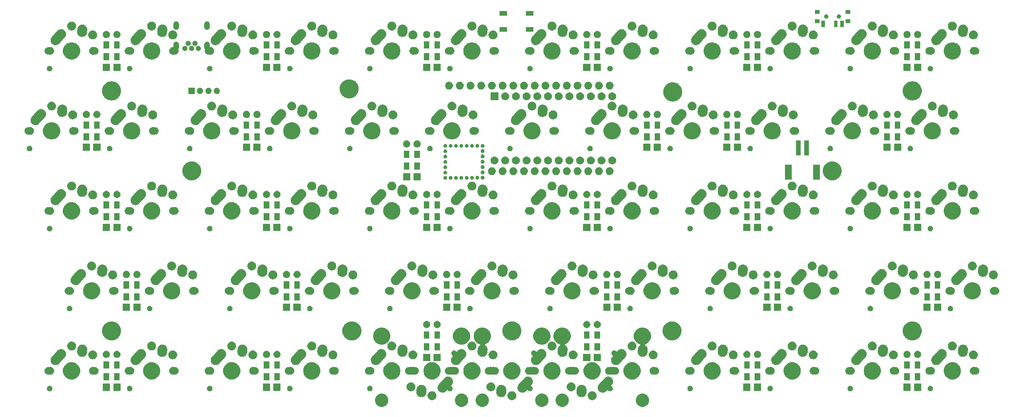
<source format=gbr>
G04 #@! TF.GenerationSoftware,KiCad,Pcbnew,(5.1.5-0-10_14)*
G04 #@! TF.CreationDate,2020-04-26T12:32:38-07:00*
G04 #@! TF.ProjectId,BRZ60_BLE_0.1,42525a36-305f-4424-9c45-5f302e312e6b,rev?*
G04 #@! TF.SameCoordinates,Original*
G04 #@! TF.FileFunction,Soldermask,Bot*
G04 #@! TF.FilePolarity,Negative*
%FSLAX46Y46*%
G04 Gerber Fmt 4.6, Leading zero omitted, Abs format (unit mm)*
G04 Created by KiCad (PCBNEW (5.1.5-0-10_14)) date 2020-04-26 12:32:38*
%MOMM*%
%LPD*%
G04 APERTURE LIST*
%ADD10C,0.100000*%
G04 APERTURE END LIST*
D10*
G36*
X227008601Y-124173024D02*
G01*
X227247411Y-124220526D01*
X227314907Y-124248484D01*
X227534041Y-124339252D01*
X227598663Y-124382431D01*
X227792004Y-124511617D01*
X228011383Y-124730996D01*
X228094203Y-124854946D01*
X228183748Y-124988959D01*
X228302474Y-125275590D01*
X228363000Y-125579875D01*
X228363000Y-125890125D01*
X228302474Y-126194410D01*
X228183748Y-126481041D01*
X228183747Y-126481042D01*
X228011383Y-126739004D01*
X227792004Y-126958383D01*
X227619639Y-127073553D01*
X227534041Y-127130748D01*
X227366137Y-127200296D01*
X227247411Y-127249474D01*
X226943125Y-127310000D01*
X226632875Y-127310000D01*
X226328589Y-127249474D01*
X226209863Y-127200296D01*
X226041959Y-127130748D01*
X225956361Y-127073553D01*
X225783996Y-126958383D01*
X225564617Y-126739004D01*
X225392253Y-126481042D01*
X225392252Y-126481041D01*
X225273526Y-126194410D01*
X225213000Y-125890125D01*
X225213000Y-125579875D01*
X225273526Y-125275590D01*
X225392252Y-124988959D01*
X225481797Y-124854946D01*
X225564617Y-124730996D01*
X225783996Y-124511617D01*
X225977337Y-124382431D01*
X226041959Y-124339252D01*
X226261093Y-124248484D01*
X226328589Y-124220526D01*
X226567399Y-124173024D01*
X226632875Y-124160000D01*
X226943125Y-124160000D01*
X227008601Y-124173024D01*
G37*
G36*
X207958601Y-124173024D02*
G01*
X208197411Y-124220526D01*
X208264907Y-124248484D01*
X208484041Y-124339252D01*
X208548663Y-124382431D01*
X208742004Y-124511617D01*
X208961383Y-124730996D01*
X209044203Y-124854946D01*
X209133748Y-124988959D01*
X209252474Y-125275590D01*
X209313000Y-125579875D01*
X209313000Y-125890125D01*
X209252474Y-126194410D01*
X209133748Y-126481041D01*
X209133747Y-126481042D01*
X208961383Y-126739004D01*
X208742004Y-126958383D01*
X208569639Y-127073553D01*
X208484041Y-127130748D01*
X208316137Y-127200296D01*
X208197411Y-127249474D01*
X207893125Y-127310000D01*
X207582875Y-127310000D01*
X207278589Y-127249474D01*
X207159863Y-127200296D01*
X206991959Y-127130748D01*
X206906361Y-127073553D01*
X206733996Y-126958383D01*
X206514617Y-126739004D01*
X206342253Y-126481042D01*
X206342252Y-126481041D01*
X206223526Y-126194410D01*
X206163000Y-125890125D01*
X206163000Y-125579875D01*
X206223526Y-125275590D01*
X206342252Y-124988959D01*
X206431797Y-124854946D01*
X206514617Y-124730996D01*
X206733996Y-124511617D01*
X206927337Y-124382431D01*
X206991959Y-124339252D01*
X207211093Y-124248484D01*
X207278589Y-124220526D01*
X207517399Y-124173024D01*
X207582875Y-124160000D01*
X207893125Y-124160000D01*
X207958601Y-124173024D01*
G37*
G36*
X203132601Y-124173024D02*
G01*
X203371411Y-124220526D01*
X203438907Y-124248484D01*
X203658041Y-124339252D01*
X203722663Y-124382431D01*
X203916004Y-124511617D01*
X204135383Y-124730996D01*
X204218203Y-124854946D01*
X204307748Y-124988959D01*
X204426474Y-125275590D01*
X204487000Y-125579875D01*
X204487000Y-125890125D01*
X204426474Y-126194410D01*
X204307748Y-126481041D01*
X204307747Y-126481042D01*
X204135383Y-126739004D01*
X203916004Y-126958383D01*
X203743639Y-127073553D01*
X203658041Y-127130748D01*
X203490137Y-127200296D01*
X203371411Y-127249474D01*
X203067125Y-127310000D01*
X202756875Y-127310000D01*
X202452589Y-127249474D01*
X202333863Y-127200296D01*
X202165959Y-127130748D01*
X202080361Y-127073553D01*
X201907996Y-126958383D01*
X201688617Y-126739004D01*
X201516253Y-126481042D01*
X201516252Y-126481041D01*
X201397526Y-126194410D01*
X201337000Y-125890125D01*
X201337000Y-125579875D01*
X201397526Y-125275590D01*
X201516252Y-124988959D01*
X201605797Y-124854946D01*
X201688617Y-124730996D01*
X201907996Y-124511617D01*
X202101337Y-124382431D01*
X202165959Y-124339252D01*
X202385093Y-124248484D01*
X202452589Y-124220526D01*
X202691399Y-124173024D01*
X202756875Y-124160000D01*
X203067125Y-124160000D01*
X203132601Y-124173024D01*
G37*
G36*
X189008601Y-124173024D02*
G01*
X189247411Y-124220526D01*
X189314907Y-124248484D01*
X189534041Y-124339252D01*
X189598663Y-124382431D01*
X189792004Y-124511617D01*
X190011383Y-124730996D01*
X190094203Y-124854946D01*
X190183748Y-124988959D01*
X190302474Y-125275590D01*
X190363000Y-125579875D01*
X190363000Y-125890125D01*
X190302474Y-126194410D01*
X190183748Y-126481041D01*
X190183747Y-126481042D01*
X190011383Y-126739004D01*
X189792004Y-126958383D01*
X189619639Y-127073553D01*
X189534041Y-127130748D01*
X189366137Y-127200296D01*
X189247411Y-127249474D01*
X188943125Y-127310000D01*
X188632875Y-127310000D01*
X188328589Y-127249474D01*
X188209863Y-127200296D01*
X188041959Y-127130748D01*
X187956361Y-127073553D01*
X187783996Y-126958383D01*
X187564617Y-126739004D01*
X187392253Y-126481042D01*
X187392252Y-126481041D01*
X187273526Y-126194410D01*
X187213000Y-125890125D01*
X187213000Y-125579875D01*
X187273526Y-125275590D01*
X187392252Y-124988959D01*
X187481797Y-124854946D01*
X187564617Y-124730996D01*
X187783996Y-124511617D01*
X187977337Y-124382431D01*
X188041959Y-124339252D01*
X188261093Y-124248484D01*
X188328589Y-124220526D01*
X188567399Y-124173024D01*
X188632875Y-124160000D01*
X188943125Y-124160000D01*
X189008601Y-124173024D01*
G37*
G36*
X184082601Y-124173024D02*
G01*
X184321411Y-124220526D01*
X184388907Y-124248484D01*
X184608041Y-124339252D01*
X184672663Y-124382431D01*
X184866004Y-124511617D01*
X185085383Y-124730996D01*
X185168203Y-124854946D01*
X185257748Y-124988959D01*
X185376474Y-125275590D01*
X185437000Y-125579875D01*
X185437000Y-125890125D01*
X185376474Y-126194410D01*
X185257748Y-126481041D01*
X185257747Y-126481042D01*
X185085383Y-126739004D01*
X184866004Y-126958383D01*
X184693639Y-127073553D01*
X184608041Y-127130748D01*
X184440137Y-127200296D01*
X184321411Y-127249474D01*
X184017125Y-127310000D01*
X183706875Y-127310000D01*
X183402589Y-127249474D01*
X183283863Y-127200296D01*
X183115959Y-127130748D01*
X183030361Y-127073553D01*
X182857996Y-126958383D01*
X182638617Y-126739004D01*
X182466253Y-126481042D01*
X182466252Y-126481041D01*
X182347526Y-126194410D01*
X182287000Y-125890125D01*
X182287000Y-125579875D01*
X182347526Y-125275590D01*
X182466252Y-124988959D01*
X182555797Y-124854946D01*
X182638617Y-124730996D01*
X182857996Y-124511617D01*
X183051337Y-124382431D01*
X183115959Y-124339252D01*
X183335093Y-124248484D01*
X183402589Y-124220526D01*
X183641399Y-124173024D01*
X183706875Y-124160000D01*
X184017125Y-124160000D01*
X184082601Y-124173024D01*
G37*
G36*
X165132601Y-124173024D02*
G01*
X165371411Y-124220526D01*
X165438907Y-124248484D01*
X165658041Y-124339252D01*
X165722663Y-124382431D01*
X165916004Y-124511617D01*
X166135383Y-124730996D01*
X166218203Y-124854946D01*
X166307748Y-124988959D01*
X166426474Y-125275590D01*
X166487000Y-125579875D01*
X166487000Y-125890125D01*
X166426474Y-126194410D01*
X166307748Y-126481041D01*
X166307747Y-126481042D01*
X166135383Y-126739004D01*
X165916004Y-126958383D01*
X165743639Y-127073553D01*
X165658041Y-127130748D01*
X165490137Y-127200296D01*
X165371411Y-127249474D01*
X165067125Y-127310000D01*
X164756875Y-127310000D01*
X164452589Y-127249474D01*
X164333863Y-127200296D01*
X164165959Y-127130748D01*
X164080361Y-127073553D01*
X163907996Y-126958383D01*
X163688617Y-126739004D01*
X163516253Y-126481042D01*
X163516252Y-126481041D01*
X163397526Y-126194410D01*
X163337000Y-125890125D01*
X163337000Y-125579875D01*
X163397526Y-125275590D01*
X163516252Y-124988959D01*
X163605797Y-124854946D01*
X163688617Y-124730996D01*
X163907996Y-124511617D01*
X164101337Y-124382431D01*
X164165959Y-124339252D01*
X164385093Y-124248484D01*
X164452589Y-124220526D01*
X164691399Y-124173024D01*
X164756875Y-124160000D01*
X165067125Y-124160000D01*
X165132601Y-124173024D01*
G37*
G36*
X215156564Y-123639389D02*
G01*
X215337111Y-123714174D01*
X215347835Y-123718616D01*
X215519973Y-123833635D01*
X215666365Y-123980027D01*
X215772495Y-124138861D01*
X215781385Y-124152167D01*
X215860611Y-124343436D01*
X215901000Y-124546484D01*
X215901000Y-124753516D01*
X215860611Y-124956564D01*
X215781385Y-125147833D01*
X215781384Y-125147835D01*
X215666365Y-125319973D01*
X215519973Y-125466365D01*
X215347835Y-125581384D01*
X215347834Y-125581385D01*
X215347833Y-125581385D01*
X215156564Y-125660611D01*
X214953516Y-125701000D01*
X214746484Y-125701000D01*
X214543436Y-125660611D01*
X214352167Y-125581385D01*
X214352166Y-125581385D01*
X214352165Y-125581384D01*
X214180027Y-125466365D01*
X214033635Y-125319973D01*
X213918616Y-125147835D01*
X213918615Y-125147833D01*
X213839389Y-124956564D01*
X213799000Y-124753516D01*
X213799000Y-124546484D01*
X213839389Y-124343436D01*
X213918615Y-124152167D01*
X213927506Y-124138861D01*
X214033635Y-123980027D01*
X214180027Y-123833635D01*
X214352165Y-123718616D01*
X214362889Y-123714174D01*
X214543436Y-123639389D01*
X214746484Y-123599000D01*
X214953516Y-123599000D01*
X215156564Y-123639389D01*
G37*
G36*
X196106564Y-123639389D02*
G01*
X196287111Y-123714174D01*
X196297835Y-123718616D01*
X196469973Y-123833635D01*
X196616365Y-123980027D01*
X196722495Y-124138861D01*
X196731385Y-124152167D01*
X196810611Y-124343436D01*
X196851000Y-124546484D01*
X196851000Y-124753516D01*
X196810611Y-124956564D01*
X196731385Y-125147833D01*
X196731384Y-125147835D01*
X196616365Y-125319973D01*
X196469973Y-125466365D01*
X196297835Y-125581384D01*
X196297834Y-125581385D01*
X196297833Y-125581385D01*
X196106564Y-125660611D01*
X195903516Y-125701000D01*
X195696484Y-125701000D01*
X195493436Y-125660611D01*
X195302167Y-125581385D01*
X195302166Y-125581385D01*
X195302165Y-125581384D01*
X195130027Y-125466365D01*
X194983635Y-125319973D01*
X194868616Y-125147835D01*
X194868615Y-125147833D01*
X194789389Y-124956564D01*
X194749000Y-124753516D01*
X194749000Y-124546484D01*
X194789389Y-124343436D01*
X194868615Y-124152167D01*
X194877506Y-124138861D01*
X194983635Y-123980027D01*
X195130027Y-123833635D01*
X195302165Y-123718616D01*
X195312889Y-123714174D01*
X195493436Y-123639389D01*
X195696484Y-123599000D01*
X195903516Y-123599000D01*
X196106564Y-123639389D01*
G37*
G36*
X177156564Y-123639389D02*
G01*
X177337111Y-123714174D01*
X177347835Y-123718616D01*
X177519973Y-123833635D01*
X177666365Y-123980027D01*
X177772495Y-124138861D01*
X177781385Y-124152167D01*
X177860611Y-124343436D01*
X177901000Y-124546484D01*
X177901000Y-124753516D01*
X177860611Y-124956564D01*
X177781385Y-125147833D01*
X177781384Y-125147835D01*
X177666365Y-125319973D01*
X177519973Y-125466365D01*
X177347835Y-125581384D01*
X177347834Y-125581385D01*
X177347833Y-125581385D01*
X177156564Y-125660611D01*
X176953516Y-125701000D01*
X176746484Y-125701000D01*
X176543436Y-125660611D01*
X176352167Y-125581385D01*
X176352166Y-125581385D01*
X176352165Y-125581384D01*
X176180027Y-125466365D01*
X176033635Y-125319973D01*
X175918616Y-125147835D01*
X175918615Y-125147833D01*
X175839389Y-124956564D01*
X175799000Y-124753516D01*
X175799000Y-124546484D01*
X175839389Y-124343436D01*
X175918615Y-124152167D01*
X175927506Y-124138861D01*
X176033635Y-123980027D01*
X176180027Y-123833635D01*
X176352165Y-123718616D01*
X176362889Y-123714174D01*
X176543436Y-123639389D01*
X176746484Y-123599000D01*
X176953516Y-123599000D01*
X177156564Y-123639389D01*
G37*
G36*
X193608829Y-122109380D02*
G01*
X193608831Y-122109381D01*
X193608833Y-122109381D01*
X193709555Y-122147592D01*
X193825419Y-122191547D01*
X194021818Y-122314389D01*
X194190477Y-122473186D01*
X194324915Y-122661836D01*
X194419967Y-122873089D01*
X194419968Y-122873093D01*
X194471980Y-123098825D01*
X194474235Y-123173727D01*
X194477206Y-123272348D01*
X194436288Y-123872554D01*
X194436000Y-123881032D01*
X194436000Y-123945826D01*
X194420167Y-124025423D01*
X194419515Y-124028982D01*
X194401078Y-124138861D01*
X194401077Y-124138865D01*
X194397466Y-124148383D01*
X194391743Y-124168323D01*
X194390807Y-124173027D01*
X194359511Y-124248583D01*
X194358183Y-124251931D01*
X194318911Y-124355451D01*
X194313571Y-124363988D01*
X194304074Y-124382419D01*
X194302158Y-124387045D01*
X194302156Y-124387048D01*
X194256131Y-124455929D01*
X194254118Y-124459041D01*
X194196069Y-124551850D01*
X194189316Y-124559023D01*
X194176407Y-124575245D01*
X194173461Y-124579654D01*
X194113704Y-124639411D01*
X194111115Y-124642080D01*
X194037272Y-124720509D01*
X194029519Y-124726034D01*
X194013674Y-124739441D01*
X194009654Y-124743461D01*
X193963175Y-124774516D01*
X193937637Y-124791580D01*
X193934604Y-124793674D01*
X193848623Y-124854947D01*
X193840292Y-124858696D01*
X193822145Y-124868750D01*
X193817047Y-124872157D01*
X193817046Y-124872158D01*
X193817045Y-124872158D01*
X193734698Y-124906267D01*
X193731366Y-124907706D01*
X193637370Y-124949999D01*
X193628916Y-124951947D01*
X193609162Y-124958266D01*
X193603027Y-124960807D01*
X193512967Y-124978721D01*
X193509287Y-124979511D01*
X193411633Y-125002011D01*
X193403478Y-125002257D01*
X193382856Y-125004602D01*
X193375826Y-125006000D01*
X193281060Y-125006000D01*
X193277303Y-125006057D01*
X193180087Y-125008985D01*
X193172559Y-125007722D01*
X193151888Y-125006000D01*
X193144174Y-125006000D01*
X193048267Y-124986923D01*
X193044669Y-124986263D01*
X192951629Y-124970652D01*
X192945007Y-124968140D01*
X192925064Y-124962416D01*
X192916973Y-124960807D01*
X192823889Y-124922250D01*
X192820522Y-124920914D01*
X192735039Y-124888485D01*
X192735034Y-124888483D01*
X192729485Y-124885012D01*
X192711044Y-124875509D01*
X192702955Y-124872158D01*
X192616869Y-124814637D01*
X192613800Y-124812654D01*
X192538640Y-124765643D01*
X192534230Y-124761491D01*
X192518001Y-124748576D01*
X192510346Y-124743461D01*
X192435416Y-124668531D01*
X192432743Y-124665938D01*
X192369981Y-124606846D01*
X192366727Y-124602280D01*
X192353321Y-124586436D01*
X192346539Y-124579654D01*
X192286504Y-124489805D01*
X192284366Y-124486707D01*
X192235543Y-124418197D01*
X192233393Y-124413418D01*
X192223343Y-124395278D01*
X192217842Y-124387045D01*
X192175846Y-124285657D01*
X192174362Y-124282222D01*
X192160757Y-124251984D01*
X192140491Y-124206944D01*
X192139379Y-124202118D01*
X192133058Y-124182357D01*
X192129193Y-124173026D01*
X192107561Y-124064275D01*
X192106775Y-124060614D01*
X192088478Y-123981206D01*
X192088335Y-123976454D01*
X192085991Y-123955835D01*
X192084000Y-123945825D01*
X192084000Y-123834359D01*
X192083944Y-123830653D01*
X192083252Y-123807685D01*
X192083712Y-123800934D01*
X192084000Y-123792468D01*
X192084000Y-123714172D01*
X192090995Y-123679004D01*
X192093107Y-123663131D01*
X192130653Y-123112379D01*
X192159380Y-122941171D01*
X192241546Y-122724581D01*
X192364389Y-122528182D01*
X192523186Y-122359523D01*
X192711835Y-122225085D01*
X192923088Y-122130033D01*
X193148825Y-122078020D01*
X193271787Y-122074317D01*
X193380371Y-122071047D01*
X193608829Y-122109380D01*
G37*
G36*
X212658829Y-122109380D02*
G01*
X212658831Y-122109381D01*
X212658833Y-122109381D01*
X212759555Y-122147592D01*
X212875419Y-122191547D01*
X213071818Y-122314389D01*
X213240477Y-122473186D01*
X213374915Y-122661836D01*
X213469967Y-122873089D01*
X213469968Y-122873093D01*
X213521980Y-123098825D01*
X213524235Y-123173727D01*
X213527206Y-123272348D01*
X213486288Y-123872554D01*
X213486000Y-123881032D01*
X213486000Y-123945826D01*
X213470167Y-124025423D01*
X213469515Y-124028982D01*
X213451078Y-124138861D01*
X213451077Y-124138865D01*
X213447466Y-124148383D01*
X213441743Y-124168323D01*
X213440807Y-124173027D01*
X213409511Y-124248583D01*
X213408183Y-124251931D01*
X213368911Y-124355451D01*
X213363571Y-124363988D01*
X213354074Y-124382419D01*
X213352158Y-124387045D01*
X213352156Y-124387048D01*
X213306131Y-124455929D01*
X213304118Y-124459041D01*
X213246069Y-124551850D01*
X213239316Y-124559023D01*
X213226407Y-124575245D01*
X213223461Y-124579654D01*
X213163704Y-124639411D01*
X213161115Y-124642080D01*
X213087272Y-124720509D01*
X213079519Y-124726034D01*
X213063674Y-124739441D01*
X213059654Y-124743461D01*
X213013175Y-124774516D01*
X212987637Y-124791580D01*
X212984604Y-124793674D01*
X212898623Y-124854947D01*
X212890292Y-124858696D01*
X212872145Y-124868750D01*
X212867047Y-124872157D01*
X212867046Y-124872158D01*
X212867045Y-124872158D01*
X212784698Y-124906267D01*
X212781366Y-124907706D01*
X212687370Y-124949999D01*
X212678916Y-124951947D01*
X212659162Y-124958266D01*
X212653027Y-124960807D01*
X212562967Y-124978721D01*
X212559287Y-124979511D01*
X212461633Y-125002011D01*
X212453478Y-125002257D01*
X212432856Y-125004602D01*
X212425826Y-125006000D01*
X212331060Y-125006000D01*
X212327303Y-125006057D01*
X212230087Y-125008985D01*
X212222559Y-125007722D01*
X212201888Y-125006000D01*
X212194174Y-125006000D01*
X212098267Y-124986923D01*
X212094669Y-124986263D01*
X212001629Y-124970652D01*
X211995007Y-124968140D01*
X211975064Y-124962416D01*
X211966973Y-124960807D01*
X211873889Y-124922250D01*
X211870522Y-124920914D01*
X211785039Y-124888485D01*
X211785034Y-124888483D01*
X211779485Y-124885012D01*
X211761044Y-124875509D01*
X211752955Y-124872158D01*
X211666869Y-124814637D01*
X211663800Y-124812654D01*
X211588640Y-124765643D01*
X211584230Y-124761491D01*
X211568001Y-124748576D01*
X211560346Y-124743461D01*
X211485416Y-124668531D01*
X211482743Y-124665938D01*
X211419981Y-124606846D01*
X211416727Y-124602280D01*
X211403321Y-124586436D01*
X211396539Y-124579654D01*
X211336504Y-124489805D01*
X211334366Y-124486707D01*
X211285543Y-124418197D01*
X211283393Y-124413418D01*
X211273343Y-124395278D01*
X211267842Y-124387045D01*
X211225846Y-124285657D01*
X211224362Y-124282222D01*
X211210757Y-124251984D01*
X211190491Y-124206944D01*
X211189379Y-124202118D01*
X211183058Y-124182357D01*
X211179193Y-124173026D01*
X211157561Y-124064275D01*
X211156775Y-124060614D01*
X211138478Y-123981206D01*
X211138335Y-123976454D01*
X211135991Y-123955835D01*
X211134000Y-123945825D01*
X211134000Y-123834359D01*
X211133944Y-123830653D01*
X211133252Y-123807685D01*
X211133712Y-123800934D01*
X211134000Y-123792468D01*
X211134000Y-123714172D01*
X211140995Y-123679004D01*
X211143107Y-123663131D01*
X211180653Y-123112379D01*
X211209380Y-122941171D01*
X211291546Y-122724581D01*
X211414389Y-122528182D01*
X211573186Y-122359523D01*
X211761835Y-122225085D01*
X211973088Y-122130033D01*
X212198825Y-122078020D01*
X212321787Y-122074317D01*
X212430371Y-122071047D01*
X212658829Y-122109380D01*
G37*
G36*
X174658829Y-122109380D02*
G01*
X174658831Y-122109381D01*
X174658833Y-122109381D01*
X174759555Y-122147592D01*
X174875419Y-122191547D01*
X175071818Y-122314389D01*
X175240477Y-122473186D01*
X175374915Y-122661836D01*
X175469967Y-122873089D01*
X175469968Y-122873093D01*
X175521980Y-123098825D01*
X175524235Y-123173727D01*
X175527206Y-123272348D01*
X175486288Y-123872554D01*
X175486000Y-123881032D01*
X175486000Y-123945826D01*
X175470167Y-124025423D01*
X175469515Y-124028982D01*
X175451078Y-124138861D01*
X175451077Y-124138865D01*
X175447466Y-124148383D01*
X175441743Y-124168323D01*
X175440807Y-124173027D01*
X175409511Y-124248583D01*
X175408183Y-124251931D01*
X175368911Y-124355451D01*
X175363571Y-124363988D01*
X175354074Y-124382419D01*
X175352158Y-124387045D01*
X175352156Y-124387048D01*
X175306131Y-124455929D01*
X175304118Y-124459041D01*
X175246069Y-124551850D01*
X175239316Y-124559023D01*
X175226407Y-124575245D01*
X175223461Y-124579654D01*
X175163704Y-124639411D01*
X175161115Y-124642080D01*
X175087272Y-124720509D01*
X175079519Y-124726034D01*
X175063674Y-124739441D01*
X175059654Y-124743461D01*
X175013175Y-124774516D01*
X174987637Y-124791580D01*
X174984604Y-124793674D01*
X174898623Y-124854947D01*
X174890292Y-124858696D01*
X174872145Y-124868750D01*
X174867047Y-124872157D01*
X174867046Y-124872158D01*
X174867045Y-124872158D01*
X174784698Y-124906267D01*
X174781366Y-124907706D01*
X174687370Y-124949999D01*
X174678916Y-124951947D01*
X174659162Y-124958266D01*
X174653027Y-124960807D01*
X174562967Y-124978721D01*
X174559287Y-124979511D01*
X174461633Y-125002011D01*
X174453478Y-125002257D01*
X174432856Y-125004602D01*
X174425826Y-125006000D01*
X174331060Y-125006000D01*
X174327303Y-125006057D01*
X174230087Y-125008985D01*
X174222559Y-125007722D01*
X174201888Y-125006000D01*
X174194174Y-125006000D01*
X174098267Y-124986923D01*
X174094669Y-124986263D01*
X174001629Y-124970652D01*
X173995007Y-124968140D01*
X173975064Y-124962416D01*
X173966973Y-124960807D01*
X173873889Y-124922250D01*
X173870522Y-124920914D01*
X173785039Y-124888485D01*
X173785034Y-124888483D01*
X173779485Y-124885012D01*
X173761044Y-124875509D01*
X173752955Y-124872158D01*
X173666869Y-124814637D01*
X173663800Y-124812654D01*
X173588640Y-124765643D01*
X173584230Y-124761491D01*
X173568001Y-124748576D01*
X173560346Y-124743461D01*
X173485416Y-124668531D01*
X173482743Y-124665938D01*
X173419981Y-124606846D01*
X173416727Y-124602280D01*
X173403321Y-124586436D01*
X173396539Y-124579654D01*
X173336504Y-124489805D01*
X173334366Y-124486707D01*
X173285543Y-124418197D01*
X173283393Y-124413418D01*
X173273343Y-124395278D01*
X173267842Y-124387045D01*
X173225846Y-124285657D01*
X173224362Y-124282222D01*
X173210757Y-124251984D01*
X173190491Y-124206944D01*
X173189379Y-124202118D01*
X173183058Y-124182357D01*
X173179193Y-124173026D01*
X173157561Y-124064275D01*
X173156775Y-124060614D01*
X173138478Y-123981206D01*
X173138335Y-123976454D01*
X173135991Y-123955835D01*
X173134000Y-123945825D01*
X173134000Y-123834359D01*
X173133944Y-123830653D01*
X173133252Y-123807685D01*
X173133712Y-123800934D01*
X173134000Y-123792468D01*
X173134000Y-123714172D01*
X173140995Y-123679004D01*
X173143107Y-123663131D01*
X173180653Y-123112379D01*
X173209380Y-122941171D01*
X173291546Y-122724581D01*
X173414389Y-122528182D01*
X173573186Y-122359523D01*
X173761835Y-122225085D01*
X173973088Y-122130033D01*
X174198825Y-122078020D01*
X174321787Y-122074317D01*
X174430371Y-122071047D01*
X174658829Y-122109380D01*
G37*
G36*
X218827522Y-120120245D02*
G01*
X219052511Y-120175404D01*
X219157279Y-120224314D01*
X219262420Y-120273398D01*
X219350958Y-120338377D01*
X219449171Y-120410455D01*
X219605597Y-120581315D01*
X219725686Y-120779409D01*
X219804821Y-120997125D01*
X219804821Y-120997126D01*
X219839960Y-121226092D01*
X219839960Y-121226096D01*
X219829755Y-121457522D01*
X219774596Y-121682512D01*
X219720214Y-121799001D01*
X219676604Y-121892418D01*
X219642969Y-121938247D01*
X219573891Y-122032372D01*
X219573885Y-122032379D01*
X219573884Y-122032380D01*
X219417009Y-122207220D01*
X219402511Y-122226974D01*
X219392145Y-122249178D01*
X219386310Y-122272977D01*
X219385231Y-122297458D01*
X219388948Y-122321678D01*
X219397319Y-122344708D01*
X219410022Y-122365663D01*
X219426569Y-122383736D01*
X219440601Y-122394631D01*
X219514988Y-122444335D01*
X219605666Y-122535013D01*
X219671923Y-122634173D01*
X219676911Y-122641639D01*
X219725984Y-122760111D01*
X219745170Y-122856565D01*
X219751001Y-122885883D01*
X219751001Y-123014119D01*
X219725984Y-123139891D01*
X219676910Y-123258365D01*
X219605666Y-123364989D01*
X219514989Y-123455666D01*
X219408365Y-123526910D01*
X219408364Y-123526911D01*
X219408363Y-123526911D01*
X219289891Y-123575984D01*
X219164120Y-123601001D01*
X219035882Y-123601001D01*
X218910111Y-123575984D01*
X218791639Y-123526911D01*
X218791638Y-123526911D01*
X218791637Y-123526910D01*
X218685013Y-123455666D01*
X218594334Y-123364987D01*
X218591529Y-123360789D01*
X218575984Y-123341848D01*
X218557042Y-123326303D01*
X218535431Y-123314752D01*
X218511982Y-123307639D01*
X218487596Y-123305237D01*
X218463210Y-123307639D01*
X218439761Y-123314752D01*
X218418150Y-123326304D01*
X218394562Y-123346755D01*
X218296842Y-123455666D01*
X218287164Y-123466452D01*
X218276273Y-123480479D01*
X218263459Y-123499656D01*
X218206599Y-123556516D01*
X218201952Y-123561423D01*
X218186739Y-123578378D01*
X218165056Y-123598230D01*
X218161117Y-123601998D01*
X218099655Y-123663460D01*
X218085931Y-123672630D01*
X218070976Y-123684362D01*
X218058695Y-123695605D01*
X217983918Y-123740937D01*
X217979350Y-123743845D01*
X217907045Y-123792158D01*
X217891776Y-123798483D01*
X217874851Y-123807055D01*
X217860601Y-123815694D01*
X217778434Y-123845559D01*
X217773392Y-123847519D01*
X217693027Y-123880807D01*
X217676822Y-123884030D01*
X217658527Y-123889142D01*
X217642885Y-123894828D01*
X217556547Y-123908078D01*
X217551130Y-123909032D01*
X217465827Y-123926000D01*
X217449305Y-123926000D01*
X217430343Y-123927447D01*
X217413918Y-123929968D01*
X217413914Y-123929968D01*
X217326654Y-123926120D01*
X217321186Y-123926000D01*
X217234173Y-123926000D01*
X217217955Y-123922774D01*
X217199095Y-123920495D01*
X217182489Y-123919763D01*
X217097679Y-123898971D01*
X217092386Y-123897797D01*
X217023171Y-123884029D01*
X217006972Y-123880807D01*
X216991679Y-123874472D01*
X216973620Y-123868556D01*
X216957499Y-123864604D01*
X216878440Y-123827696D01*
X216873469Y-123825508D01*
X216792955Y-123792158D01*
X216779171Y-123782948D01*
X216762615Y-123773625D01*
X216747594Y-123766612D01*
X216677331Y-123715046D01*
X216672832Y-123711894D01*
X216600346Y-123663461D01*
X216588616Y-123651731D01*
X216574185Y-123639347D01*
X216560843Y-123629555D01*
X216560840Y-123629553D01*
X216502021Y-123565307D01*
X216498236Y-123561351D01*
X216436541Y-123499656D01*
X216427314Y-123485847D01*
X216415586Y-123470897D01*
X216404413Y-123458693D01*
X216359273Y-123384232D01*
X216356359Y-123379656D01*
X216307842Y-123307045D01*
X216301478Y-123291682D01*
X216292900Y-123274745D01*
X216284324Y-123260599D01*
X216254591Y-123178797D01*
X216252637Y-123173767D01*
X216219193Y-123093027D01*
X216215947Y-123076709D01*
X216210833Y-123058408D01*
X216205190Y-123042883D01*
X216192003Y-122956957D01*
X216191048Y-122951533D01*
X216174000Y-122865827D01*
X216174000Y-122849186D01*
X216172553Y-122830224D01*
X216170050Y-122813916D01*
X216171200Y-122787842D01*
X216173880Y-122727060D01*
X216174000Y-122721592D01*
X216174000Y-122634173D01*
X216177249Y-122617839D01*
X216179528Y-122598980D01*
X216180255Y-122582487D01*
X216200956Y-122498050D01*
X216202131Y-122492752D01*
X216219193Y-122406973D01*
X216225576Y-122391564D01*
X216231487Y-122373516D01*
X216235414Y-122357497D01*
X216272173Y-122278757D01*
X216274354Y-122273801D01*
X216307842Y-122192955D01*
X216317106Y-122179091D01*
X216326434Y-122162527D01*
X216333405Y-122147594D01*
X216346293Y-122130033D01*
X216384801Y-122077563D01*
X216387940Y-122073080D01*
X216436539Y-122000346D01*
X216493728Y-121943157D01*
X216498378Y-121938247D01*
X217823261Y-120461640D01*
X217823267Y-120461635D01*
X217823271Y-120461630D01*
X217951314Y-120344403D01*
X218149408Y-120224314D01*
X218367124Y-120145179D01*
X218443448Y-120133466D01*
X218596091Y-120110040D01*
X218596095Y-120110040D01*
X218827522Y-120120245D01*
G37*
G36*
X180827522Y-120120245D02*
G01*
X181052511Y-120175404D01*
X181157279Y-120224314D01*
X181262420Y-120273398D01*
X181350958Y-120338377D01*
X181449171Y-120410455D01*
X181605597Y-120581315D01*
X181725686Y-120779409D01*
X181804821Y-120997125D01*
X181804821Y-120997126D01*
X181839960Y-121226092D01*
X181839960Y-121226096D01*
X181829755Y-121457522D01*
X181774596Y-121682512D01*
X181720214Y-121799001D01*
X181676604Y-121892418D01*
X181642969Y-121938247D01*
X181573891Y-122032372D01*
X181573885Y-122032379D01*
X181573884Y-122032380D01*
X181417009Y-122207220D01*
X181402511Y-122226974D01*
X181392145Y-122249178D01*
X181386310Y-122272977D01*
X181385231Y-122297458D01*
X181388948Y-122321678D01*
X181397319Y-122344708D01*
X181410022Y-122365663D01*
X181426569Y-122383736D01*
X181440601Y-122394631D01*
X181514988Y-122444335D01*
X181605666Y-122535013D01*
X181671923Y-122634173D01*
X181676911Y-122641639D01*
X181725984Y-122760111D01*
X181745170Y-122856565D01*
X181751001Y-122885883D01*
X181751001Y-123014119D01*
X181725984Y-123139891D01*
X181676910Y-123258365D01*
X181605666Y-123364989D01*
X181514989Y-123455666D01*
X181408365Y-123526910D01*
X181408364Y-123526911D01*
X181408363Y-123526911D01*
X181289891Y-123575984D01*
X181164120Y-123601001D01*
X181035882Y-123601001D01*
X180910111Y-123575984D01*
X180791639Y-123526911D01*
X180791638Y-123526911D01*
X180791637Y-123526910D01*
X180685013Y-123455666D01*
X180594334Y-123364987D01*
X180591529Y-123360789D01*
X180575984Y-123341848D01*
X180557042Y-123326303D01*
X180535431Y-123314752D01*
X180511982Y-123307639D01*
X180487596Y-123305237D01*
X180463210Y-123307639D01*
X180439761Y-123314752D01*
X180418150Y-123326304D01*
X180394562Y-123346755D01*
X180296842Y-123455666D01*
X180287164Y-123466452D01*
X180276273Y-123480479D01*
X180263459Y-123499656D01*
X180206599Y-123556516D01*
X180201952Y-123561423D01*
X180186739Y-123578378D01*
X180165056Y-123598230D01*
X180161117Y-123601998D01*
X180099655Y-123663460D01*
X180085931Y-123672630D01*
X180070976Y-123684362D01*
X180058695Y-123695605D01*
X179983918Y-123740937D01*
X179979350Y-123743845D01*
X179907045Y-123792158D01*
X179891776Y-123798483D01*
X179874851Y-123807055D01*
X179860601Y-123815694D01*
X179778434Y-123845559D01*
X179773392Y-123847519D01*
X179693027Y-123880807D01*
X179676822Y-123884030D01*
X179658527Y-123889142D01*
X179642885Y-123894828D01*
X179556547Y-123908078D01*
X179551130Y-123909032D01*
X179465827Y-123926000D01*
X179449305Y-123926000D01*
X179430343Y-123927447D01*
X179413918Y-123929968D01*
X179413914Y-123929968D01*
X179326654Y-123926120D01*
X179321186Y-123926000D01*
X179234173Y-123926000D01*
X179217955Y-123922774D01*
X179199095Y-123920495D01*
X179182489Y-123919763D01*
X179097679Y-123898971D01*
X179092386Y-123897797D01*
X179023171Y-123884029D01*
X179006972Y-123880807D01*
X178991679Y-123874472D01*
X178973620Y-123868556D01*
X178957499Y-123864604D01*
X178878440Y-123827696D01*
X178873469Y-123825508D01*
X178792955Y-123792158D01*
X178779171Y-123782948D01*
X178762615Y-123773625D01*
X178747594Y-123766612D01*
X178677331Y-123715046D01*
X178672832Y-123711894D01*
X178600346Y-123663461D01*
X178588616Y-123651731D01*
X178574185Y-123639347D01*
X178560843Y-123629555D01*
X178560840Y-123629553D01*
X178502021Y-123565307D01*
X178498236Y-123561351D01*
X178436541Y-123499656D01*
X178427314Y-123485847D01*
X178415586Y-123470897D01*
X178404413Y-123458693D01*
X178359273Y-123384232D01*
X178356359Y-123379656D01*
X178307842Y-123307045D01*
X178301478Y-123291682D01*
X178292900Y-123274745D01*
X178284324Y-123260599D01*
X178254591Y-123178797D01*
X178252637Y-123173767D01*
X178219193Y-123093027D01*
X178215947Y-123076709D01*
X178210833Y-123058408D01*
X178205190Y-123042883D01*
X178192003Y-122956957D01*
X178191048Y-122951533D01*
X178174000Y-122865827D01*
X178174000Y-122849186D01*
X178172553Y-122830224D01*
X178170050Y-122813916D01*
X178171200Y-122787842D01*
X178173880Y-122727060D01*
X178174000Y-122721592D01*
X178174000Y-122634173D01*
X178177249Y-122617839D01*
X178179528Y-122598980D01*
X178180255Y-122582487D01*
X178200956Y-122498050D01*
X178202131Y-122492752D01*
X178219193Y-122406973D01*
X178225576Y-122391564D01*
X178231487Y-122373516D01*
X178235414Y-122357497D01*
X178272173Y-122278757D01*
X178274354Y-122273801D01*
X178307842Y-122192955D01*
X178317106Y-122179091D01*
X178326434Y-122162527D01*
X178333405Y-122147594D01*
X178346293Y-122130033D01*
X178384801Y-122077563D01*
X178387940Y-122073080D01*
X178436539Y-122000346D01*
X178493728Y-121943157D01*
X178498378Y-121938247D01*
X179823261Y-120461640D01*
X179823267Y-120461635D01*
X179823271Y-120461630D01*
X179951314Y-120344403D01*
X180149408Y-120224314D01*
X180367124Y-120145179D01*
X180443448Y-120133466D01*
X180596091Y-120110040D01*
X180596095Y-120110040D01*
X180827522Y-120120245D01*
G37*
G36*
X199777522Y-120120245D02*
G01*
X200002511Y-120175404D01*
X200107279Y-120224314D01*
X200212420Y-120273398D01*
X200300958Y-120338377D01*
X200399171Y-120410455D01*
X200555597Y-120581315D01*
X200675686Y-120779409D01*
X200754821Y-120997125D01*
X200754821Y-120997126D01*
X200789960Y-121226092D01*
X200789960Y-121226096D01*
X200779755Y-121457522D01*
X200724596Y-121682512D01*
X200670214Y-121799001D01*
X200626604Y-121892418D01*
X200592969Y-121938247D01*
X200523891Y-122032372D01*
X200523885Y-122032379D01*
X200523884Y-122032380D01*
X200385749Y-122186334D01*
X200371251Y-122206088D01*
X200360885Y-122228292D01*
X200355050Y-122252092D01*
X200353971Y-122276572D01*
X200357688Y-122300792D01*
X200366059Y-122323822D01*
X200378762Y-122344777D01*
X200395309Y-122362850D01*
X200409342Y-122373745D01*
X200514987Y-122444334D01*
X200605666Y-122535013D01*
X200671923Y-122634173D01*
X200676911Y-122641639D01*
X200725984Y-122760111D01*
X200745170Y-122856565D01*
X200751001Y-122885883D01*
X200751001Y-123014119D01*
X200725984Y-123139891D01*
X200676910Y-123258365D01*
X200605666Y-123364989D01*
X200514989Y-123455666D01*
X200408365Y-123526910D01*
X200408364Y-123526911D01*
X200408363Y-123526911D01*
X200289891Y-123575984D01*
X200164120Y-123601001D01*
X200035882Y-123601001D01*
X199910111Y-123575984D01*
X199791639Y-123526911D01*
X199791638Y-123526911D01*
X199791637Y-123526910D01*
X199685013Y-123455666D01*
X199594334Y-123364987D01*
X199570189Y-123328851D01*
X199554644Y-123309909D01*
X199535702Y-123294364D01*
X199514092Y-123282812D01*
X199490643Y-123275699D01*
X199466257Y-123273297D01*
X199441871Y-123275699D01*
X199418422Y-123282812D01*
X199396811Y-123294363D01*
X199373222Y-123314814D01*
X199237155Y-123466462D01*
X199226273Y-123480479D01*
X199213459Y-123499656D01*
X199156599Y-123556516D01*
X199151952Y-123561423D01*
X199136739Y-123578378D01*
X199115056Y-123598230D01*
X199111117Y-123601998D01*
X199049655Y-123663460D01*
X199035931Y-123672630D01*
X199020976Y-123684362D01*
X199008695Y-123695605D01*
X198933918Y-123740937D01*
X198929350Y-123743845D01*
X198857045Y-123792158D01*
X198841776Y-123798483D01*
X198824851Y-123807055D01*
X198810601Y-123815694D01*
X198728434Y-123845559D01*
X198723392Y-123847519D01*
X198643027Y-123880807D01*
X198626822Y-123884030D01*
X198608527Y-123889142D01*
X198592885Y-123894828D01*
X198506547Y-123908078D01*
X198501130Y-123909032D01*
X198415827Y-123926000D01*
X198399305Y-123926000D01*
X198380343Y-123927447D01*
X198363918Y-123929968D01*
X198363914Y-123929968D01*
X198276654Y-123926120D01*
X198271186Y-123926000D01*
X198184173Y-123926000D01*
X198167955Y-123922774D01*
X198149095Y-123920495D01*
X198132489Y-123919763D01*
X198047679Y-123898971D01*
X198042386Y-123897797D01*
X197973171Y-123884029D01*
X197956972Y-123880807D01*
X197941679Y-123874472D01*
X197923620Y-123868556D01*
X197907499Y-123864604D01*
X197828440Y-123827696D01*
X197823469Y-123825508D01*
X197742955Y-123792158D01*
X197729171Y-123782948D01*
X197712615Y-123773625D01*
X197697594Y-123766612D01*
X197627331Y-123715046D01*
X197622832Y-123711894D01*
X197550346Y-123663461D01*
X197538616Y-123651731D01*
X197524185Y-123639347D01*
X197510843Y-123629555D01*
X197510840Y-123629553D01*
X197452021Y-123565307D01*
X197448236Y-123561351D01*
X197386541Y-123499656D01*
X197377314Y-123485847D01*
X197365586Y-123470897D01*
X197354413Y-123458693D01*
X197309273Y-123384232D01*
X197306359Y-123379656D01*
X197257842Y-123307045D01*
X197251478Y-123291682D01*
X197242900Y-123274745D01*
X197234324Y-123260599D01*
X197204591Y-123178797D01*
X197202637Y-123173767D01*
X197169193Y-123093027D01*
X197165947Y-123076709D01*
X197160833Y-123058408D01*
X197155190Y-123042883D01*
X197142003Y-122956957D01*
X197141048Y-122951533D01*
X197124000Y-122865827D01*
X197124000Y-122849186D01*
X197122553Y-122830224D01*
X197120050Y-122813916D01*
X197121200Y-122787842D01*
X197123880Y-122727060D01*
X197124000Y-122721592D01*
X197124000Y-122634173D01*
X197127249Y-122617839D01*
X197129528Y-122598980D01*
X197130255Y-122582487D01*
X197150956Y-122498050D01*
X197152131Y-122492752D01*
X197169193Y-122406973D01*
X197175576Y-122391564D01*
X197181487Y-122373516D01*
X197185414Y-122357497D01*
X197222173Y-122278757D01*
X197224354Y-122273801D01*
X197257842Y-122192955D01*
X197267106Y-122179091D01*
X197276434Y-122162527D01*
X197283405Y-122147594D01*
X197296293Y-122130033D01*
X197334801Y-122077563D01*
X197337940Y-122073080D01*
X197386539Y-122000346D01*
X197443728Y-121943157D01*
X197448378Y-121938247D01*
X198773261Y-120461640D01*
X198773267Y-120461635D01*
X198773271Y-120461630D01*
X198901314Y-120344403D01*
X199099408Y-120224314D01*
X199317124Y-120145179D01*
X199393448Y-120133466D01*
X199546091Y-120110040D01*
X199546095Y-120110040D01*
X199777522Y-120120245D01*
G37*
G36*
X86289891Y-122324018D02*
G01*
X86375610Y-122359524D01*
X86408365Y-122373092D01*
X86514989Y-122444336D01*
X86605666Y-122535013D01*
X86671923Y-122634173D01*
X86676911Y-122641639D01*
X86725984Y-122760111D01*
X86745170Y-122856565D01*
X86751001Y-122885883D01*
X86751001Y-123014119D01*
X86725984Y-123139891D01*
X86676910Y-123258365D01*
X86605666Y-123364989D01*
X86514989Y-123455666D01*
X86408365Y-123526910D01*
X86408364Y-123526911D01*
X86408363Y-123526911D01*
X86289891Y-123575984D01*
X86164120Y-123601001D01*
X86035882Y-123601001D01*
X85910111Y-123575984D01*
X85791639Y-123526911D01*
X85791638Y-123526911D01*
X85791637Y-123526910D01*
X85685013Y-123455666D01*
X85594336Y-123364989D01*
X85523092Y-123258365D01*
X85474018Y-123139891D01*
X85449001Y-123014119D01*
X85449001Y-122885883D01*
X85454833Y-122856565D01*
X85474018Y-122760111D01*
X85523091Y-122641639D01*
X85528080Y-122634173D01*
X85594336Y-122535013D01*
X85685013Y-122444336D01*
X85791637Y-122373092D01*
X85824393Y-122359524D01*
X85910111Y-122324018D01*
X86035882Y-122299001D01*
X86164120Y-122299001D01*
X86289891Y-122324018D01*
G37*
G36*
X105289891Y-122324018D02*
G01*
X105375610Y-122359524D01*
X105408365Y-122373092D01*
X105514989Y-122444336D01*
X105605666Y-122535013D01*
X105671923Y-122634173D01*
X105676911Y-122641639D01*
X105725984Y-122760111D01*
X105745170Y-122856565D01*
X105751001Y-122885883D01*
X105751001Y-123014119D01*
X105725984Y-123139891D01*
X105676910Y-123258365D01*
X105605666Y-123364989D01*
X105514989Y-123455666D01*
X105408365Y-123526910D01*
X105408364Y-123526911D01*
X105408363Y-123526911D01*
X105289891Y-123575984D01*
X105164120Y-123601001D01*
X105035882Y-123601001D01*
X104910111Y-123575984D01*
X104791639Y-123526911D01*
X104791638Y-123526911D01*
X104791637Y-123526910D01*
X104685013Y-123455666D01*
X104594336Y-123364989D01*
X104523092Y-123258365D01*
X104474018Y-123139891D01*
X104449001Y-123014119D01*
X104449001Y-122885883D01*
X104454833Y-122856565D01*
X104474018Y-122760111D01*
X104523091Y-122641639D01*
X104528080Y-122634173D01*
X104594336Y-122535013D01*
X104685013Y-122444336D01*
X104791637Y-122373092D01*
X104824393Y-122359524D01*
X104910111Y-122324018D01*
X105035882Y-122299001D01*
X105164120Y-122299001D01*
X105289891Y-122324018D01*
G37*
G36*
X124289891Y-122324018D02*
G01*
X124375610Y-122359524D01*
X124408365Y-122373092D01*
X124514989Y-122444336D01*
X124605666Y-122535013D01*
X124671923Y-122634173D01*
X124676911Y-122641639D01*
X124725984Y-122760111D01*
X124745170Y-122856565D01*
X124751001Y-122885883D01*
X124751001Y-123014119D01*
X124725984Y-123139891D01*
X124676910Y-123258365D01*
X124605666Y-123364989D01*
X124514989Y-123455666D01*
X124408365Y-123526910D01*
X124408364Y-123526911D01*
X124408363Y-123526911D01*
X124289891Y-123575984D01*
X124164120Y-123601001D01*
X124035882Y-123601001D01*
X123910111Y-123575984D01*
X123791639Y-123526911D01*
X123791638Y-123526911D01*
X123791637Y-123526910D01*
X123685013Y-123455666D01*
X123594336Y-123364989D01*
X123523092Y-123258365D01*
X123474018Y-123139891D01*
X123449001Y-123014119D01*
X123449001Y-122885883D01*
X123454833Y-122856565D01*
X123474018Y-122760111D01*
X123523091Y-122641639D01*
X123528080Y-122634173D01*
X123594336Y-122535013D01*
X123685013Y-122444336D01*
X123791637Y-122373092D01*
X123824393Y-122359524D01*
X123910111Y-122324018D01*
X124035882Y-122299001D01*
X124164120Y-122299001D01*
X124289891Y-122324018D01*
G37*
G36*
X143289891Y-122324018D02*
G01*
X143375610Y-122359524D01*
X143408365Y-122373092D01*
X143514989Y-122444336D01*
X143605666Y-122535013D01*
X143671923Y-122634173D01*
X143676911Y-122641639D01*
X143725984Y-122760111D01*
X143745170Y-122856565D01*
X143751001Y-122885883D01*
X143751001Y-123014119D01*
X143725984Y-123139891D01*
X143676910Y-123258365D01*
X143605666Y-123364989D01*
X143514989Y-123455666D01*
X143408365Y-123526910D01*
X143408364Y-123526911D01*
X143408363Y-123526911D01*
X143289891Y-123575984D01*
X143164120Y-123601001D01*
X143035882Y-123601001D01*
X142910111Y-123575984D01*
X142791639Y-123526911D01*
X142791638Y-123526911D01*
X142791637Y-123526910D01*
X142685013Y-123455666D01*
X142594336Y-123364989D01*
X142523092Y-123258365D01*
X142474018Y-123139891D01*
X142449001Y-123014119D01*
X142449001Y-122885883D01*
X142454833Y-122856565D01*
X142474018Y-122760111D01*
X142523091Y-122641639D01*
X142528080Y-122634173D01*
X142594336Y-122535013D01*
X142685013Y-122444336D01*
X142791637Y-122373092D01*
X142824393Y-122359524D01*
X142910111Y-122324018D01*
X143035882Y-122299001D01*
X143164120Y-122299001D01*
X143289891Y-122324018D01*
G37*
G36*
X162289891Y-122324018D02*
G01*
X162375610Y-122359524D01*
X162408365Y-122373092D01*
X162514989Y-122444336D01*
X162605666Y-122535013D01*
X162671923Y-122634173D01*
X162676911Y-122641639D01*
X162725984Y-122760111D01*
X162745170Y-122856565D01*
X162751001Y-122885883D01*
X162751001Y-123014119D01*
X162725984Y-123139891D01*
X162676910Y-123258365D01*
X162605666Y-123364989D01*
X162514989Y-123455666D01*
X162408365Y-123526910D01*
X162408364Y-123526911D01*
X162408363Y-123526911D01*
X162289891Y-123575984D01*
X162164120Y-123601001D01*
X162035882Y-123601001D01*
X161910111Y-123575984D01*
X161791639Y-123526911D01*
X161791638Y-123526911D01*
X161791637Y-123526910D01*
X161685013Y-123455666D01*
X161594336Y-123364989D01*
X161523092Y-123258365D01*
X161474018Y-123139891D01*
X161449001Y-123014119D01*
X161449001Y-122885883D01*
X161454833Y-122856565D01*
X161474018Y-122760111D01*
X161523091Y-122641639D01*
X161528080Y-122634173D01*
X161594336Y-122535013D01*
X161685013Y-122444336D01*
X161791637Y-122373092D01*
X161824393Y-122359524D01*
X161910111Y-122324018D01*
X162035882Y-122299001D01*
X162164120Y-122299001D01*
X162289891Y-122324018D01*
G37*
G36*
X238289891Y-122324018D02*
G01*
X238375610Y-122359524D01*
X238408365Y-122373092D01*
X238514989Y-122444336D01*
X238605666Y-122535013D01*
X238671923Y-122634173D01*
X238676911Y-122641639D01*
X238725984Y-122760111D01*
X238745170Y-122856565D01*
X238751001Y-122885883D01*
X238751001Y-123014119D01*
X238725984Y-123139891D01*
X238676910Y-123258365D01*
X238605666Y-123364989D01*
X238514989Y-123455666D01*
X238408365Y-123526910D01*
X238408364Y-123526911D01*
X238408363Y-123526911D01*
X238289891Y-123575984D01*
X238164120Y-123601001D01*
X238035882Y-123601001D01*
X237910111Y-123575984D01*
X237791639Y-123526911D01*
X237791638Y-123526911D01*
X237791637Y-123526910D01*
X237685013Y-123455666D01*
X237594336Y-123364989D01*
X237523092Y-123258365D01*
X237474018Y-123139891D01*
X237449001Y-123014119D01*
X237449001Y-122885883D01*
X237454833Y-122856565D01*
X237474018Y-122760111D01*
X237523091Y-122641639D01*
X237528080Y-122634173D01*
X237594336Y-122535013D01*
X237685013Y-122444336D01*
X237791637Y-122373092D01*
X237824393Y-122359524D01*
X237910111Y-122324018D01*
X238035882Y-122299001D01*
X238164120Y-122299001D01*
X238289891Y-122324018D01*
G37*
G36*
X257289891Y-122324018D02*
G01*
X257375610Y-122359524D01*
X257408365Y-122373092D01*
X257514989Y-122444336D01*
X257605666Y-122535013D01*
X257671923Y-122634173D01*
X257676911Y-122641639D01*
X257725984Y-122760111D01*
X257745170Y-122856565D01*
X257751001Y-122885883D01*
X257751001Y-123014119D01*
X257725984Y-123139891D01*
X257676910Y-123258365D01*
X257605666Y-123364989D01*
X257514989Y-123455666D01*
X257408365Y-123526910D01*
X257408364Y-123526911D01*
X257408363Y-123526911D01*
X257289891Y-123575984D01*
X257164120Y-123601001D01*
X257035882Y-123601001D01*
X256910111Y-123575984D01*
X256791639Y-123526911D01*
X256791638Y-123526911D01*
X256791637Y-123526910D01*
X256685013Y-123455666D01*
X256594336Y-123364989D01*
X256523092Y-123258365D01*
X256474018Y-123139891D01*
X256449001Y-123014119D01*
X256449001Y-122885883D01*
X256454833Y-122856565D01*
X256474018Y-122760111D01*
X256523091Y-122641639D01*
X256528080Y-122634173D01*
X256594336Y-122535013D01*
X256685013Y-122444336D01*
X256791637Y-122373092D01*
X256824393Y-122359524D01*
X256910111Y-122324018D01*
X257035882Y-122299001D01*
X257164120Y-122299001D01*
X257289891Y-122324018D01*
G37*
G36*
X276289891Y-122324018D02*
G01*
X276375610Y-122359524D01*
X276408365Y-122373092D01*
X276514989Y-122444336D01*
X276605666Y-122535013D01*
X276671923Y-122634173D01*
X276676911Y-122641639D01*
X276725984Y-122760111D01*
X276745170Y-122856565D01*
X276751001Y-122885883D01*
X276751001Y-123014119D01*
X276725984Y-123139891D01*
X276676910Y-123258365D01*
X276605666Y-123364989D01*
X276514989Y-123455666D01*
X276408365Y-123526910D01*
X276408364Y-123526911D01*
X276408363Y-123526911D01*
X276289891Y-123575984D01*
X276164120Y-123601001D01*
X276035882Y-123601001D01*
X275910111Y-123575984D01*
X275791639Y-123526911D01*
X275791638Y-123526911D01*
X275791637Y-123526910D01*
X275685013Y-123455666D01*
X275594336Y-123364989D01*
X275523092Y-123258365D01*
X275474018Y-123139891D01*
X275449001Y-123014119D01*
X275449001Y-122885883D01*
X275454833Y-122856565D01*
X275474018Y-122760111D01*
X275523091Y-122641639D01*
X275528080Y-122634173D01*
X275594336Y-122535013D01*
X275685013Y-122444336D01*
X275791637Y-122373092D01*
X275824393Y-122359524D01*
X275910111Y-122324018D01*
X276035882Y-122299001D01*
X276164120Y-122299001D01*
X276289891Y-122324018D01*
G37*
G36*
X295289891Y-122324018D02*
G01*
X295375610Y-122359524D01*
X295408365Y-122373092D01*
X295514989Y-122444336D01*
X295605666Y-122535013D01*
X295671923Y-122634173D01*
X295676911Y-122641639D01*
X295725984Y-122760111D01*
X295745170Y-122856565D01*
X295751001Y-122885883D01*
X295751001Y-123014119D01*
X295725984Y-123139891D01*
X295676910Y-123258365D01*
X295605666Y-123364989D01*
X295514989Y-123455666D01*
X295408365Y-123526910D01*
X295408364Y-123526911D01*
X295408363Y-123526911D01*
X295289891Y-123575984D01*
X295164120Y-123601001D01*
X295035882Y-123601001D01*
X294910111Y-123575984D01*
X294791639Y-123526911D01*
X294791638Y-123526911D01*
X294791637Y-123526910D01*
X294685013Y-123455666D01*
X294594336Y-123364989D01*
X294523092Y-123258365D01*
X294474018Y-123139891D01*
X294449001Y-123014119D01*
X294449001Y-122885883D01*
X294454833Y-122856565D01*
X294474018Y-122760111D01*
X294523091Y-122641639D01*
X294528080Y-122634173D01*
X294594336Y-122535013D01*
X294685013Y-122444336D01*
X294791637Y-122373092D01*
X294824393Y-122359524D01*
X294910111Y-122324018D01*
X295035882Y-122299001D01*
X295164120Y-122299001D01*
X295289891Y-122324018D01*
G37*
G36*
X172156564Y-121539389D02*
G01*
X172347833Y-121618615D01*
X172347835Y-121618616D01*
X172519973Y-121733635D01*
X172666365Y-121880027D01*
X172768159Y-122032372D01*
X172781385Y-122052167D01*
X172860611Y-122243436D01*
X172901000Y-122446484D01*
X172901000Y-122653516D01*
X172860611Y-122856564D01*
X172819027Y-122956957D01*
X172781384Y-123047835D01*
X172666365Y-123219973D01*
X172519973Y-123366365D01*
X172347835Y-123481384D01*
X172347834Y-123481385D01*
X172347833Y-123481385D01*
X172156564Y-123560611D01*
X171953516Y-123601000D01*
X171746484Y-123601000D01*
X171543436Y-123560611D01*
X171352167Y-123481385D01*
X171352166Y-123481385D01*
X171352165Y-123481384D01*
X171180027Y-123366365D01*
X171033635Y-123219973D01*
X170918616Y-123047835D01*
X170880973Y-122956957D01*
X170839389Y-122856564D01*
X170799000Y-122653516D01*
X170799000Y-122446484D01*
X170839389Y-122243436D01*
X170918615Y-122052167D01*
X170931842Y-122032372D01*
X171033635Y-121880027D01*
X171180027Y-121733635D01*
X171352165Y-121618616D01*
X171352167Y-121618615D01*
X171543436Y-121539389D01*
X171746484Y-121499000D01*
X171953516Y-121499000D01*
X172156564Y-121539389D01*
G37*
G36*
X191106564Y-121539389D02*
G01*
X191297833Y-121618615D01*
X191297835Y-121618616D01*
X191469973Y-121733635D01*
X191616365Y-121880027D01*
X191718159Y-122032372D01*
X191731385Y-122052167D01*
X191810611Y-122243436D01*
X191851000Y-122446484D01*
X191851000Y-122653516D01*
X191810611Y-122856564D01*
X191769027Y-122956957D01*
X191731384Y-123047835D01*
X191616365Y-123219973D01*
X191469973Y-123366365D01*
X191297835Y-123481384D01*
X191297834Y-123481385D01*
X191297833Y-123481385D01*
X191106564Y-123560611D01*
X190903516Y-123601000D01*
X190696484Y-123601000D01*
X190493436Y-123560611D01*
X190302167Y-123481385D01*
X190302166Y-123481385D01*
X190302165Y-123481384D01*
X190130027Y-123366365D01*
X189983635Y-123219973D01*
X189868616Y-123047835D01*
X189830973Y-122956957D01*
X189789389Y-122856564D01*
X189749000Y-122653516D01*
X189749000Y-122446484D01*
X189789389Y-122243436D01*
X189868615Y-122052167D01*
X189881842Y-122032372D01*
X189983635Y-121880027D01*
X190130027Y-121733635D01*
X190302165Y-121618616D01*
X190302167Y-121618615D01*
X190493436Y-121539389D01*
X190696484Y-121499000D01*
X190903516Y-121499000D01*
X191106564Y-121539389D01*
G37*
G36*
X210156564Y-121539389D02*
G01*
X210347833Y-121618615D01*
X210347835Y-121618616D01*
X210519973Y-121733635D01*
X210666365Y-121880027D01*
X210768159Y-122032372D01*
X210781385Y-122052167D01*
X210860611Y-122243436D01*
X210901000Y-122446484D01*
X210901000Y-122653516D01*
X210860611Y-122856564D01*
X210819027Y-122956957D01*
X210781384Y-123047835D01*
X210666365Y-123219973D01*
X210519973Y-123366365D01*
X210347835Y-123481384D01*
X210347834Y-123481385D01*
X210347833Y-123481385D01*
X210156564Y-123560611D01*
X209953516Y-123601000D01*
X209746484Y-123601000D01*
X209543436Y-123560611D01*
X209352167Y-123481385D01*
X209352166Y-123481385D01*
X209352165Y-123481384D01*
X209180027Y-123366365D01*
X209033635Y-123219973D01*
X208918616Y-123047835D01*
X208880973Y-122956957D01*
X208839389Y-122856564D01*
X208799000Y-122653516D01*
X208799000Y-122446484D01*
X208839389Y-122243436D01*
X208918615Y-122052167D01*
X208931842Y-122032372D01*
X209033635Y-121880027D01*
X209180027Y-121733635D01*
X209352165Y-121618616D01*
X209352167Y-121618615D01*
X209543436Y-121539389D01*
X209746484Y-121499000D01*
X209953516Y-121499000D01*
X210156564Y-121539389D01*
G37*
G36*
X100421001Y-123501001D02*
G01*
X98719001Y-123501001D01*
X98719001Y-121799001D01*
X100421001Y-121799001D01*
X100421001Y-123501001D01*
G37*
G36*
X102921001Y-123501001D02*
G01*
X101219001Y-123501001D01*
X101219001Y-121799001D01*
X102921001Y-121799001D01*
X102921001Y-123501001D01*
G37*
G36*
X138421001Y-123501001D02*
G01*
X136719001Y-123501001D01*
X136719001Y-121799001D01*
X138421001Y-121799001D01*
X138421001Y-123501001D01*
G37*
G36*
X140921001Y-123501001D02*
G01*
X139219001Y-123501001D01*
X139219001Y-121799001D01*
X140921001Y-121799001D01*
X140921001Y-123501001D01*
G37*
G36*
X252421001Y-123501001D02*
G01*
X250719001Y-123501001D01*
X250719001Y-121799001D01*
X252421001Y-121799001D01*
X252421001Y-123501001D01*
G37*
G36*
X254921001Y-123501001D02*
G01*
X253219001Y-123501001D01*
X253219001Y-121799001D01*
X254921001Y-121799001D01*
X254921001Y-123501001D01*
G37*
G36*
X290421001Y-123501001D02*
G01*
X288719001Y-123501001D01*
X288719001Y-121799001D01*
X290421001Y-121799001D01*
X290421001Y-123501001D01*
G37*
G36*
X292921001Y-123501001D02*
G01*
X291219001Y-123501001D01*
X291219001Y-121799001D01*
X292921001Y-121799001D01*
X292921001Y-123501001D01*
G37*
G36*
X100221001Y-121001001D02*
G01*
X98919001Y-121001001D01*
X98919001Y-119299001D01*
X100221001Y-119299001D01*
X100221001Y-121001001D01*
G37*
G36*
X138221001Y-121001001D02*
G01*
X136919001Y-121001001D01*
X136919001Y-119299001D01*
X138221001Y-119299001D01*
X138221001Y-121001001D01*
G37*
G36*
X292721001Y-121001001D02*
G01*
X291419001Y-121001001D01*
X291419001Y-119299001D01*
X292721001Y-119299001D01*
X292721001Y-121001001D01*
G37*
G36*
X290221001Y-121001001D02*
G01*
X288919001Y-121001001D01*
X288919001Y-119299001D01*
X290221001Y-119299001D01*
X290221001Y-121001001D01*
G37*
G36*
X254721001Y-121001001D02*
G01*
X253419001Y-121001001D01*
X253419001Y-119299001D01*
X254721001Y-119299001D01*
X254721001Y-121001001D01*
G37*
G36*
X252221001Y-121001001D02*
G01*
X250919001Y-121001001D01*
X250919001Y-119299001D01*
X252221001Y-119299001D01*
X252221001Y-121001001D01*
G37*
G36*
X140721001Y-121001001D02*
G01*
X139419001Y-121001001D01*
X139419001Y-119299001D01*
X140721001Y-119299001D01*
X140721001Y-121001001D01*
G37*
G36*
X102721001Y-121001001D02*
G01*
X101419001Y-121001001D01*
X101419001Y-119299001D01*
X102721001Y-119299001D01*
X102721001Y-121001001D01*
G37*
G36*
X186916475Y-116783685D02*
G01*
X187134475Y-116873984D01*
X187288624Y-116937834D01*
X187623549Y-117161624D01*
X187908378Y-117446453D01*
X188132168Y-117781378D01*
X188169206Y-117870796D01*
X188286317Y-118153527D01*
X188364901Y-118548595D01*
X188364901Y-118951407D01*
X188286317Y-119346475D01*
X188235452Y-119469273D01*
X188132168Y-119718624D01*
X187908378Y-120053549D01*
X187623549Y-120338378D01*
X187288624Y-120562168D01*
X187134475Y-120626018D01*
X186916475Y-120716317D01*
X186521407Y-120794901D01*
X186118595Y-120794901D01*
X185723527Y-120716317D01*
X185505527Y-120626018D01*
X185351378Y-120562168D01*
X185016453Y-120338378D01*
X184731624Y-120053549D01*
X184507834Y-119718624D01*
X184404550Y-119469273D01*
X184353685Y-119346475D01*
X184275101Y-118951407D01*
X184275101Y-118548595D01*
X184353685Y-118153527D01*
X184470796Y-117870796D01*
X184507834Y-117781378D01*
X184731624Y-117446453D01*
X185016453Y-117161624D01*
X185351378Y-116937834D01*
X185505527Y-116873984D01*
X185723527Y-116783685D01*
X186118595Y-116705101D01*
X186521407Y-116705101D01*
X186916475Y-116783685D01*
G37*
G36*
X167916475Y-116783685D02*
G01*
X168134475Y-116873984D01*
X168288624Y-116937834D01*
X168623549Y-117161624D01*
X168908378Y-117446453D01*
X169132168Y-117781378D01*
X169169206Y-117870796D01*
X169286317Y-118153527D01*
X169364901Y-118548595D01*
X169364901Y-118951407D01*
X169286317Y-119346475D01*
X169235452Y-119469273D01*
X169132168Y-119718624D01*
X168908378Y-120053549D01*
X168623549Y-120338378D01*
X168288624Y-120562168D01*
X168134475Y-120626018D01*
X167916475Y-120716317D01*
X167521407Y-120794901D01*
X167118595Y-120794901D01*
X166723527Y-120716317D01*
X166505527Y-120626018D01*
X166351378Y-120562168D01*
X166016453Y-120338378D01*
X165731624Y-120053549D01*
X165507834Y-119718624D01*
X165404550Y-119469273D01*
X165353685Y-119346475D01*
X165275101Y-118951407D01*
X165275101Y-118548595D01*
X165353685Y-118153527D01*
X165470796Y-117870796D01*
X165507834Y-117781378D01*
X165731624Y-117446453D01*
X166016453Y-117161624D01*
X166351378Y-116937834D01*
X166505527Y-116873984D01*
X166723527Y-116783685D01*
X167118595Y-116705101D01*
X167521407Y-116705101D01*
X167916475Y-116783685D01*
G37*
G36*
X148916475Y-116783685D02*
G01*
X149134475Y-116873984D01*
X149288624Y-116937834D01*
X149623549Y-117161624D01*
X149908378Y-117446453D01*
X150132168Y-117781378D01*
X150169206Y-117870796D01*
X150286317Y-118153527D01*
X150364901Y-118548595D01*
X150364901Y-118951407D01*
X150286317Y-119346475D01*
X150235452Y-119469273D01*
X150132168Y-119718624D01*
X149908378Y-120053549D01*
X149623549Y-120338378D01*
X149288624Y-120562168D01*
X149134475Y-120626018D01*
X148916475Y-120716317D01*
X148521407Y-120794901D01*
X148118595Y-120794901D01*
X147723527Y-120716317D01*
X147505527Y-120626018D01*
X147351378Y-120562168D01*
X147016453Y-120338378D01*
X146731624Y-120053549D01*
X146507834Y-119718624D01*
X146404550Y-119469273D01*
X146353685Y-119346475D01*
X146275101Y-118951407D01*
X146275101Y-118548595D01*
X146353685Y-118153527D01*
X146470796Y-117870796D01*
X146507834Y-117781378D01*
X146731624Y-117446453D01*
X147016453Y-117161624D01*
X147351378Y-116937834D01*
X147505527Y-116873984D01*
X147723527Y-116783685D01*
X148118595Y-116705101D01*
X148521407Y-116705101D01*
X148916475Y-116783685D01*
G37*
G36*
X205916475Y-116783685D02*
G01*
X206134475Y-116873984D01*
X206288624Y-116937834D01*
X206623549Y-117161624D01*
X206908378Y-117446453D01*
X207132168Y-117781378D01*
X207169206Y-117870796D01*
X207286317Y-118153527D01*
X207364901Y-118548595D01*
X207364901Y-118951407D01*
X207286317Y-119346475D01*
X207235452Y-119469273D01*
X207132168Y-119718624D01*
X206908378Y-120053549D01*
X206623549Y-120338378D01*
X206288624Y-120562168D01*
X206134475Y-120626018D01*
X205916475Y-120716317D01*
X205521407Y-120794901D01*
X205118595Y-120794901D01*
X204723527Y-120716317D01*
X204505527Y-120626018D01*
X204351378Y-120562168D01*
X204016453Y-120338378D01*
X203731624Y-120053549D01*
X203507834Y-119718624D01*
X203404550Y-119469273D01*
X203353685Y-119346475D01*
X203275101Y-118951407D01*
X203275101Y-118548595D01*
X203353685Y-118153527D01*
X203470796Y-117870796D01*
X203507834Y-117781378D01*
X203731624Y-117446453D01*
X204016453Y-117161624D01*
X204351378Y-116937834D01*
X204505527Y-116873984D01*
X204723527Y-116783685D01*
X205118595Y-116705101D01*
X205521407Y-116705101D01*
X205916475Y-116783685D01*
G37*
G36*
X129916475Y-116783685D02*
G01*
X130134475Y-116873984D01*
X130288624Y-116937834D01*
X130623549Y-117161624D01*
X130908378Y-117446453D01*
X131132168Y-117781378D01*
X131169206Y-117870796D01*
X131286317Y-118153527D01*
X131364901Y-118548595D01*
X131364901Y-118951407D01*
X131286317Y-119346475D01*
X131235452Y-119469273D01*
X131132168Y-119718624D01*
X130908378Y-120053549D01*
X130623549Y-120338378D01*
X130288624Y-120562168D01*
X130134475Y-120626018D01*
X129916475Y-120716317D01*
X129521407Y-120794901D01*
X129118595Y-120794901D01*
X128723527Y-120716317D01*
X128505527Y-120626018D01*
X128351378Y-120562168D01*
X128016453Y-120338378D01*
X127731624Y-120053549D01*
X127507834Y-119718624D01*
X127404550Y-119469273D01*
X127353685Y-119346475D01*
X127275101Y-118951407D01*
X127275101Y-118548595D01*
X127353685Y-118153527D01*
X127470796Y-117870796D01*
X127507834Y-117781378D01*
X127731624Y-117446453D01*
X128016453Y-117161624D01*
X128351378Y-116937834D01*
X128505527Y-116873984D01*
X128723527Y-116783685D01*
X129118595Y-116705101D01*
X129521407Y-116705101D01*
X129916475Y-116783685D01*
G37*
G36*
X224916475Y-116783685D02*
G01*
X225134475Y-116873984D01*
X225288624Y-116937834D01*
X225623549Y-117161624D01*
X225908378Y-117446453D01*
X226132168Y-117781378D01*
X226169206Y-117870796D01*
X226286317Y-118153527D01*
X226364901Y-118548595D01*
X226364901Y-118951407D01*
X226286317Y-119346475D01*
X226235452Y-119469273D01*
X226132168Y-119718624D01*
X225908378Y-120053549D01*
X225623549Y-120338378D01*
X225288624Y-120562168D01*
X225134475Y-120626018D01*
X224916475Y-120716317D01*
X224521407Y-120794901D01*
X224118595Y-120794901D01*
X223723527Y-120716317D01*
X223505527Y-120626018D01*
X223351378Y-120562168D01*
X223016453Y-120338378D01*
X222731624Y-120053549D01*
X222507834Y-119718624D01*
X222404550Y-119469273D01*
X222353685Y-119346475D01*
X222275101Y-118951407D01*
X222275101Y-118548595D01*
X222353685Y-118153527D01*
X222470796Y-117870796D01*
X222507834Y-117781378D01*
X222731624Y-117446453D01*
X223016453Y-117161624D01*
X223351378Y-116937834D01*
X223505527Y-116873984D01*
X223723527Y-116783685D01*
X224118595Y-116705101D01*
X224521407Y-116705101D01*
X224916475Y-116783685D01*
G37*
G36*
X110916475Y-116783685D02*
G01*
X111134475Y-116873984D01*
X111288624Y-116937834D01*
X111623549Y-117161624D01*
X111908378Y-117446453D01*
X112132168Y-117781378D01*
X112169206Y-117870796D01*
X112286317Y-118153527D01*
X112364901Y-118548595D01*
X112364901Y-118951407D01*
X112286317Y-119346475D01*
X112235452Y-119469273D01*
X112132168Y-119718624D01*
X111908378Y-120053549D01*
X111623549Y-120338378D01*
X111288624Y-120562168D01*
X111134475Y-120626018D01*
X110916475Y-120716317D01*
X110521407Y-120794901D01*
X110118595Y-120794901D01*
X109723527Y-120716317D01*
X109505527Y-120626018D01*
X109351378Y-120562168D01*
X109016453Y-120338378D01*
X108731624Y-120053549D01*
X108507834Y-119718624D01*
X108404550Y-119469273D01*
X108353685Y-119346475D01*
X108275101Y-118951407D01*
X108275101Y-118548595D01*
X108353685Y-118153527D01*
X108470796Y-117870796D01*
X108507834Y-117781378D01*
X108731624Y-117446453D01*
X109016453Y-117161624D01*
X109351378Y-116937834D01*
X109505527Y-116873984D01*
X109723527Y-116783685D01*
X110118595Y-116705101D01*
X110521407Y-116705101D01*
X110916475Y-116783685D01*
G37*
G36*
X243916475Y-116783685D02*
G01*
X244134475Y-116873984D01*
X244288624Y-116937834D01*
X244623549Y-117161624D01*
X244908378Y-117446453D01*
X245132168Y-117781378D01*
X245169206Y-117870796D01*
X245286317Y-118153527D01*
X245364901Y-118548595D01*
X245364901Y-118951407D01*
X245286317Y-119346475D01*
X245235452Y-119469273D01*
X245132168Y-119718624D01*
X244908378Y-120053549D01*
X244623549Y-120338378D01*
X244288624Y-120562168D01*
X244134475Y-120626018D01*
X243916475Y-120716317D01*
X243521407Y-120794901D01*
X243118595Y-120794901D01*
X242723527Y-120716317D01*
X242505527Y-120626018D01*
X242351378Y-120562168D01*
X242016453Y-120338378D01*
X241731624Y-120053549D01*
X241507834Y-119718624D01*
X241404550Y-119469273D01*
X241353685Y-119346475D01*
X241275101Y-118951407D01*
X241275101Y-118548595D01*
X241353685Y-118153527D01*
X241470796Y-117870796D01*
X241507834Y-117781378D01*
X241731624Y-117446453D01*
X242016453Y-117161624D01*
X242351378Y-116937834D01*
X242505527Y-116873984D01*
X242723527Y-116783685D01*
X243118595Y-116705101D01*
X243521407Y-116705101D01*
X243916475Y-116783685D01*
G37*
G36*
X91916475Y-116783685D02*
G01*
X92134475Y-116873984D01*
X92288624Y-116937834D01*
X92623549Y-117161624D01*
X92908378Y-117446453D01*
X93132168Y-117781378D01*
X93169206Y-117870796D01*
X93286317Y-118153527D01*
X93364901Y-118548595D01*
X93364901Y-118951407D01*
X93286317Y-119346475D01*
X93235452Y-119469273D01*
X93132168Y-119718624D01*
X92908378Y-120053549D01*
X92623549Y-120338378D01*
X92288624Y-120562168D01*
X92134475Y-120626018D01*
X91916475Y-120716317D01*
X91521407Y-120794901D01*
X91118595Y-120794901D01*
X90723527Y-120716317D01*
X90505527Y-120626018D01*
X90351378Y-120562168D01*
X90016453Y-120338378D01*
X89731624Y-120053549D01*
X89507834Y-119718624D01*
X89404550Y-119469273D01*
X89353685Y-119346475D01*
X89275101Y-118951407D01*
X89275101Y-118548595D01*
X89353685Y-118153527D01*
X89470796Y-117870796D01*
X89507834Y-117781378D01*
X89731624Y-117446453D01*
X90016453Y-117161624D01*
X90351378Y-116937834D01*
X90505527Y-116873984D01*
X90723527Y-116783685D01*
X91118595Y-116705101D01*
X91521407Y-116705101D01*
X91916475Y-116783685D01*
G37*
G36*
X262916475Y-116783685D02*
G01*
X263134475Y-116873984D01*
X263288624Y-116937834D01*
X263623549Y-117161624D01*
X263908378Y-117446453D01*
X264132168Y-117781378D01*
X264169206Y-117870796D01*
X264286317Y-118153527D01*
X264364901Y-118548595D01*
X264364901Y-118951407D01*
X264286317Y-119346475D01*
X264235452Y-119469273D01*
X264132168Y-119718624D01*
X263908378Y-120053549D01*
X263623549Y-120338378D01*
X263288624Y-120562168D01*
X263134475Y-120626018D01*
X262916475Y-120716317D01*
X262521407Y-120794901D01*
X262118595Y-120794901D01*
X261723527Y-120716317D01*
X261505527Y-120626018D01*
X261351378Y-120562168D01*
X261016453Y-120338378D01*
X260731624Y-120053549D01*
X260507834Y-119718624D01*
X260404550Y-119469273D01*
X260353685Y-119346475D01*
X260275101Y-118951407D01*
X260275101Y-118548595D01*
X260353685Y-118153527D01*
X260470796Y-117870796D01*
X260507834Y-117781378D01*
X260731624Y-117446453D01*
X261016453Y-117161624D01*
X261351378Y-116937834D01*
X261505527Y-116873984D01*
X261723527Y-116783685D01*
X262118595Y-116705101D01*
X262521407Y-116705101D01*
X262916475Y-116783685D01*
G37*
G36*
X281916475Y-116783685D02*
G01*
X282134475Y-116873984D01*
X282288624Y-116937834D01*
X282623549Y-117161624D01*
X282908378Y-117446453D01*
X283132168Y-117781378D01*
X283169206Y-117870796D01*
X283286317Y-118153527D01*
X283364901Y-118548595D01*
X283364901Y-118951407D01*
X283286317Y-119346475D01*
X283235452Y-119469273D01*
X283132168Y-119718624D01*
X282908378Y-120053549D01*
X282623549Y-120338378D01*
X282288624Y-120562168D01*
X282134475Y-120626018D01*
X281916475Y-120716317D01*
X281521407Y-120794901D01*
X281118595Y-120794901D01*
X280723527Y-120716317D01*
X280505527Y-120626018D01*
X280351378Y-120562168D01*
X280016453Y-120338378D01*
X279731624Y-120053549D01*
X279507834Y-119718624D01*
X279404550Y-119469273D01*
X279353685Y-119346475D01*
X279275101Y-118951407D01*
X279275101Y-118548595D01*
X279353685Y-118153527D01*
X279470796Y-117870796D01*
X279507834Y-117781378D01*
X279731624Y-117446453D01*
X280016453Y-117161624D01*
X280351378Y-116937834D01*
X280505527Y-116873984D01*
X280723527Y-116783685D01*
X281118595Y-116705101D01*
X281521407Y-116705101D01*
X281916475Y-116783685D01*
G37*
G36*
X300916475Y-116783685D02*
G01*
X301134475Y-116873984D01*
X301288624Y-116937834D01*
X301623549Y-117161624D01*
X301908378Y-117446453D01*
X302132168Y-117781378D01*
X302169206Y-117870796D01*
X302286317Y-118153527D01*
X302364901Y-118548595D01*
X302364901Y-118951407D01*
X302286317Y-119346475D01*
X302235452Y-119469273D01*
X302132168Y-119718624D01*
X301908378Y-120053549D01*
X301623549Y-120338378D01*
X301288624Y-120562168D01*
X301134475Y-120626018D01*
X300916475Y-120716317D01*
X300521407Y-120794901D01*
X300118595Y-120794901D01*
X299723527Y-120716317D01*
X299505527Y-120626018D01*
X299351378Y-120562168D01*
X299016453Y-120338378D01*
X298731624Y-120053549D01*
X298507834Y-119718624D01*
X298404550Y-119469273D01*
X298353685Y-119346475D01*
X298275101Y-118951407D01*
X298275101Y-118548595D01*
X298353685Y-118153527D01*
X298470796Y-117870796D01*
X298507834Y-117781378D01*
X298731624Y-117446453D01*
X299016453Y-117161624D01*
X299351378Y-116937834D01*
X299505527Y-116873984D01*
X299723527Y-116783685D01*
X300118595Y-116705101D01*
X300521407Y-116705101D01*
X300916475Y-116783685D01*
G37*
G36*
X177446474Y-116783684D02*
G01*
X177664474Y-116873983D01*
X177818623Y-116937833D01*
X178153548Y-117161623D01*
X178438377Y-117446452D01*
X178662167Y-117781377D01*
X178698857Y-117869955D01*
X178816316Y-118153526D01*
X178894900Y-118548594D01*
X178894900Y-118951406D01*
X178816316Y-119346474D01*
X178765451Y-119469272D01*
X178662167Y-119718623D01*
X178438377Y-120053548D01*
X178153548Y-120338377D01*
X177818623Y-120562167D01*
X177772395Y-120581315D01*
X177446474Y-120716316D01*
X177051406Y-120794900D01*
X176648594Y-120794900D01*
X176253526Y-120716316D01*
X175927605Y-120581315D01*
X175881377Y-120562167D01*
X175546452Y-120338377D01*
X175261623Y-120053548D01*
X175037833Y-119718623D01*
X174934549Y-119469272D01*
X174883684Y-119346474D01*
X174805100Y-118951406D01*
X174805100Y-118548594D01*
X174883684Y-118153526D01*
X175001143Y-117869955D01*
X175037833Y-117781377D01*
X175261623Y-117446452D01*
X175546452Y-117161623D01*
X175881377Y-116937833D01*
X176035526Y-116873983D01*
X176253526Y-116783684D01*
X176648594Y-116705100D01*
X177051406Y-116705100D01*
X177446474Y-116783684D01*
G37*
G36*
X196396474Y-116783684D02*
G01*
X196614474Y-116873983D01*
X196768623Y-116937833D01*
X197103548Y-117161623D01*
X197388377Y-117446452D01*
X197612167Y-117781377D01*
X197648857Y-117869955D01*
X197766316Y-118153526D01*
X197844900Y-118548594D01*
X197844900Y-118951406D01*
X197766316Y-119346474D01*
X197715451Y-119469272D01*
X197612167Y-119718623D01*
X197388377Y-120053548D01*
X197103548Y-120338377D01*
X196768623Y-120562167D01*
X196722395Y-120581315D01*
X196396474Y-120716316D01*
X196001406Y-120794900D01*
X195598594Y-120794900D01*
X195203526Y-120716316D01*
X194877605Y-120581315D01*
X194831377Y-120562167D01*
X194496452Y-120338377D01*
X194211623Y-120053548D01*
X193987833Y-119718623D01*
X193884549Y-119469272D01*
X193833684Y-119346474D01*
X193755100Y-118951406D01*
X193755100Y-118548594D01*
X193833684Y-118153526D01*
X193951143Y-117869955D01*
X193987833Y-117781377D01*
X194211623Y-117446452D01*
X194496452Y-117161623D01*
X194831377Y-116937833D01*
X194985526Y-116873983D01*
X195203526Y-116783684D01*
X195598594Y-116705100D01*
X196001406Y-116705100D01*
X196396474Y-116783684D01*
G37*
G36*
X215446474Y-116783684D02*
G01*
X215664474Y-116873983D01*
X215818623Y-116937833D01*
X216153548Y-117161623D01*
X216438377Y-117446452D01*
X216662167Y-117781377D01*
X216698857Y-117869955D01*
X216816316Y-118153526D01*
X216894900Y-118548594D01*
X216894900Y-118951406D01*
X216816316Y-119346474D01*
X216765451Y-119469272D01*
X216662167Y-119718623D01*
X216438377Y-120053548D01*
X216153548Y-120338377D01*
X215818623Y-120562167D01*
X215772395Y-120581315D01*
X215446474Y-120716316D01*
X215051406Y-120794900D01*
X214648594Y-120794900D01*
X214253526Y-120716316D01*
X213927605Y-120581315D01*
X213881377Y-120562167D01*
X213546452Y-120338377D01*
X213261623Y-120053548D01*
X213037833Y-119718623D01*
X212934549Y-119469272D01*
X212883684Y-119346474D01*
X212805100Y-118951406D01*
X212805100Y-118548594D01*
X212883684Y-118153526D01*
X213001143Y-117869955D01*
X213037833Y-117781377D01*
X213261623Y-117446452D01*
X213546452Y-117161623D01*
X213881377Y-116937833D01*
X214035526Y-116873983D01*
X214253526Y-116783684D01*
X214648594Y-116705100D01*
X215051406Y-116705100D01*
X215446474Y-116783684D01*
G37*
G36*
X86510105Y-117859586D02*
G01*
X86678627Y-117929390D01*
X86830292Y-118030729D01*
X86959273Y-118159710D01*
X87060612Y-118311375D01*
X87130416Y-118479897D01*
X87166001Y-118658798D01*
X87166001Y-118841204D01*
X87130416Y-119020105D01*
X87060612Y-119188627D01*
X86959273Y-119340292D01*
X86830292Y-119469273D01*
X86678627Y-119570612D01*
X86510105Y-119640416D01*
X86331204Y-119676001D01*
X86148798Y-119676001D01*
X85990301Y-119644475D01*
X85965930Y-119642074D01*
X85941551Y-119644475D01*
X85908742Y-119651001D01*
X85731259Y-119651001D01*
X85698451Y-119644475D01*
X85557189Y-119616377D01*
X85393217Y-119548457D01*
X85245647Y-119449854D01*
X85120148Y-119324355D01*
X85021545Y-119176785D01*
X84953625Y-119012813D01*
X84919491Y-118841204D01*
X84919001Y-118838743D01*
X84919001Y-118661259D01*
X84941411Y-118548596D01*
X84953625Y-118487189D01*
X85021545Y-118323217D01*
X85120148Y-118175647D01*
X85245647Y-118050148D01*
X85393217Y-117951545D01*
X85557189Y-117883625D01*
X85706489Y-117853928D01*
X85731259Y-117849001D01*
X85908742Y-117849001D01*
X85941551Y-117855527D01*
X85965927Y-117857928D01*
X85990301Y-117855527D01*
X86148798Y-117824001D01*
X86331204Y-117824001D01*
X86510105Y-117859586D01*
G37*
G36*
X220179700Y-117855526D02*
G01*
X220204071Y-117857927D01*
X220228450Y-117855526D01*
X220261259Y-117849000D01*
X220438742Y-117849000D01*
X220463512Y-117853927D01*
X220612812Y-117883624D01*
X220776784Y-117951544D01*
X220924354Y-118050147D01*
X221049853Y-118175646D01*
X221148456Y-118323216D01*
X221216376Y-118487188D01*
X221246073Y-118636488D01*
X221250511Y-118658798D01*
X221251000Y-118661259D01*
X221251000Y-118838741D01*
X221216376Y-119012812D01*
X221148456Y-119176784D01*
X221049853Y-119324354D01*
X220924354Y-119449853D01*
X220776784Y-119548456D01*
X220612812Y-119616376D01*
X220471545Y-119644475D01*
X220438742Y-119651000D01*
X220261259Y-119651000D01*
X220228450Y-119644474D01*
X220204074Y-119642073D01*
X220179700Y-119644474D01*
X220021203Y-119676000D01*
X219838797Y-119676000D01*
X219659896Y-119640415D01*
X219632823Y-119629201D01*
X219609387Y-119622093D01*
X219585001Y-119619691D01*
X219560615Y-119622093D01*
X219537176Y-119629203D01*
X219510105Y-119640416D01*
X219331204Y-119676001D01*
X219148798Y-119676001D01*
X218990301Y-119644475D01*
X218965930Y-119642074D01*
X218941551Y-119644475D01*
X218908742Y-119651001D01*
X218731259Y-119651001D01*
X218698451Y-119644475D01*
X218557189Y-119616377D01*
X218393217Y-119548457D01*
X218245647Y-119449854D01*
X218120148Y-119324355D01*
X218021545Y-119176785D01*
X217953625Y-119012813D01*
X217919491Y-118841204D01*
X217919001Y-118838743D01*
X217919001Y-118661259D01*
X217941411Y-118548596D01*
X217953625Y-118487189D01*
X218021545Y-118323217D01*
X218120148Y-118175647D01*
X218245647Y-118050148D01*
X218393217Y-117951545D01*
X218557189Y-117883625D01*
X218706489Y-117853928D01*
X218731259Y-117849001D01*
X218908742Y-117849001D01*
X218941551Y-117855527D01*
X218965927Y-117857928D01*
X218990301Y-117855527D01*
X219148798Y-117824001D01*
X219331204Y-117824001D01*
X219510105Y-117859586D01*
X219537178Y-117870800D01*
X219560614Y-117877908D01*
X219585000Y-117880310D01*
X219609386Y-117877908D01*
X219632825Y-117870798D01*
X219659896Y-117859585D01*
X219838797Y-117824000D01*
X220021203Y-117824000D01*
X220179700Y-117855526D01*
G37*
G36*
X190990104Y-117859585D02*
G01*
X191012178Y-117868728D01*
X191035616Y-117875838D01*
X191060002Y-117878240D01*
X191084388Y-117875838D01*
X191107821Y-117868730D01*
X191129897Y-117859586D01*
X191308798Y-117824001D01*
X191491204Y-117824001D01*
X191649701Y-117855527D01*
X191674072Y-117857928D01*
X191698451Y-117855527D01*
X191731260Y-117849001D01*
X191908743Y-117849001D01*
X191933513Y-117853928D01*
X192082813Y-117883625D01*
X192246785Y-117951545D01*
X192394355Y-118050148D01*
X192519854Y-118175647D01*
X192618457Y-118323217D01*
X192686377Y-118487189D01*
X192698591Y-118548596D01*
X192721001Y-118661259D01*
X192721001Y-118838743D01*
X192720511Y-118841204D01*
X192686377Y-119012813D01*
X192618457Y-119176785D01*
X192519854Y-119324355D01*
X192394355Y-119449854D01*
X192246785Y-119548457D01*
X192082813Y-119616377D01*
X191941551Y-119644475D01*
X191908743Y-119651001D01*
X191731260Y-119651001D01*
X191698451Y-119644475D01*
X191674075Y-119642074D01*
X191649701Y-119644475D01*
X191491204Y-119676001D01*
X191308798Y-119676001D01*
X191129897Y-119640416D01*
X191107823Y-119631273D01*
X191084385Y-119624163D01*
X191059999Y-119621761D01*
X191035613Y-119624163D01*
X191012180Y-119631271D01*
X190990104Y-119640415D01*
X190811203Y-119676000D01*
X190628797Y-119676000D01*
X190470300Y-119644474D01*
X190445929Y-119642073D01*
X190421550Y-119644474D01*
X190388741Y-119651000D01*
X190211258Y-119651000D01*
X190178455Y-119644475D01*
X190037188Y-119616376D01*
X189873216Y-119548456D01*
X189725646Y-119449853D01*
X189600147Y-119324354D01*
X189501544Y-119176784D01*
X189433624Y-119012812D01*
X189399000Y-118838741D01*
X189399000Y-118661259D01*
X189399490Y-118658798D01*
X189403927Y-118636488D01*
X189433624Y-118487188D01*
X189501544Y-118323216D01*
X189600147Y-118175646D01*
X189725646Y-118050147D01*
X189873216Y-117951544D01*
X190037188Y-117883624D01*
X190186488Y-117853927D01*
X190211258Y-117849000D01*
X190388741Y-117849000D01*
X190421550Y-117855526D01*
X190445926Y-117857927D01*
X190470300Y-117855526D01*
X190628797Y-117824000D01*
X190811203Y-117824000D01*
X190990104Y-117859585D01*
G37*
G36*
X210040104Y-117859585D02*
G01*
X210040111Y-117859588D01*
X210043218Y-117860206D01*
X210060612Y-117865482D01*
X210084998Y-117867885D01*
X210109385Y-117865484D01*
X210126774Y-117860208D01*
X210129893Y-117859588D01*
X210129897Y-117859586D01*
X210308798Y-117824001D01*
X210491204Y-117824001D01*
X210649701Y-117855527D01*
X210674072Y-117857928D01*
X210698451Y-117855527D01*
X210731260Y-117849001D01*
X210908743Y-117849001D01*
X210933513Y-117853928D01*
X211082813Y-117883625D01*
X211246785Y-117951545D01*
X211394355Y-118050148D01*
X211519854Y-118175647D01*
X211618457Y-118323217D01*
X211686377Y-118487189D01*
X211698591Y-118548596D01*
X211721001Y-118661259D01*
X211721001Y-118838743D01*
X211720511Y-118841204D01*
X211686377Y-119012813D01*
X211618457Y-119176785D01*
X211519854Y-119324355D01*
X211394355Y-119449854D01*
X211246785Y-119548457D01*
X211082813Y-119616377D01*
X210941551Y-119644475D01*
X210908743Y-119651001D01*
X210731260Y-119651001D01*
X210698451Y-119644475D01*
X210674075Y-119642074D01*
X210649701Y-119644475D01*
X210491204Y-119676001D01*
X210308798Y-119676001D01*
X210129897Y-119640416D01*
X210129890Y-119640413D01*
X210126783Y-119639795D01*
X210109389Y-119634519D01*
X210085003Y-119632116D01*
X210060616Y-119634517D01*
X210043227Y-119639793D01*
X210040108Y-119640413D01*
X210040104Y-119640415D01*
X209861203Y-119676000D01*
X209678797Y-119676000D01*
X209520300Y-119644474D01*
X209495929Y-119642073D01*
X209471550Y-119644474D01*
X209438741Y-119651000D01*
X209261258Y-119651000D01*
X209228455Y-119644475D01*
X209087188Y-119616376D01*
X208923216Y-119548456D01*
X208775646Y-119449853D01*
X208650147Y-119324354D01*
X208551544Y-119176784D01*
X208483624Y-119012812D01*
X208449000Y-118838741D01*
X208449000Y-118661259D01*
X208449490Y-118658798D01*
X208453927Y-118636488D01*
X208483624Y-118487188D01*
X208551544Y-118323216D01*
X208650147Y-118175646D01*
X208775646Y-118050147D01*
X208923216Y-117951544D01*
X209087188Y-117883624D01*
X209236488Y-117853927D01*
X209261258Y-117849000D01*
X209438741Y-117849000D01*
X209471550Y-117855526D01*
X209495926Y-117857927D01*
X209520300Y-117855526D01*
X209678797Y-117824000D01*
X209861203Y-117824000D01*
X210040104Y-117859585D01*
G37*
G36*
X182179700Y-117855526D02*
G01*
X182204071Y-117857927D01*
X182228450Y-117855526D01*
X182261259Y-117849000D01*
X182438742Y-117849000D01*
X182463512Y-117853927D01*
X182612812Y-117883624D01*
X182776784Y-117951544D01*
X182924354Y-118050147D01*
X183049853Y-118175646D01*
X183148456Y-118323216D01*
X183216376Y-118487188D01*
X183246073Y-118636488D01*
X183250511Y-118658798D01*
X183251000Y-118661259D01*
X183251000Y-118838741D01*
X183216376Y-119012812D01*
X183148456Y-119176784D01*
X183049853Y-119324354D01*
X182924354Y-119449853D01*
X182776784Y-119548456D01*
X182612812Y-119616376D01*
X182471545Y-119644475D01*
X182438742Y-119651000D01*
X182261259Y-119651000D01*
X182228450Y-119644474D01*
X182204074Y-119642073D01*
X182179700Y-119644474D01*
X182021203Y-119676000D01*
X181838797Y-119676000D01*
X181659896Y-119640415D01*
X181632823Y-119629201D01*
X181609387Y-119622093D01*
X181585001Y-119619691D01*
X181560615Y-119622093D01*
X181537176Y-119629203D01*
X181510105Y-119640416D01*
X181331204Y-119676001D01*
X181148798Y-119676001D01*
X180990301Y-119644475D01*
X180965930Y-119642074D01*
X180941551Y-119644475D01*
X180908742Y-119651001D01*
X180731259Y-119651001D01*
X180698451Y-119644475D01*
X180557189Y-119616377D01*
X180393217Y-119548457D01*
X180245647Y-119449854D01*
X180120148Y-119324355D01*
X180021545Y-119176785D01*
X179953625Y-119012813D01*
X179919491Y-118841204D01*
X179919001Y-118838743D01*
X179919001Y-118661259D01*
X179941411Y-118548596D01*
X179953625Y-118487189D01*
X180021545Y-118323217D01*
X180120148Y-118175647D01*
X180245647Y-118050148D01*
X180393217Y-117951545D01*
X180557189Y-117883625D01*
X180706489Y-117853928D01*
X180731259Y-117849001D01*
X180908742Y-117849001D01*
X180941551Y-117855527D01*
X180965927Y-117857928D01*
X180990301Y-117855527D01*
X181148798Y-117824001D01*
X181331204Y-117824001D01*
X181510105Y-117859586D01*
X181537178Y-117870800D01*
X181560614Y-117877908D01*
X181585000Y-117880310D01*
X181609386Y-117877908D01*
X181632825Y-117870798D01*
X181659896Y-117859585D01*
X181838797Y-117824000D01*
X182021203Y-117824000D01*
X182179700Y-117855526D01*
G37*
G36*
X238510105Y-117859586D02*
G01*
X238678627Y-117929390D01*
X238830292Y-118030729D01*
X238959273Y-118159710D01*
X239060612Y-118311375D01*
X239130416Y-118479897D01*
X239166001Y-118658798D01*
X239166001Y-118841204D01*
X239130416Y-119020105D01*
X239060612Y-119188627D01*
X238959273Y-119340292D01*
X238830292Y-119469273D01*
X238678627Y-119570612D01*
X238510105Y-119640416D01*
X238331204Y-119676001D01*
X238148798Y-119676001D01*
X237990301Y-119644475D01*
X237965930Y-119642074D01*
X237941551Y-119644475D01*
X237908742Y-119651001D01*
X237731259Y-119651001D01*
X237698451Y-119644475D01*
X237557189Y-119616377D01*
X237393217Y-119548457D01*
X237245647Y-119449854D01*
X237120148Y-119324355D01*
X237021545Y-119176785D01*
X236953625Y-119012813D01*
X236919491Y-118841204D01*
X236919001Y-118838743D01*
X236919001Y-118661259D01*
X236941411Y-118548596D01*
X236953625Y-118487189D01*
X237021545Y-118323217D01*
X237120148Y-118175647D01*
X237245647Y-118050148D01*
X237393217Y-117951545D01*
X237557189Y-117883625D01*
X237706489Y-117853928D01*
X237731259Y-117849001D01*
X237908742Y-117849001D01*
X237941551Y-117855527D01*
X237965927Y-117857928D01*
X237990301Y-117855527D01*
X238148798Y-117824001D01*
X238331204Y-117824001D01*
X238510105Y-117859586D01*
G37*
G36*
X96649701Y-117855527D02*
G01*
X96674072Y-117857928D01*
X96698451Y-117855527D01*
X96731260Y-117849001D01*
X96908743Y-117849001D01*
X96933513Y-117853928D01*
X97082813Y-117883625D01*
X97246785Y-117951545D01*
X97394355Y-118050148D01*
X97519854Y-118175647D01*
X97618457Y-118323217D01*
X97686377Y-118487189D01*
X97698591Y-118548596D01*
X97721001Y-118661259D01*
X97721001Y-118838743D01*
X97720511Y-118841204D01*
X97686377Y-119012813D01*
X97618457Y-119176785D01*
X97519854Y-119324355D01*
X97394355Y-119449854D01*
X97246785Y-119548457D01*
X97082813Y-119616377D01*
X96941551Y-119644475D01*
X96908743Y-119651001D01*
X96731260Y-119651001D01*
X96698451Y-119644475D01*
X96674075Y-119642074D01*
X96649701Y-119644475D01*
X96491204Y-119676001D01*
X96308798Y-119676001D01*
X96129897Y-119640416D01*
X95961375Y-119570612D01*
X95809710Y-119469273D01*
X95680729Y-119340292D01*
X95579390Y-119188627D01*
X95509586Y-119020105D01*
X95474001Y-118841204D01*
X95474001Y-118658798D01*
X95509586Y-118479897D01*
X95579390Y-118311375D01*
X95680729Y-118159710D01*
X95809710Y-118030729D01*
X95961375Y-117929390D01*
X96129897Y-117859586D01*
X96308798Y-117824001D01*
X96491204Y-117824001D01*
X96649701Y-117855527D01*
G37*
G36*
X267649701Y-117855527D02*
G01*
X267674072Y-117857928D01*
X267698451Y-117855527D01*
X267731260Y-117849001D01*
X267908743Y-117849001D01*
X267933513Y-117853928D01*
X268082813Y-117883625D01*
X268246785Y-117951545D01*
X268394355Y-118050148D01*
X268519854Y-118175647D01*
X268618457Y-118323217D01*
X268686377Y-118487189D01*
X268698591Y-118548596D01*
X268721001Y-118661259D01*
X268721001Y-118838743D01*
X268720511Y-118841204D01*
X268686377Y-119012813D01*
X268618457Y-119176785D01*
X268519854Y-119324355D01*
X268394355Y-119449854D01*
X268246785Y-119548457D01*
X268082813Y-119616377D01*
X267941551Y-119644475D01*
X267908743Y-119651001D01*
X267731260Y-119651001D01*
X267698451Y-119644475D01*
X267674075Y-119642074D01*
X267649701Y-119644475D01*
X267491204Y-119676001D01*
X267308798Y-119676001D01*
X267129897Y-119640416D01*
X266961375Y-119570612D01*
X266809710Y-119469273D01*
X266680729Y-119340292D01*
X266579390Y-119188627D01*
X266509586Y-119020105D01*
X266474001Y-118841204D01*
X266474001Y-118658798D01*
X266509586Y-118479897D01*
X266579390Y-118311375D01*
X266680729Y-118159710D01*
X266809710Y-118030729D01*
X266961375Y-117929390D01*
X267129897Y-117859586D01*
X267308798Y-117824001D01*
X267491204Y-117824001D01*
X267649701Y-117855527D01*
G37*
G36*
X162510105Y-117859586D02*
G01*
X162678627Y-117929390D01*
X162830292Y-118030729D01*
X162959273Y-118159710D01*
X163060612Y-118311375D01*
X163130416Y-118479897D01*
X163166001Y-118658798D01*
X163166001Y-118841204D01*
X163130416Y-119020105D01*
X163060612Y-119188627D01*
X162959273Y-119340292D01*
X162830292Y-119469273D01*
X162678627Y-119570612D01*
X162510105Y-119640416D01*
X162331204Y-119676001D01*
X162148798Y-119676001D01*
X161990301Y-119644475D01*
X161965930Y-119642074D01*
X161941551Y-119644475D01*
X161908742Y-119651001D01*
X161731259Y-119651001D01*
X161698451Y-119644475D01*
X161557189Y-119616377D01*
X161393217Y-119548457D01*
X161245647Y-119449854D01*
X161120148Y-119324355D01*
X161021545Y-119176785D01*
X160953625Y-119012813D01*
X160919491Y-118841204D01*
X160919001Y-118838743D01*
X160919001Y-118661259D01*
X160941411Y-118548596D01*
X160953625Y-118487189D01*
X161021545Y-118323217D01*
X161120148Y-118175647D01*
X161245647Y-118050148D01*
X161393217Y-117951545D01*
X161557189Y-117883625D01*
X161706489Y-117853928D01*
X161731259Y-117849001D01*
X161908742Y-117849001D01*
X161941551Y-117855527D01*
X161965927Y-117857928D01*
X161990301Y-117855527D01*
X162148798Y-117824001D01*
X162331204Y-117824001D01*
X162510105Y-117859586D01*
G37*
G36*
X257510105Y-117859586D02*
G01*
X257678627Y-117929390D01*
X257830292Y-118030729D01*
X257959273Y-118159710D01*
X258060612Y-118311375D01*
X258130416Y-118479897D01*
X258166001Y-118658798D01*
X258166001Y-118841204D01*
X258130416Y-119020105D01*
X258060612Y-119188627D01*
X257959273Y-119340292D01*
X257830292Y-119469273D01*
X257678627Y-119570612D01*
X257510105Y-119640416D01*
X257331204Y-119676001D01*
X257148798Y-119676001D01*
X256990301Y-119644475D01*
X256965930Y-119642074D01*
X256941551Y-119644475D01*
X256908742Y-119651001D01*
X256731259Y-119651001D01*
X256698451Y-119644475D01*
X256557189Y-119616377D01*
X256393217Y-119548457D01*
X256245647Y-119449854D01*
X256120148Y-119324355D01*
X256021545Y-119176785D01*
X255953625Y-119012813D01*
X255919491Y-118841204D01*
X255919001Y-118838743D01*
X255919001Y-118661259D01*
X255941411Y-118548596D01*
X255953625Y-118487189D01*
X256021545Y-118323217D01*
X256120148Y-118175647D01*
X256245647Y-118050148D01*
X256393217Y-117951545D01*
X256557189Y-117883625D01*
X256706489Y-117853928D01*
X256731259Y-117849001D01*
X256908742Y-117849001D01*
X256941551Y-117855527D01*
X256965927Y-117857928D01*
X256990301Y-117855527D01*
X257148798Y-117824001D01*
X257331204Y-117824001D01*
X257510105Y-117859586D01*
G37*
G36*
X305649701Y-117855527D02*
G01*
X305674072Y-117857928D01*
X305698451Y-117855527D01*
X305731260Y-117849001D01*
X305908743Y-117849001D01*
X305933513Y-117853928D01*
X306082813Y-117883625D01*
X306246785Y-117951545D01*
X306394355Y-118050148D01*
X306519854Y-118175647D01*
X306618457Y-118323217D01*
X306686377Y-118487189D01*
X306698591Y-118548596D01*
X306721001Y-118661259D01*
X306721001Y-118838743D01*
X306720511Y-118841204D01*
X306686377Y-119012813D01*
X306618457Y-119176785D01*
X306519854Y-119324355D01*
X306394355Y-119449854D01*
X306246785Y-119548457D01*
X306082813Y-119616377D01*
X305941551Y-119644475D01*
X305908743Y-119651001D01*
X305731260Y-119651001D01*
X305698451Y-119644475D01*
X305674075Y-119642074D01*
X305649701Y-119644475D01*
X305491204Y-119676001D01*
X305308798Y-119676001D01*
X305129897Y-119640416D01*
X304961375Y-119570612D01*
X304809710Y-119469273D01*
X304680729Y-119340292D01*
X304579390Y-119188627D01*
X304509586Y-119020105D01*
X304474001Y-118841204D01*
X304474001Y-118658798D01*
X304509586Y-118479897D01*
X304579390Y-118311375D01*
X304680729Y-118159710D01*
X304809710Y-118030729D01*
X304961375Y-117929390D01*
X305129897Y-117859586D01*
X305308798Y-117824001D01*
X305491204Y-117824001D01*
X305649701Y-117855527D01*
G37*
G36*
X248649701Y-117855527D02*
G01*
X248674072Y-117857928D01*
X248698451Y-117855527D01*
X248731260Y-117849001D01*
X248908743Y-117849001D01*
X248933513Y-117853928D01*
X249082813Y-117883625D01*
X249246785Y-117951545D01*
X249394355Y-118050148D01*
X249519854Y-118175647D01*
X249618457Y-118323217D01*
X249686377Y-118487189D01*
X249698591Y-118548596D01*
X249721001Y-118661259D01*
X249721001Y-118838743D01*
X249720511Y-118841204D01*
X249686377Y-119012813D01*
X249618457Y-119176785D01*
X249519854Y-119324355D01*
X249394355Y-119449854D01*
X249246785Y-119548457D01*
X249082813Y-119616377D01*
X248941551Y-119644475D01*
X248908743Y-119651001D01*
X248731260Y-119651001D01*
X248698451Y-119644475D01*
X248674075Y-119642074D01*
X248649701Y-119644475D01*
X248491204Y-119676001D01*
X248308798Y-119676001D01*
X248129897Y-119640416D01*
X247961375Y-119570612D01*
X247809710Y-119469273D01*
X247680729Y-119340292D01*
X247579390Y-119188627D01*
X247509586Y-119020105D01*
X247474001Y-118841204D01*
X247474001Y-118658798D01*
X247509586Y-118479897D01*
X247579390Y-118311375D01*
X247680729Y-118159710D01*
X247809710Y-118030729D01*
X247961375Y-117929390D01*
X248129897Y-117859586D01*
X248308798Y-117824001D01*
X248491204Y-117824001D01*
X248649701Y-117855527D01*
G37*
G36*
X229649701Y-117855527D02*
G01*
X229674072Y-117857928D01*
X229698451Y-117855527D01*
X229731260Y-117849001D01*
X229908743Y-117849001D01*
X229933513Y-117853928D01*
X230082813Y-117883625D01*
X230246785Y-117951545D01*
X230394355Y-118050148D01*
X230519854Y-118175647D01*
X230618457Y-118323217D01*
X230686377Y-118487189D01*
X230698591Y-118548596D01*
X230721001Y-118661259D01*
X230721001Y-118838743D01*
X230720511Y-118841204D01*
X230686377Y-119012813D01*
X230618457Y-119176785D01*
X230519854Y-119324355D01*
X230394355Y-119449854D01*
X230246785Y-119548457D01*
X230082813Y-119616377D01*
X229941551Y-119644475D01*
X229908743Y-119651001D01*
X229731260Y-119651001D01*
X229698451Y-119644475D01*
X229674075Y-119642074D01*
X229649701Y-119644475D01*
X229491204Y-119676001D01*
X229308798Y-119676001D01*
X229129897Y-119640416D01*
X228961375Y-119570612D01*
X228809710Y-119469273D01*
X228680729Y-119340292D01*
X228579390Y-119188627D01*
X228509586Y-119020105D01*
X228474001Y-118841204D01*
X228474001Y-118658798D01*
X228509586Y-118479897D01*
X228579390Y-118311375D01*
X228680729Y-118159710D01*
X228809710Y-118030729D01*
X228961375Y-117929390D01*
X229129897Y-117859586D01*
X229308798Y-117824001D01*
X229491204Y-117824001D01*
X229649701Y-117855527D01*
G37*
G36*
X286649701Y-117855527D02*
G01*
X286674072Y-117857928D01*
X286698451Y-117855527D01*
X286731260Y-117849001D01*
X286908743Y-117849001D01*
X286933513Y-117853928D01*
X287082813Y-117883625D01*
X287246785Y-117951545D01*
X287394355Y-118050148D01*
X287519854Y-118175647D01*
X287618457Y-118323217D01*
X287686377Y-118487189D01*
X287698591Y-118548596D01*
X287721001Y-118661259D01*
X287721001Y-118838743D01*
X287720511Y-118841204D01*
X287686377Y-119012813D01*
X287618457Y-119176785D01*
X287519854Y-119324355D01*
X287394355Y-119449854D01*
X287246785Y-119548457D01*
X287082813Y-119616377D01*
X286941551Y-119644475D01*
X286908743Y-119651001D01*
X286731260Y-119651001D01*
X286698451Y-119644475D01*
X286674075Y-119642074D01*
X286649701Y-119644475D01*
X286491204Y-119676001D01*
X286308798Y-119676001D01*
X286129897Y-119640416D01*
X285961375Y-119570612D01*
X285809710Y-119469273D01*
X285680729Y-119340292D01*
X285579390Y-119188627D01*
X285509586Y-119020105D01*
X285474001Y-118841204D01*
X285474001Y-118658798D01*
X285509586Y-118479897D01*
X285579390Y-118311375D01*
X285680729Y-118159710D01*
X285809710Y-118030729D01*
X285961375Y-117929390D01*
X286129897Y-117859586D01*
X286308798Y-117824001D01*
X286491204Y-117824001D01*
X286649701Y-117855527D01*
G37*
G36*
X276510105Y-117859586D02*
G01*
X276678627Y-117929390D01*
X276830292Y-118030729D01*
X276959273Y-118159710D01*
X277060612Y-118311375D01*
X277130416Y-118479897D01*
X277166001Y-118658798D01*
X277166001Y-118841204D01*
X277130416Y-119020105D01*
X277060612Y-119188627D01*
X276959273Y-119340292D01*
X276830292Y-119469273D01*
X276678627Y-119570612D01*
X276510105Y-119640416D01*
X276331204Y-119676001D01*
X276148798Y-119676001D01*
X275990301Y-119644475D01*
X275965930Y-119642074D01*
X275941551Y-119644475D01*
X275908742Y-119651001D01*
X275731259Y-119651001D01*
X275698451Y-119644475D01*
X275557189Y-119616377D01*
X275393217Y-119548457D01*
X275245647Y-119449854D01*
X275120148Y-119324355D01*
X275021545Y-119176785D01*
X274953625Y-119012813D01*
X274919491Y-118841204D01*
X274919001Y-118838743D01*
X274919001Y-118661259D01*
X274941411Y-118548596D01*
X274953625Y-118487189D01*
X275021545Y-118323217D01*
X275120148Y-118175647D01*
X275245647Y-118050148D01*
X275393217Y-117951545D01*
X275557189Y-117883625D01*
X275706489Y-117853928D01*
X275731259Y-117849001D01*
X275908742Y-117849001D01*
X275941551Y-117855527D01*
X275965927Y-117857928D01*
X275990301Y-117855527D01*
X276148798Y-117824001D01*
X276331204Y-117824001D01*
X276510105Y-117859586D01*
G37*
G36*
X115649701Y-117855527D02*
G01*
X115674072Y-117857928D01*
X115698451Y-117855527D01*
X115731260Y-117849001D01*
X115908743Y-117849001D01*
X115933513Y-117853928D01*
X116082813Y-117883625D01*
X116246785Y-117951545D01*
X116394355Y-118050148D01*
X116519854Y-118175647D01*
X116618457Y-118323217D01*
X116686377Y-118487189D01*
X116698591Y-118548596D01*
X116721001Y-118661259D01*
X116721001Y-118838743D01*
X116720511Y-118841204D01*
X116686377Y-119012813D01*
X116618457Y-119176785D01*
X116519854Y-119324355D01*
X116394355Y-119449854D01*
X116246785Y-119548457D01*
X116082813Y-119616377D01*
X115941551Y-119644475D01*
X115908743Y-119651001D01*
X115731260Y-119651001D01*
X115698451Y-119644475D01*
X115674075Y-119642074D01*
X115649701Y-119644475D01*
X115491204Y-119676001D01*
X115308798Y-119676001D01*
X115129897Y-119640416D01*
X114961375Y-119570612D01*
X114809710Y-119469273D01*
X114680729Y-119340292D01*
X114579390Y-119188627D01*
X114509586Y-119020105D01*
X114474001Y-118841204D01*
X114474001Y-118658798D01*
X114509586Y-118479897D01*
X114579390Y-118311375D01*
X114680729Y-118159710D01*
X114809710Y-118030729D01*
X114961375Y-117929390D01*
X115129897Y-117859586D01*
X115308798Y-117824001D01*
X115491204Y-117824001D01*
X115649701Y-117855527D01*
G37*
G36*
X201129700Y-117855526D02*
G01*
X201154071Y-117857927D01*
X201178450Y-117855526D01*
X201211259Y-117849000D01*
X201388742Y-117849000D01*
X201413512Y-117853927D01*
X201562812Y-117883624D01*
X201726784Y-117951544D01*
X201874354Y-118050147D01*
X201999853Y-118175646D01*
X202098456Y-118323216D01*
X202166376Y-118487188D01*
X202196073Y-118636488D01*
X202200511Y-118658798D01*
X202201000Y-118661259D01*
X202201000Y-118838741D01*
X202166376Y-119012812D01*
X202098456Y-119176784D01*
X201999853Y-119324354D01*
X201874354Y-119449853D01*
X201726784Y-119548456D01*
X201562812Y-119616376D01*
X201421545Y-119644475D01*
X201388742Y-119651000D01*
X201211259Y-119651000D01*
X201178450Y-119644474D01*
X201154074Y-119642073D01*
X201129700Y-119644474D01*
X200971203Y-119676000D01*
X200788797Y-119676000D01*
X200609896Y-119640415D01*
X200607829Y-119639559D01*
X200584387Y-119632448D01*
X200560001Y-119630046D01*
X200535615Y-119632448D01*
X200512176Y-119639558D01*
X200510105Y-119640416D01*
X200331204Y-119676001D01*
X200148798Y-119676001D01*
X199990301Y-119644475D01*
X199965930Y-119642074D01*
X199941551Y-119644475D01*
X199908742Y-119651001D01*
X199731259Y-119651001D01*
X199698451Y-119644475D01*
X199557189Y-119616377D01*
X199393217Y-119548457D01*
X199245647Y-119449854D01*
X199120148Y-119324355D01*
X199021545Y-119176785D01*
X198953625Y-119012813D01*
X198919491Y-118841204D01*
X198919001Y-118838743D01*
X198919001Y-118661259D01*
X198941411Y-118548596D01*
X198953625Y-118487189D01*
X199021545Y-118323217D01*
X199120148Y-118175647D01*
X199245647Y-118050148D01*
X199393217Y-117951545D01*
X199557189Y-117883625D01*
X199706489Y-117853928D01*
X199731259Y-117849001D01*
X199908742Y-117849001D01*
X199941551Y-117855527D01*
X199965927Y-117857928D01*
X199990301Y-117855527D01*
X200148798Y-117824001D01*
X200331204Y-117824001D01*
X200510105Y-117859586D01*
X200512172Y-117860442D01*
X200535614Y-117867553D01*
X200560000Y-117869955D01*
X200584386Y-117867553D01*
X200607825Y-117860443D01*
X200609896Y-117859585D01*
X200788797Y-117824000D01*
X200971203Y-117824000D01*
X201129700Y-117855526D01*
G37*
G36*
X134649701Y-117855527D02*
G01*
X134674072Y-117857928D01*
X134698451Y-117855527D01*
X134731260Y-117849001D01*
X134908743Y-117849001D01*
X134933513Y-117853928D01*
X135082813Y-117883625D01*
X135246785Y-117951545D01*
X135394355Y-118050148D01*
X135519854Y-118175647D01*
X135618457Y-118323217D01*
X135686377Y-118487189D01*
X135698591Y-118548596D01*
X135721001Y-118661259D01*
X135721001Y-118838743D01*
X135720511Y-118841204D01*
X135686377Y-119012813D01*
X135618457Y-119176785D01*
X135519854Y-119324355D01*
X135394355Y-119449854D01*
X135246785Y-119548457D01*
X135082813Y-119616377D01*
X134941551Y-119644475D01*
X134908743Y-119651001D01*
X134731260Y-119651001D01*
X134698451Y-119644475D01*
X134674075Y-119642074D01*
X134649701Y-119644475D01*
X134491204Y-119676001D01*
X134308798Y-119676001D01*
X134129897Y-119640416D01*
X133961375Y-119570612D01*
X133809710Y-119469273D01*
X133680729Y-119340292D01*
X133579390Y-119188627D01*
X133509586Y-119020105D01*
X133474001Y-118841204D01*
X133474001Y-118658798D01*
X133509586Y-118479897D01*
X133579390Y-118311375D01*
X133680729Y-118159710D01*
X133809710Y-118030729D01*
X133961375Y-117929390D01*
X134129897Y-117859586D01*
X134308798Y-117824001D01*
X134491204Y-117824001D01*
X134649701Y-117855527D01*
G37*
G36*
X105510105Y-117859586D02*
G01*
X105678627Y-117929390D01*
X105830292Y-118030729D01*
X105959273Y-118159710D01*
X106060612Y-118311375D01*
X106130416Y-118479897D01*
X106166001Y-118658798D01*
X106166001Y-118841204D01*
X106130416Y-119020105D01*
X106060612Y-119188627D01*
X105959273Y-119340292D01*
X105830292Y-119469273D01*
X105678627Y-119570612D01*
X105510105Y-119640416D01*
X105331204Y-119676001D01*
X105148798Y-119676001D01*
X104990301Y-119644475D01*
X104965930Y-119642074D01*
X104941551Y-119644475D01*
X104908742Y-119651001D01*
X104731259Y-119651001D01*
X104698451Y-119644475D01*
X104557189Y-119616377D01*
X104393217Y-119548457D01*
X104245647Y-119449854D01*
X104120148Y-119324355D01*
X104021545Y-119176785D01*
X103953625Y-119012813D01*
X103919491Y-118841204D01*
X103919001Y-118838743D01*
X103919001Y-118661259D01*
X103941411Y-118548596D01*
X103953625Y-118487189D01*
X104021545Y-118323217D01*
X104120148Y-118175647D01*
X104245647Y-118050148D01*
X104393217Y-117951545D01*
X104557189Y-117883625D01*
X104706489Y-117853928D01*
X104731259Y-117849001D01*
X104908742Y-117849001D01*
X104941551Y-117855527D01*
X104965927Y-117857928D01*
X104990301Y-117855527D01*
X105148798Y-117824001D01*
X105331204Y-117824001D01*
X105510105Y-117859586D01*
G37*
G36*
X172040104Y-117859585D02*
G01*
X172040111Y-117859588D01*
X172043218Y-117860206D01*
X172060612Y-117865482D01*
X172084998Y-117867885D01*
X172109385Y-117865484D01*
X172126774Y-117860208D01*
X172129893Y-117859588D01*
X172129897Y-117859586D01*
X172308798Y-117824001D01*
X172491204Y-117824001D01*
X172649701Y-117855527D01*
X172674072Y-117857928D01*
X172698451Y-117855527D01*
X172731260Y-117849001D01*
X172908743Y-117849001D01*
X172933513Y-117853928D01*
X173082813Y-117883625D01*
X173246785Y-117951545D01*
X173394355Y-118050148D01*
X173519854Y-118175647D01*
X173618457Y-118323217D01*
X173686377Y-118487189D01*
X173698591Y-118548596D01*
X173721001Y-118661259D01*
X173721001Y-118838743D01*
X173720511Y-118841204D01*
X173686377Y-119012813D01*
X173618457Y-119176785D01*
X173519854Y-119324355D01*
X173394355Y-119449854D01*
X173246785Y-119548457D01*
X173082813Y-119616377D01*
X172941551Y-119644475D01*
X172908743Y-119651001D01*
X172731260Y-119651001D01*
X172698451Y-119644475D01*
X172674075Y-119642074D01*
X172649701Y-119644475D01*
X172491204Y-119676001D01*
X172308798Y-119676001D01*
X172129897Y-119640416D01*
X172129890Y-119640413D01*
X172126783Y-119639795D01*
X172109389Y-119634519D01*
X172085003Y-119632116D01*
X172060616Y-119634517D01*
X172043227Y-119639793D01*
X172040108Y-119640413D01*
X172040104Y-119640415D01*
X171861203Y-119676000D01*
X171678797Y-119676000D01*
X171520300Y-119644474D01*
X171495929Y-119642073D01*
X171471550Y-119644474D01*
X171438741Y-119651000D01*
X171261258Y-119651000D01*
X171228455Y-119644475D01*
X171087188Y-119616376D01*
X170923216Y-119548456D01*
X170775646Y-119449853D01*
X170650147Y-119324354D01*
X170551544Y-119176784D01*
X170483624Y-119012812D01*
X170449000Y-118838741D01*
X170449000Y-118661259D01*
X170449490Y-118658798D01*
X170453927Y-118636488D01*
X170483624Y-118487188D01*
X170551544Y-118323216D01*
X170650147Y-118175646D01*
X170775646Y-118050147D01*
X170923216Y-117951544D01*
X171087188Y-117883624D01*
X171236488Y-117853927D01*
X171261258Y-117849000D01*
X171438741Y-117849000D01*
X171471550Y-117855526D01*
X171495926Y-117857927D01*
X171520300Y-117855526D01*
X171678797Y-117824000D01*
X171861203Y-117824000D01*
X172040104Y-117859585D01*
G37*
G36*
X295510105Y-117859586D02*
G01*
X295678627Y-117929390D01*
X295830292Y-118030729D01*
X295959273Y-118159710D01*
X296060612Y-118311375D01*
X296130416Y-118479897D01*
X296166001Y-118658798D01*
X296166001Y-118841204D01*
X296130416Y-119020105D01*
X296060612Y-119188627D01*
X295959273Y-119340292D01*
X295830292Y-119469273D01*
X295678627Y-119570612D01*
X295510105Y-119640416D01*
X295331204Y-119676001D01*
X295148798Y-119676001D01*
X294990301Y-119644475D01*
X294965930Y-119642074D01*
X294941551Y-119644475D01*
X294908742Y-119651001D01*
X294731259Y-119651001D01*
X294698451Y-119644475D01*
X294557189Y-119616377D01*
X294393217Y-119548457D01*
X294245647Y-119449854D01*
X294120148Y-119324355D01*
X294021545Y-119176785D01*
X293953625Y-119012813D01*
X293919491Y-118841204D01*
X293919001Y-118838743D01*
X293919001Y-118661259D01*
X293941411Y-118548596D01*
X293953625Y-118487189D01*
X294021545Y-118323217D01*
X294120148Y-118175647D01*
X294245647Y-118050148D01*
X294393217Y-117951545D01*
X294557189Y-117883625D01*
X294706489Y-117853928D01*
X294731259Y-117849001D01*
X294908742Y-117849001D01*
X294941551Y-117855527D01*
X294965927Y-117857928D01*
X294990301Y-117855527D01*
X295148798Y-117824001D01*
X295331204Y-117824001D01*
X295510105Y-117859586D01*
G37*
G36*
X143510105Y-117859586D02*
G01*
X143678627Y-117929390D01*
X143830292Y-118030729D01*
X143959273Y-118159710D01*
X144060612Y-118311375D01*
X144130416Y-118479897D01*
X144166001Y-118658798D01*
X144166001Y-118841204D01*
X144130416Y-119020105D01*
X144060612Y-119188627D01*
X143959273Y-119340292D01*
X143830292Y-119469273D01*
X143678627Y-119570612D01*
X143510105Y-119640416D01*
X143331204Y-119676001D01*
X143148798Y-119676001D01*
X142990301Y-119644475D01*
X142965930Y-119642074D01*
X142941551Y-119644475D01*
X142908742Y-119651001D01*
X142731259Y-119651001D01*
X142698451Y-119644475D01*
X142557189Y-119616377D01*
X142393217Y-119548457D01*
X142245647Y-119449854D01*
X142120148Y-119324355D01*
X142021545Y-119176785D01*
X141953625Y-119012813D01*
X141919491Y-118841204D01*
X141919001Y-118838743D01*
X141919001Y-118661259D01*
X141941411Y-118548596D01*
X141953625Y-118487189D01*
X142021545Y-118323217D01*
X142120148Y-118175647D01*
X142245647Y-118050148D01*
X142393217Y-117951545D01*
X142557189Y-117883625D01*
X142706489Y-117853928D01*
X142731259Y-117849001D01*
X142908742Y-117849001D01*
X142941551Y-117855527D01*
X142965927Y-117857928D01*
X142990301Y-117855527D01*
X143148798Y-117824001D01*
X143331204Y-117824001D01*
X143510105Y-117859586D01*
G37*
G36*
X124510105Y-117859586D02*
G01*
X124678627Y-117929390D01*
X124830292Y-118030729D01*
X124959273Y-118159710D01*
X125060612Y-118311375D01*
X125130416Y-118479897D01*
X125166001Y-118658798D01*
X125166001Y-118841204D01*
X125130416Y-119020105D01*
X125060612Y-119188627D01*
X124959273Y-119340292D01*
X124830292Y-119469273D01*
X124678627Y-119570612D01*
X124510105Y-119640416D01*
X124331204Y-119676001D01*
X124148798Y-119676001D01*
X123990301Y-119644475D01*
X123965930Y-119642074D01*
X123941551Y-119644475D01*
X123908742Y-119651001D01*
X123731259Y-119651001D01*
X123698451Y-119644475D01*
X123557189Y-119616377D01*
X123393217Y-119548457D01*
X123245647Y-119449854D01*
X123120148Y-119324355D01*
X123021545Y-119176785D01*
X122953625Y-119012813D01*
X122919491Y-118841204D01*
X122919001Y-118838743D01*
X122919001Y-118661259D01*
X122941411Y-118548596D01*
X122953625Y-118487189D01*
X123021545Y-118323217D01*
X123120148Y-118175647D01*
X123245647Y-118050148D01*
X123393217Y-117951545D01*
X123557189Y-117883625D01*
X123706489Y-117853928D01*
X123731259Y-117849001D01*
X123908742Y-117849001D01*
X123941551Y-117855527D01*
X123965927Y-117857928D01*
X123990301Y-117855527D01*
X124148798Y-117824001D01*
X124331204Y-117824001D01*
X124510105Y-117859586D01*
G37*
G36*
X153649701Y-117855527D02*
G01*
X153674072Y-117857928D01*
X153698451Y-117855527D01*
X153731260Y-117849001D01*
X153908743Y-117849001D01*
X153933513Y-117853928D01*
X154082813Y-117883625D01*
X154246785Y-117951545D01*
X154394355Y-118050148D01*
X154519854Y-118175647D01*
X154618457Y-118323217D01*
X154686377Y-118487189D01*
X154698591Y-118548596D01*
X154721001Y-118661259D01*
X154721001Y-118838743D01*
X154720511Y-118841204D01*
X154686377Y-119012813D01*
X154618457Y-119176785D01*
X154519854Y-119324355D01*
X154394355Y-119449854D01*
X154246785Y-119548457D01*
X154082813Y-119616377D01*
X153941551Y-119644475D01*
X153908743Y-119651001D01*
X153731260Y-119651001D01*
X153698451Y-119644475D01*
X153674075Y-119642074D01*
X153649701Y-119644475D01*
X153491204Y-119676001D01*
X153308798Y-119676001D01*
X153129897Y-119640416D01*
X152961375Y-119570612D01*
X152809710Y-119469273D01*
X152680729Y-119340292D01*
X152579390Y-119188627D01*
X152509586Y-119020105D01*
X152474001Y-118841204D01*
X152474001Y-118658798D01*
X152509586Y-118479897D01*
X152579390Y-118311375D01*
X152680729Y-118159710D01*
X152809710Y-118030729D01*
X152961375Y-117929390D01*
X153129897Y-117859586D01*
X153308798Y-117824001D01*
X153491204Y-117824001D01*
X153649701Y-117855527D01*
G37*
G36*
X100221001Y-118201001D02*
G01*
X98919001Y-118201001D01*
X98919001Y-116499001D01*
X100221001Y-116499001D01*
X100221001Y-118201001D01*
G37*
G36*
X290221001Y-118201001D02*
G01*
X288919001Y-118201001D01*
X288919001Y-116499001D01*
X290221001Y-116499001D01*
X290221001Y-118201001D01*
G37*
G36*
X102721001Y-118201001D02*
G01*
X101419001Y-118201001D01*
X101419001Y-116499001D01*
X102721001Y-116499001D01*
X102721001Y-118201001D01*
G37*
G36*
X138221001Y-118201001D02*
G01*
X136919001Y-118201001D01*
X136919001Y-116499001D01*
X138221001Y-116499001D01*
X138221001Y-118201001D01*
G37*
G36*
X140721001Y-118201001D02*
G01*
X139419001Y-118201001D01*
X139419001Y-116499001D01*
X140721001Y-116499001D01*
X140721001Y-118201001D01*
G37*
G36*
X252221001Y-118201001D02*
G01*
X250919001Y-118201001D01*
X250919001Y-116499001D01*
X252221001Y-116499001D01*
X252221001Y-118201001D01*
G37*
G36*
X254721001Y-118201001D02*
G01*
X253419001Y-118201001D01*
X253419001Y-116499001D01*
X254721001Y-116499001D01*
X254721001Y-118201001D01*
G37*
G36*
X292721001Y-118201001D02*
G01*
X291419001Y-118201001D01*
X291419001Y-116499001D01*
X292721001Y-116499001D01*
X292721001Y-118201001D01*
G37*
G36*
X278760338Y-113570221D02*
G01*
X278843347Y-113573881D01*
X278848815Y-113574001D01*
X278935828Y-113574001D01*
X278952046Y-113577227D01*
X278970906Y-113579506D01*
X278987513Y-113580238D01*
X279072300Y-113601025D01*
X279077634Y-113602208D01*
X279163028Y-113619194D01*
X279178326Y-113625530D01*
X279196381Y-113631445D01*
X279207585Y-113634191D01*
X279212503Y-113635397D01*
X279291535Y-113672292D01*
X279296554Y-113674502D01*
X279377046Y-113707843D01*
X279377049Y-113707845D01*
X279390816Y-113717044D01*
X279407384Y-113726375D01*
X279422408Y-113733389D01*
X279492667Y-113784952D01*
X279497178Y-113788113D01*
X279569657Y-113836542D01*
X279581385Y-113848270D01*
X279595811Y-113860650D01*
X279609162Y-113870448D01*
X279667990Y-113934704D01*
X279671770Y-113938655D01*
X279733462Y-114000347D01*
X279742683Y-114014147D01*
X279754418Y-114029107D01*
X279765590Y-114041310D01*
X279810706Y-114115732D01*
X279813664Y-114120378D01*
X279862159Y-114192956D01*
X279868518Y-114208308D01*
X279877105Y-114225261D01*
X279885677Y-114239402D01*
X279915411Y-114321205D01*
X279917370Y-114326247D01*
X279942792Y-114387622D01*
X279950808Y-114406975D01*
X279954052Y-114423284D01*
X279959165Y-114441583D01*
X279964812Y-114457118D01*
X279978010Y-114543120D01*
X279978950Y-114548454D01*
X279996001Y-114634175D01*
X279996001Y-114650815D01*
X279997448Y-114669777D01*
X279999951Y-114686085D01*
X279999951Y-114686089D01*
X279996121Y-114772942D01*
X279996001Y-114778409D01*
X279996001Y-114865826D01*
X279992752Y-114882160D01*
X279990473Y-114901021D01*
X279989746Y-114917515D01*
X279969054Y-115001914D01*
X279967869Y-115007257D01*
X279950808Y-115093028D01*
X279945696Y-115105370D01*
X279944432Y-115108420D01*
X279938514Y-115126488D01*
X279934588Y-115142503D01*
X279897843Y-115221214D01*
X279895632Y-115226234D01*
X279862159Y-115307046D01*
X279862157Y-115307049D01*
X279852903Y-115320898D01*
X279843571Y-115337467D01*
X279836593Y-115352414D01*
X279785214Y-115422422D01*
X279782053Y-115426933D01*
X279733461Y-115499656D01*
X279676273Y-115556844D01*
X279671623Y-115561754D01*
X278830679Y-116499001D01*
X278346730Y-117038371D01*
X278218686Y-117155598D01*
X278020592Y-117275687D01*
X277802876Y-117354821D01*
X277757082Y-117361849D01*
X277573909Y-117389961D01*
X277573905Y-117389961D01*
X277342480Y-117379756D01*
X277117490Y-117324597D01*
X276907585Y-117226605D01*
X276720831Y-117089546D01*
X276564404Y-116918686D01*
X276444315Y-116720592D01*
X276365181Y-116502876D01*
X276349546Y-116401001D01*
X276330041Y-116273909D01*
X276330041Y-116273905D01*
X276340246Y-116042480D01*
X276395405Y-115817490D01*
X276493397Y-115607585D01*
X276596110Y-115467630D01*
X276596115Y-115467624D01*
X276596119Y-115467619D01*
X277882839Y-114033545D01*
X277893734Y-114019513D01*
X277906541Y-114000346D01*
X277963392Y-113943495D01*
X277968042Y-113938585D01*
X277983252Y-113921633D01*
X277983258Y-113921628D01*
X277983262Y-113921623D01*
X278004939Y-113901777D01*
X278008894Y-113897993D01*
X278070347Y-113836540D01*
X278084065Y-113827374D01*
X278099028Y-113815636D01*
X278111304Y-113804397D01*
X278111305Y-113804396D01*
X278186065Y-113759075D01*
X278190694Y-113756127D01*
X278262952Y-113707846D01*
X278262956Y-113707843D01*
X278278219Y-113701521D01*
X278295149Y-113692945D01*
X278309399Y-113684307D01*
X278391576Y-113654438D01*
X278396629Y-113652474D01*
X278476974Y-113619194D01*
X278493169Y-113615973D01*
X278511465Y-113610861D01*
X278527115Y-113605172D01*
X278613464Y-113591920D01*
X278618886Y-113590966D01*
X278704174Y-113574001D01*
X278720695Y-113574001D01*
X278739649Y-113572556D01*
X278756086Y-113570033D01*
X278756087Y-113570033D01*
X278760338Y-113570221D01*
G37*
G36*
X259760338Y-113570221D02*
G01*
X259843347Y-113573881D01*
X259848815Y-113574001D01*
X259935828Y-113574001D01*
X259952046Y-113577227D01*
X259970906Y-113579506D01*
X259987513Y-113580238D01*
X260072300Y-113601025D01*
X260077634Y-113602208D01*
X260163028Y-113619194D01*
X260178326Y-113625530D01*
X260196381Y-113631445D01*
X260207585Y-113634191D01*
X260212503Y-113635397D01*
X260291535Y-113672292D01*
X260296554Y-113674502D01*
X260377046Y-113707843D01*
X260377049Y-113707845D01*
X260390816Y-113717044D01*
X260407384Y-113726375D01*
X260422408Y-113733389D01*
X260492667Y-113784952D01*
X260497178Y-113788113D01*
X260569657Y-113836542D01*
X260581385Y-113848270D01*
X260595811Y-113860650D01*
X260609162Y-113870448D01*
X260667990Y-113934704D01*
X260671770Y-113938655D01*
X260733462Y-114000347D01*
X260742683Y-114014147D01*
X260754418Y-114029107D01*
X260765590Y-114041310D01*
X260810706Y-114115732D01*
X260813664Y-114120378D01*
X260862159Y-114192956D01*
X260868518Y-114208308D01*
X260877105Y-114225261D01*
X260885677Y-114239402D01*
X260915411Y-114321205D01*
X260917370Y-114326247D01*
X260942792Y-114387622D01*
X260950808Y-114406975D01*
X260954052Y-114423284D01*
X260959165Y-114441583D01*
X260964812Y-114457118D01*
X260978010Y-114543120D01*
X260978950Y-114548454D01*
X260996001Y-114634175D01*
X260996001Y-114650815D01*
X260997448Y-114669777D01*
X260999951Y-114686085D01*
X260999951Y-114686089D01*
X260996121Y-114772942D01*
X260996001Y-114778409D01*
X260996001Y-114865826D01*
X260992752Y-114882160D01*
X260990473Y-114901021D01*
X260989746Y-114917515D01*
X260969054Y-115001914D01*
X260967869Y-115007257D01*
X260950808Y-115093028D01*
X260945696Y-115105370D01*
X260944432Y-115108420D01*
X260938514Y-115126488D01*
X260934588Y-115142503D01*
X260897843Y-115221214D01*
X260895632Y-115226234D01*
X260862159Y-115307046D01*
X260862157Y-115307049D01*
X260852903Y-115320898D01*
X260843571Y-115337467D01*
X260836593Y-115352414D01*
X260785214Y-115422422D01*
X260782053Y-115426933D01*
X260733461Y-115499656D01*
X260676273Y-115556844D01*
X260671623Y-115561754D01*
X259830679Y-116499001D01*
X259346730Y-117038371D01*
X259218686Y-117155598D01*
X259020592Y-117275687D01*
X258802876Y-117354821D01*
X258757082Y-117361849D01*
X258573909Y-117389961D01*
X258573905Y-117389961D01*
X258342480Y-117379756D01*
X258117490Y-117324597D01*
X257907585Y-117226605D01*
X257720831Y-117089546D01*
X257564404Y-116918686D01*
X257444315Y-116720592D01*
X257365181Y-116502876D01*
X257349546Y-116401001D01*
X257330041Y-116273909D01*
X257330041Y-116273905D01*
X257340246Y-116042480D01*
X257395405Y-115817490D01*
X257493397Y-115607585D01*
X257596110Y-115467630D01*
X257596115Y-115467624D01*
X257596119Y-115467619D01*
X258882839Y-114033545D01*
X258893734Y-114019513D01*
X258906541Y-114000346D01*
X258963392Y-113943495D01*
X258968042Y-113938585D01*
X258983252Y-113921633D01*
X258983258Y-113921628D01*
X258983262Y-113921623D01*
X259004939Y-113901777D01*
X259008894Y-113897993D01*
X259070347Y-113836540D01*
X259084065Y-113827374D01*
X259099028Y-113815636D01*
X259111304Y-113804397D01*
X259111305Y-113804396D01*
X259186065Y-113759075D01*
X259190694Y-113756127D01*
X259262952Y-113707846D01*
X259262956Y-113707843D01*
X259278219Y-113701521D01*
X259295149Y-113692945D01*
X259309399Y-113684307D01*
X259391576Y-113654438D01*
X259396629Y-113652474D01*
X259476974Y-113619194D01*
X259493169Y-113615973D01*
X259511465Y-113610861D01*
X259527115Y-113605172D01*
X259613464Y-113591920D01*
X259618886Y-113590966D01*
X259704174Y-113574001D01*
X259720695Y-113574001D01*
X259739649Y-113572556D01*
X259756086Y-113570033D01*
X259756087Y-113570033D01*
X259760338Y-113570221D01*
G37*
G36*
X297760338Y-113570221D02*
G01*
X297843347Y-113573881D01*
X297848815Y-113574001D01*
X297935828Y-113574001D01*
X297952046Y-113577227D01*
X297970906Y-113579506D01*
X297987513Y-113580238D01*
X298072300Y-113601025D01*
X298077634Y-113602208D01*
X298163028Y-113619194D01*
X298178326Y-113625530D01*
X298196381Y-113631445D01*
X298207585Y-113634191D01*
X298212503Y-113635397D01*
X298291535Y-113672292D01*
X298296554Y-113674502D01*
X298377046Y-113707843D01*
X298377049Y-113707845D01*
X298390816Y-113717044D01*
X298407384Y-113726375D01*
X298422408Y-113733389D01*
X298492667Y-113784952D01*
X298497178Y-113788113D01*
X298569657Y-113836542D01*
X298581385Y-113848270D01*
X298595811Y-113860650D01*
X298609162Y-113870448D01*
X298667990Y-113934704D01*
X298671770Y-113938655D01*
X298733462Y-114000347D01*
X298742683Y-114014147D01*
X298754418Y-114029107D01*
X298765590Y-114041310D01*
X298810706Y-114115732D01*
X298813664Y-114120378D01*
X298862159Y-114192956D01*
X298868518Y-114208308D01*
X298877105Y-114225261D01*
X298885677Y-114239402D01*
X298915411Y-114321205D01*
X298917370Y-114326247D01*
X298942792Y-114387622D01*
X298950808Y-114406975D01*
X298954052Y-114423284D01*
X298959165Y-114441583D01*
X298964812Y-114457118D01*
X298978010Y-114543120D01*
X298978950Y-114548454D01*
X298996001Y-114634175D01*
X298996001Y-114650815D01*
X298997448Y-114669777D01*
X298999951Y-114686085D01*
X298999951Y-114686089D01*
X298996121Y-114772942D01*
X298996001Y-114778409D01*
X298996001Y-114865826D01*
X298992752Y-114882160D01*
X298990473Y-114901021D01*
X298989746Y-114917515D01*
X298969054Y-115001914D01*
X298967869Y-115007257D01*
X298950808Y-115093028D01*
X298945696Y-115105370D01*
X298944432Y-115108420D01*
X298938514Y-115126488D01*
X298934588Y-115142503D01*
X298897843Y-115221214D01*
X298895632Y-115226234D01*
X298862159Y-115307046D01*
X298862157Y-115307049D01*
X298852903Y-115320898D01*
X298843571Y-115337467D01*
X298836593Y-115352414D01*
X298785214Y-115422422D01*
X298782053Y-115426933D01*
X298733461Y-115499656D01*
X298676273Y-115556844D01*
X298671623Y-115561754D01*
X297830679Y-116499001D01*
X297346730Y-117038371D01*
X297218686Y-117155598D01*
X297020592Y-117275687D01*
X296802876Y-117354821D01*
X296757082Y-117361849D01*
X296573909Y-117389961D01*
X296573905Y-117389961D01*
X296342480Y-117379756D01*
X296117490Y-117324597D01*
X295907585Y-117226605D01*
X295720831Y-117089546D01*
X295564404Y-116918686D01*
X295444315Y-116720592D01*
X295365181Y-116502876D01*
X295349546Y-116401001D01*
X295330041Y-116273909D01*
X295330041Y-116273905D01*
X295340246Y-116042480D01*
X295395405Y-115817490D01*
X295493397Y-115607585D01*
X295596110Y-115467630D01*
X295596115Y-115467624D01*
X295596119Y-115467619D01*
X296882839Y-114033545D01*
X296893734Y-114019513D01*
X296906541Y-114000346D01*
X296963392Y-113943495D01*
X296968042Y-113938585D01*
X296983252Y-113921633D01*
X296983258Y-113921628D01*
X296983262Y-113921623D01*
X297004939Y-113901777D01*
X297008894Y-113897993D01*
X297070347Y-113836540D01*
X297084065Y-113827374D01*
X297099028Y-113815636D01*
X297111304Y-113804397D01*
X297111305Y-113804396D01*
X297186065Y-113759075D01*
X297190694Y-113756127D01*
X297262952Y-113707846D01*
X297262956Y-113707843D01*
X297278219Y-113701521D01*
X297295149Y-113692945D01*
X297309399Y-113684307D01*
X297391576Y-113654438D01*
X297396629Y-113652474D01*
X297476974Y-113619194D01*
X297493169Y-113615973D01*
X297511465Y-113610861D01*
X297527115Y-113605172D01*
X297613464Y-113591920D01*
X297618886Y-113590966D01*
X297704174Y-113574001D01*
X297720695Y-113574001D01*
X297739649Y-113572556D01*
X297756086Y-113570033D01*
X297756087Y-113570033D01*
X297760338Y-113570221D01*
G37*
G36*
X88760338Y-113570221D02*
G01*
X88843347Y-113573881D01*
X88848815Y-113574001D01*
X88935828Y-113574001D01*
X88952046Y-113577227D01*
X88970906Y-113579506D01*
X88987513Y-113580238D01*
X89072300Y-113601025D01*
X89077634Y-113602208D01*
X89163028Y-113619194D01*
X89178326Y-113625530D01*
X89196381Y-113631445D01*
X89207585Y-113634191D01*
X89212503Y-113635397D01*
X89291535Y-113672292D01*
X89296554Y-113674502D01*
X89377046Y-113707843D01*
X89377049Y-113707845D01*
X89390816Y-113717044D01*
X89407384Y-113726375D01*
X89422408Y-113733389D01*
X89492667Y-113784952D01*
X89497178Y-113788113D01*
X89569657Y-113836542D01*
X89581385Y-113848270D01*
X89595811Y-113860650D01*
X89609162Y-113870448D01*
X89667990Y-113934704D01*
X89671770Y-113938655D01*
X89733462Y-114000347D01*
X89742683Y-114014147D01*
X89754418Y-114029107D01*
X89765590Y-114041310D01*
X89810706Y-114115732D01*
X89813664Y-114120378D01*
X89862159Y-114192956D01*
X89868518Y-114208308D01*
X89877105Y-114225261D01*
X89885677Y-114239402D01*
X89915411Y-114321205D01*
X89917370Y-114326247D01*
X89942792Y-114387622D01*
X89950808Y-114406975D01*
X89954052Y-114423284D01*
X89959165Y-114441583D01*
X89964812Y-114457118D01*
X89978010Y-114543120D01*
X89978950Y-114548454D01*
X89996001Y-114634175D01*
X89996001Y-114650815D01*
X89997448Y-114669777D01*
X89999951Y-114686085D01*
X89999951Y-114686089D01*
X89996121Y-114772942D01*
X89996001Y-114778409D01*
X89996001Y-114865826D01*
X89992752Y-114882160D01*
X89990473Y-114901021D01*
X89989746Y-114917515D01*
X89969054Y-115001914D01*
X89967869Y-115007257D01*
X89950808Y-115093028D01*
X89945696Y-115105370D01*
X89944432Y-115108420D01*
X89938514Y-115126488D01*
X89934588Y-115142503D01*
X89897843Y-115221214D01*
X89895632Y-115226234D01*
X89862159Y-115307046D01*
X89862157Y-115307049D01*
X89852903Y-115320898D01*
X89843571Y-115337467D01*
X89836593Y-115352414D01*
X89785214Y-115422422D01*
X89782053Y-115426933D01*
X89733461Y-115499656D01*
X89676273Y-115556844D01*
X89671623Y-115561754D01*
X88830679Y-116499001D01*
X88346730Y-117038371D01*
X88218686Y-117155598D01*
X88020592Y-117275687D01*
X87802876Y-117354821D01*
X87757082Y-117361849D01*
X87573909Y-117389961D01*
X87573905Y-117389961D01*
X87342480Y-117379756D01*
X87117490Y-117324597D01*
X86907585Y-117226605D01*
X86720831Y-117089546D01*
X86564404Y-116918686D01*
X86444315Y-116720592D01*
X86365181Y-116502876D01*
X86349546Y-116401001D01*
X86330041Y-116273909D01*
X86330041Y-116273905D01*
X86340246Y-116042480D01*
X86395405Y-115817490D01*
X86493397Y-115607585D01*
X86596110Y-115467630D01*
X86596115Y-115467624D01*
X86596119Y-115467619D01*
X87882839Y-114033545D01*
X87893734Y-114019513D01*
X87906541Y-114000346D01*
X87963392Y-113943495D01*
X87968042Y-113938585D01*
X87983252Y-113921633D01*
X87983258Y-113921628D01*
X87983262Y-113921623D01*
X88004939Y-113901777D01*
X88008894Y-113897993D01*
X88070347Y-113836540D01*
X88084065Y-113827374D01*
X88099028Y-113815636D01*
X88111304Y-113804397D01*
X88111305Y-113804396D01*
X88186065Y-113759075D01*
X88190694Y-113756127D01*
X88262952Y-113707846D01*
X88262956Y-113707843D01*
X88278219Y-113701521D01*
X88295149Y-113692945D01*
X88309399Y-113684307D01*
X88391576Y-113654438D01*
X88396629Y-113652474D01*
X88476974Y-113619194D01*
X88493169Y-113615973D01*
X88511465Y-113610861D01*
X88527115Y-113605172D01*
X88613464Y-113591920D01*
X88618886Y-113590966D01*
X88704174Y-113574001D01*
X88720695Y-113574001D01*
X88739649Y-113572556D01*
X88756086Y-113570033D01*
X88756087Y-113570033D01*
X88760338Y-113570221D01*
G37*
G36*
X202760338Y-113570221D02*
G01*
X202843347Y-113573881D01*
X202848815Y-113574001D01*
X202935828Y-113574001D01*
X202952046Y-113577227D01*
X202970906Y-113579506D01*
X202987513Y-113580238D01*
X203072300Y-113601025D01*
X203077634Y-113602208D01*
X203163028Y-113619194D01*
X203178326Y-113625530D01*
X203196381Y-113631445D01*
X203207585Y-113634191D01*
X203212503Y-113635397D01*
X203291535Y-113672292D01*
X203296554Y-113674502D01*
X203377046Y-113707843D01*
X203377049Y-113707845D01*
X203390816Y-113717044D01*
X203407384Y-113726375D01*
X203422408Y-113733389D01*
X203492667Y-113784952D01*
X203497178Y-113788113D01*
X203569657Y-113836542D01*
X203581385Y-113848270D01*
X203595811Y-113860650D01*
X203609162Y-113870448D01*
X203667990Y-113934704D01*
X203671770Y-113938655D01*
X203733462Y-114000347D01*
X203742683Y-114014147D01*
X203754418Y-114029107D01*
X203765590Y-114041310D01*
X203810706Y-114115732D01*
X203813664Y-114120378D01*
X203862159Y-114192956D01*
X203868518Y-114208308D01*
X203877105Y-114225261D01*
X203885677Y-114239402D01*
X203915411Y-114321205D01*
X203917370Y-114326247D01*
X203942792Y-114387622D01*
X203950808Y-114406975D01*
X203954052Y-114423284D01*
X203959165Y-114441583D01*
X203964812Y-114457118D01*
X203978010Y-114543120D01*
X203978950Y-114548454D01*
X203996001Y-114634175D01*
X203996001Y-114650815D01*
X203997448Y-114669777D01*
X203999951Y-114686085D01*
X203999951Y-114686089D01*
X203996121Y-114772942D01*
X203996001Y-114778409D01*
X203996001Y-114865826D01*
X203992752Y-114882160D01*
X203990473Y-114901021D01*
X203989746Y-114917515D01*
X203969054Y-115001914D01*
X203967869Y-115007257D01*
X203950808Y-115093028D01*
X203945696Y-115105370D01*
X203944432Y-115108420D01*
X203938514Y-115126488D01*
X203934588Y-115142503D01*
X203897843Y-115221214D01*
X203895632Y-115226234D01*
X203862159Y-115307046D01*
X203862157Y-115307049D01*
X203852903Y-115320898D01*
X203843571Y-115337467D01*
X203836593Y-115352414D01*
X203785214Y-115422422D01*
X203782053Y-115426933D01*
X203733461Y-115499656D01*
X203676273Y-115556844D01*
X203671623Y-115561754D01*
X202830679Y-116499001D01*
X202346730Y-117038371D01*
X202218686Y-117155598D01*
X202020592Y-117275687D01*
X201802876Y-117354821D01*
X201757082Y-117361849D01*
X201573909Y-117389961D01*
X201573905Y-117389961D01*
X201342480Y-117379756D01*
X201117490Y-117324597D01*
X200907585Y-117226605D01*
X200720831Y-117089546D01*
X200564404Y-116918686D01*
X200444315Y-116720592D01*
X200365181Y-116502876D01*
X200349546Y-116401001D01*
X200330041Y-116273909D01*
X200330041Y-116273905D01*
X200340246Y-116042480D01*
X200395405Y-115817490D01*
X200493397Y-115607585D01*
X200596110Y-115467630D01*
X200596115Y-115467624D01*
X200596119Y-115467619D01*
X200734252Y-115313667D01*
X200748750Y-115293913D01*
X200759116Y-115271709D01*
X200764951Y-115247909D01*
X200766030Y-115223429D01*
X200762313Y-115199209D01*
X200753942Y-115176179D01*
X200741239Y-115155224D01*
X200724692Y-115137151D01*
X200710659Y-115126256D01*
X200605014Y-115055667D01*
X200514335Y-114964988D01*
X200443090Y-114858362D01*
X200394017Y-114739890D01*
X200369000Y-114614119D01*
X200369000Y-114485881D01*
X200394017Y-114360110D01*
X200443090Y-114241638D01*
X200452434Y-114227654D01*
X200514335Y-114135012D01*
X200605012Y-114044335D01*
X200711636Y-113973091D01*
X200804380Y-113934675D01*
X200830110Y-113924017D01*
X200955881Y-113899000D01*
X201084119Y-113899000D01*
X201209890Y-113924017D01*
X201235621Y-113934675D01*
X201328364Y-113973091D01*
X201396497Y-114018616D01*
X201434988Y-114044335D01*
X201525666Y-114135013D01*
X201549812Y-114171150D01*
X201565358Y-114190092D01*
X201584300Y-114205637D01*
X201605910Y-114217188D01*
X201629359Y-114224301D01*
X201653745Y-114226703D01*
X201678131Y-114224301D01*
X201701580Y-114217188D01*
X201723191Y-114205637D01*
X201746783Y-114185182D01*
X201882839Y-114033545D01*
X201893734Y-114019513D01*
X201906541Y-114000346D01*
X201963392Y-113943495D01*
X201968042Y-113938585D01*
X201983252Y-113921633D01*
X201983258Y-113921628D01*
X201983262Y-113921623D01*
X202004939Y-113901777D01*
X202008894Y-113897993D01*
X202070347Y-113836540D01*
X202084065Y-113827374D01*
X202099028Y-113815636D01*
X202111304Y-113804397D01*
X202111305Y-113804396D01*
X202186065Y-113759075D01*
X202190694Y-113756127D01*
X202262952Y-113707846D01*
X202262956Y-113707843D01*
X202278219Y-113701521D01*
X202295149Y-113692945D01*
X202309399Y-113684307D01*
X202391576Y-113654438D01*
X202396629Y-113652474D01*
X202476974Y-113619194D01*
X202493169Y-113615973D01*
X202511465Y-113610861D01*
X202527115Y-113605172D01*
X202613464Y-113591920D01*
X202618886Y-113590966D01*
X202704174Y-113574001D01*
X202720695Y-113574001D01*
X202739649Y-113572556D01*
X202756086Y-113570033D01*
X202756087Y-113570033D01*
X202760338Y-113570221D01*
G37*
G36*
X126760338Y-113570221D02*
G01*
X126843347Y-113573881D01*
X126848815Y-113574001D01*
X126935828Y-113574001D01*
X126952046Y-113577227D01*
X126970906Y-113579506D01*
X126987513Y-113580238D01*
X127072300Y-113601025D01*
X127077634Y-113602208D01*
X127163028Y-113619194D01*
X127178326Y-113625530D01*
X127196381Y-113631445D01*
X127207585Y-113634191D01*
X127212503Y-113635397D01*
X127291535Y-113672292D01*
X127296554Y-113674502D01*
X127377046Y-113707843D01*
X127377049Y-113707845D01*
X127390816Y-113717044D01*
X127407384Y-113726375D01*
X127422408Y-113733389D01*
X127492667Y-113784952D01*
X127497178Y-113788113D01*
X127569657Y-113836542D01*
X127581385Y-113848270D01*
X127595811Y-113860650D01*
X127609162Y-113870448D01*
X127667990Y-113934704D01*
X127671770Y-113938655D01*
X127733462Y-114000347D01*
X127742683Y-114014147D01*
X127754418Y-114029107D01*
X127765590Y-114041310D01*
X127810706Y-114115732D01*
X127813664Y-114120378D01*
X127862159Y-114192956D01*
X127868518Y-114208308D01*
X127877105Y-114225261D01*
X127885677Y-114239402D01*
X127915411Y-114321205D01*
X127917370Y-114326247D01*
X127942792Y-114387622D01*
X127950808Y-114406975D01*
X127954052Y-114423284D01*
X127959165Y-114441583D01*
X127964812Y-114457118D01*
X127978010Y-114543120D01*
X127978950Y-114548454D01*
X127996001Y-114634175D01*
X127996001Y-114650815D01*
X127997448Y-114669777D01*
X127999951Y-114686085D01*
X127999951Y-114686089D01*
X127996121Y-114772942D01*
X127996001Y-114778409D01*
X127996001Y-114865826D01*
X127992752Y-114882160D01*
X127990473Y-114901021D01*
X127989746Y-114917515D01*
X127969054Y-115001914D01*
X127967869Y-115007257D01*
X127950808Y-115093028D01*
X127945696Y-115105370D01*
X127944432Y-115108420D01*
X127938514Y-115126488D01*
X127934588Y-115142503D01*
X127897843Y-115221214D01*
X127895632Y-115226234D01*
X127862159Y-115307046D01*
X127862157Y-115307049D01*
X127852903Y-115320898D01*
X127843571Y-115337467D01*
X127836593Y-115352414D01*
X127785214Y-115422422D01*
X127782053Y-115426933D01*
X127733461Y-115499656D01*
X127676273Y-115556844D01*
X127671623Y-115561754D01*
X126830679Y-116499001D01*
X126346730Y-117038371D01*
X126218686Y-117155598D01*
X126020592Y-117275687D01*
X125802876Y-117354821D01*
X125757082Y-117361849D01*
X125573909Y-117389961D01*
X125573905Y-117389961D01*
X125342480Y-117379756D01*
X125117490Y-117324597D01*
X124907585Y-117226605D01*
X124720831Y-117089546D01*
X124564404Y-116918686D01*
X124444315Y-116720592D01*
X124365181Y-116502876D01*
X124349546Y-116401001D01*
X124330041Y-116273909D01*
X124330041Y-116273905D01*
X124340246Y-116042480D01*
X124395405Y-115817490D01*
X124493397Y-115607585D01*
X124596110Y-115467630D01*
X124596115Y-115467624D01*
X124596119Y-115467619D01*
X125882839Y-114033545D01*
X125893734Y-114019513D01*
X125906541Y-114000346D01*
X125963392Y-113943495D01*
X125968042Y-113938585D01*
X125983252Y-113921633D01*
X125983258Y-113921628D01*
X125983262Y-113921623D01*
X126004939Y-113901777D01*
X126008894Y-113897993D01*
X126070347Y-113836540D01*
X126084065Y-113827374D01*
X126099028Y-113815636D01*
X126111304Y-113804397D01*
X126111305Y-113804396D01*
X126186065Y-113759075D01*
X126190694Y-113756127D01*
X126262952Y-113707846D01*
X126262956Y-113707843D01*
X126278219Y-113701521D01*
X126295149Y-113692945D01*
X126309399Y-113684307D01*
X126391576Y-113654438D01*
X126396629Y-113652474D01*
X126476974Y-113619194D01*
X126493169Y-113615973D01*
X126511465Y-113610861D01*
X126527115Y-113605172D01*
X126613464Y-113591920D01*
X126618886Y-113590966D01*
X126704174Y-113574001D01*
X126720695Y-113574001D01*
X126739649Y-113572556D01*
X126756086Y-113570033D01*
X126756087Y-113570033D01*
X126760338Y-113570221D01*
G37*
G36*
X240760338Y-113570221D02*
G01*
X240843347Y-113573881D01*
X240848815Y-113574001D01*
X240935828Y-113574001D01*
X240952046Y-113577227D01*
X240970906Y-113579506D01*
X240987513Y-113580238D01*
X241072300Y-113601025D01*
X241077634Y-113602208D01*
X241163028Y-113619194D01*
X241178326Y-113625530D01*
X241196381Y-113631445D01*
X241207585Y-113634191D01*
X241212503Y-113635397D01*
X241291535Y-113672292D01*
X241296554Y-113674502D01*
X241377046Y-113707843D01*
X241377049Y-113707845D01*
X241390816Y-113717044D01*
X241407384Y-113726375D01*
X241422408Y-113733389D01*
X241492667Y-113784952D01*
X241497178Y-113788113D01*
X241569657Y-113836542D01*
X241581385Y-113848270D01*
X241595811Y-113860650D01*
X241609162Y-113870448D01*
X241667990Y-113934704D01*
X241671770Y-113938655D01*
X241733462Y-114000347D01*
X241742683Y-114014147D01*
X241754418Y-114029107D01*
X241765590Y-114041310D01*
X241810706Y-114115732D01*
X241813664Y-114120378D01*
X241862159Y-114192956D01*
X241868518Y-114208308D01*
X241877105Y-114225261D01*
X241885677Y-114239402D01*
X241915411Y-114321205D01*
X241917370Y-114326247D01*
X241942792Y-114387622D01*
X241950808Y-114406975D01*
X241954052Y-114423284D01*
X241959165Y-114441583D01*
X241964812Y-114457118D01*
X241978010Y-114543120D01*
X241978950Y-114548454D01*
X241996001Y-114634175D01*
X241996001Y-114650815D01*
X241997448Y-114669777D01*
X241999951Y-114686085D01*
X241999951Y-114686089D01*
X241996121Y-114772942D01*
X241996001Y-114778409D01*
X241996001Y-114865826D01*
X241992752Y-114882160D01*
X241990473Y-114901021D01*
X241989746Y-114917515D01*
X241969054Y-115001914D01*
X241967869Y-115007257D01*
X241950808Y-115093028D01*
X241945696Y-115105370D01*
X241944432Y-115108420D01*
X241938514Y-115126488D01*
X241934588Y-115142503D01*
X241897843Y-115221214D01*
X241895632Y-115226234D01*
X241862159Y-115307046D01*
X241862157Y-115307049D01*
X241852903Y-115320898D01*
X241843571Y-115337467D01*
X241836593Y-115352414D01*
X241785214Y-115422422D01*
X241782053Y-115426933D01*
X241733461Y-115499656D01*
X241676273Y-115556844D01*
X241671623Y-115561754D01*
X240830679Y-116499001D01*
X240346730Y-117038371D01*
X240218686Y-117155598D01*
X240020592Y-117275687D01*
X239802876Y-117354821D01*
X239757082Y-117361849D01*
X239573909Y-117389961D01*
X239573905Y-117389961D01*
X239342480Y-117379756D01*
X239117490Y-117324597D01*
X238907585Y-117226605D01*
X238720831Y-117089546D01*
X238564404Y-116918686D01*
X238444315Y-116720592D01*
X238365181Y-116502876D01*
X238349546Y-116401001D01*
X238330041Y-116273909D01*
X238330041Y-116273905D01*
X238340246Y-116042480D01*
X238395405Y-115817490D01*
X238493397Y-115607585D01*
X238596110Y-115467630D01*
X238596115Y-115467624D01*
X238596119Y-115467619D01*
X239882839Y-114033545D01*
X239893734Y-114019513D01*
X239906541Y-114000346D01*
X239963392Y-113943495D01*
X239968042Y-113938585D01*
X239983252Y-113921633D01*
X239983258Y-113921628D01*
X239983262Y-113921623D01*
X240004939Y-113901777D01*
X240008894Y-113897993D01*
X240070347Y-113836540D01*
X240084065Y-113827374D01*
X240099028Y-113815636D01*
X240111304Y-113804397D01*
X240111305Y-113804396D01*
X240186065Y-113759075D01*
X240190694Y-113756127D01*
X240262952Y-113707846D01*
X240262956Y-113707843D01*
X240278219Y-113701521D01*
X240295149Y-113692945D01*
X240309399Y-113684307D01*
X240391576Y-113654438D01*
X240396629Y-113652474D01*
X240476974Y-113619194D01*
X240493169Y-113615973D01*
X240511465Y-113610861D01*
X240527115Y-113605172D01*
X240613464Y-113591920D01*
X240618886Y-113590966D01*
X240704174Y-113574001D01*
X240720695Y-113574001D01*
X240739649Y-113572556D01*
X240756086Y-113570033D01*
X240756087Y-113570033D01*
X240760338Y-113570221D01*
G37*
G36*
X221760338Y-113570221D02*
G01*
X221843347Y-113573881D01*
X221848815Y-113574001D01*
X221935828Y-113574001D01*
X221952046Y-113577227D01*
X221970906Y-113579506D01*
X221987513Y-113580238D01*
X222072300Y-113601025D01*
X222077634Y-113602208D01*
X222163028Y-113619194D01*
X222178326Y-113625530D01*
X222196381Y-113631445D01*
X222207585Y-113634191D01*
X222212503Y-113635397D01*
X222291535Y-113672292D01*
X222296554Y-113674502D01*
X222377046Y-113707843D01*
X222377049Y-113707845D01*
X222390816Y-113717044D01*
X222407384Y-113726375D01*
X222422408Y-113733389D01*
X222492667Y-113784952D01*
X222497178Y-113788113D01*
X222569657Y-113836542D01*
X222581385Y-113848270D01*
X222595811Y-113860650D01*
X222609162Y-113870448D01*
X222667990Y-113934704D01*
X222671770Y-113938655D01*
X222733462Y-114000347D01*
X222742683Y-114014147D01*
X222754418Y-114029107D01*
X222765590Y-114041310D01*
X222810706Y-114115732D01*
X222813664Y-114120378D01*
X222862159Y-114192956D01*
X222868518Y-114208308D01*
X222877105Y-114225261D01*
X222885677Y-114239402D01*
X222915411Y-114321205D01*
X222917370Y-114326247D01*
X222942792Y-114387622D01*
X222950808Y-114406975D01*
X222954052Y-114423284D01*
X222959165Y-114441583D01*
X222964812Y-114457118D01*
X222978010Y-114543120D01*
X222978950Y-114548454D01*
X222996001Y-114634175D01*
X222996001Y-114650815D01*
X222997448Y-114669777D01*
X222999951Y-114686085D01*
X222999951Y-114686089D01*
X222996121Y-114772942D01*
X222996001Y-114778409D01*
X222996001Y-114865826D01*
X222992752Y-114882160D01*
X222990473Y-114901021D01*
X222989746Y-114917515D01*
X222969054Y-115001914D01*
X222967869Y-115007257D01*
X222950808Y-115093028D01*
X222945696Y-115105370D01*
X222944432Y-115108420D01*
X222938514Y-115126488D01*
X222934588Y-115142503D01*
X222897843Y-115221214D01*
X222895632Y-115226234D01*
X222862159Y-115307046D01*
X222862157Y-115307049D01*
X222852903Y-115320898D01*
X222843571Y-115337467D01*
X222836593Y-115352414D01*
X222785214Y-115422422D01*
X222782053Y-115426933D01*
X222733461Y-115499656D01*
X222676273Y-115556844D01*
X222671623Y-115561754D01*
X221830679Y-116499001D01*
X221346730Y-117038371D01*
X221218686Y-117155598D01*
X221020592Y-117275687D01*
X220802876Y-117354821D01*
X220757082Y-117361849D01*
X220573909Y-117389961D01*
X220573905Y-117389961D01*
X220342480Y-117379756D01*
X220117490Y-117324597D01*
X219907585Y-117226605D01*
X219720831Y-117089546D01*
X219564404Y-116918686D01*
X219444315Y-116720592D01*
X219365181Y-116502876D01*
X219349546Y-116401001D01*
X219330041Y-116273909D01*
X219330041Y-116273905D01*
X219340246Y-116042480D01*
X219395405Y-115817490D01*
X219493397Y-115607585D01*
X219596110Y-115467630D01*
X219596115Y-115467624D01*
X219596119Y-115467619D01*
X219752992Y-115292781D01*
X219767490Y-115273027D01*
X219777856Y-115250823D01*
X219783691Y-115227024D01*
X219784770Y-115202543D01*
X219781053Y-115178323D01*
X219772682Y-115155293D01*
X219759979Y-115134338D01*
X219743432Y-115116265D01*
X219729400Y-115105370D01*
X219655013Y-115055666D01*
X219564335Y-114964988D01*
X219493090Y-114858362D01*
X219444017Y-114739890D01*
X219419000Y-114614119D01*
X219419000Y-114485881D01*
X219444017Y-114360110D01*
X219493090Y-114241638D01*
X219502434Y-114227654D01*
X219564335Y-114135012D01*
X219655012Y-114044335D01*
X219761636Y-113973091D01*
X219854380Y-113934675D01*
X219880110Y-113924017D01*
X220005881Y-113899000D01*
X220134119Y-113899000D01*
X220259890Y-113924017D01*
X220285621Y-113934675D01*
X220378364Y-113973091D01*
X220446497Y-114018616D01*
X220484988Y-114044335D01*
X220575667Y-114135014D01*
X220578470Y-114139209D01*
X220594015Y-114158151D01*
X220612956Y-114173696D01*
X220634567Y-114185248D01*
X220658016Y-114192361D01*
X220682402Y-114194763D01*
X220706788Y-114192361D01*
X220730237Y-114185248D01*
X220751848Y-114173697D01*
X220775441Y-114153242D01*
X220882839Y-114033545D01*
X220893734Y-114019513D01*
X220906541Y-114000346D01*
X220963392Y-113943495D01*
X220968042Y-113938585D01*
X220983252Y-113921633D01*
X220983258Y-113921628D01*
X220983262Y-113921623D01*
X221004939Y-113901777D01*
X221008894Y-113897993D01*
X221070347Y-113836540D01*
X221084065Y-113827374D01*
X221099028Y-113815636D01*
X221111304Y-113804397D01*
X221111305Y-113804396D01*
X221186065Y-113759075D01*
X221190694Y-113756127D01*
X221262952Y-113707846D01*
X221262956Y-113707843D01*
X221278219Y-113701521D01*
X221295149Y-113692945D01*
X221309399Y-113684307D01*
X221391576Y-113654438D01*
X221396629Y-113652474D01*
X221476974Y-113619194D01*
X221493169Y-113615973D01*
X221511465Y-113610861D01*
X221527115Y-113605172D01*
X221613464Y-113591920D01*
X221618886Y-113590966D01*
X221704174Y-113574001D01*
X221720695Y-113574001D01*
X221739649Y-113572556D01*
X221756086Y-113570033D01*
X221756087Y-113570033D01*
X221760338Y-113570221D01*
G37*
G36*
X183760338Y-113570221D02*
G01*
X183843347Y-113573881D01*
X183848815Y-113574001D01*
X183935828Y-113574001D01*
X183952046Y-113577227D01*
X183970906Y-113579506D01*
X183987513Y-113580238D01*
X184072300Y-113601025D01*
X184077634Y-113602208D01*
X184163028Y-113619194D01*
X184178326Y-113625530D01*
X184196381Y-113631445D01*
X184207585Y-113634191D01*
X184212503Y-113635397D01*
X184291535Y-113672292D01*
X184296554Y-113674502D01*
X184377046Y-113707843D01*
X184377049Y-113707845D01*
X184390816Y-113717044D01*
X184407384Y-113726375D01*
X184422408Y-113733389D01*
X184492667Y-113784952D01*
X184497178Y-113788113D01*
X184569657Y-113836542D01*
X184581385Y-113848270D01*
X184595811Y-113860650D01*
X184609162Y-113870448D01*
X184667990Y-113934704D01*
X184671770Y-113938655D01*
X184733462Y-114000347D01*
X184742683Y-114014147D01*
X184754418Y-114029107D01*
X184765590Y-114041310D01*
X184810706Y-114115732D01*
X184813664Y-114120378D01*
X184862159Y-114192956D01*
X184868518Y-114208308D01*
X184877105Y-114225261D01*
X184885677Y-114239402D01*
X184915411Y-114321205D01*
X184917370Y-114326247D01*
X184942792Y-114387622D01*
X184950808Y-114406975D01*
X184954052Y-114423284D01*
X184959165Y-114441583D01*
X184964812Y-114457118D01*
X184978010Y-114543120D01*
X184978950Y-114548454D01*
X184996001Y-114634175D01*
X184996001Y-114650815D01*
X184997448Y-114669777D01*
X184999951Y-114686085D01*
X184999951Y-114686089D01*
X184996121Y-114772942D01*
X184996001Y-114778409D01*
X184996001Y-114865826D01*
X184992752Y-114882160D01*
X184990473Y-114901021D01*
X184989746Y-114917515D01*
X184969054Y-115001914D01*
X184967869Y-115007257D01*
X184950808Y-115093028D01*
X184945696Y-115105370D01*
X184944432Y-115108420D01*
X184938514Y-115126488D01*
X184934588Y-115142503D01*
X184897843Y-115221214D01*
X184895632Y-115226234D01*
X184862159Y-115307046D01*
X184862157Y-115307049D01*
X184852903Y-115320898D01*
X184843571Y-115337467D01*
X184836593Y-115352414D01*
X184785214Y-115422422D01*
X184782053Y-115426933D01*
X184733461Y-115499656D01*
X184676273Y-115556844D01*
X184671623Y-115561754D01*
X183830679Y-116499001D01*
X183346730Y-117038371D01*
X183218686Y-117155598D01*
X183020592Y-117275687D01*
X182802876Y-117354821D01*
X182757082Y-117361849D01*
X182573909Y-117389961D01*
X182573905Y-117389961D01*
X182342480Y-117379756D01*
X182117490Y-117324597D01*
X181907585Y-117226605D01*
X181720831Y-117089546D01*
X181564404Y-116918686D01*
X181444315Y-116720592D01*
X181365181Y-116502876D01*
X181349546Y-116401001D01*
X181330041Y-116273909D01*
X181330041Y-116273905D01*
X181340246Y-116042480D01*
X181395405Y-115817490D01*
X181493397Y-115607585D01*
X181596110Y-115467630D01*
X181596115Y-115467624D01*
X181596119Y-115467619D01*
X181752992Y-115292781D01*
X181767490Y-115273027D01*
X181777856Y-115250823D01*
X181783691Y-115227024D01*
X181784770Y-115202543D01*
X181781053Y-115178323D01*
X181772682Y-115155293D01*
X181759979Y-115134338D01*
X181743432Y-115116265D01*
X181729400Y-115105370D01*
X181655013Y-115055666D01*
X181564335Y-114964988D01*
X181493090Y-114858362D01*
X181444017Y-114739890D01*
X181419000Y-114614119D01*
X181419000Y-114485881D01*
X181444017Y-114360110D01*
X181493090Y-114241638D01*
X181502434Y-114227654D01*
X181564335Y-114135012D01*
X181655012Y-114044335D01*
X181761636Y-113973091D01*
X181854380Y-113934675D01*
X181880110Y-113924017D01*
X182005881Y-113899000D01*
X182134119Y-113899000D01*
X182259890Y-113924017D01*
X182285621Y-113934675D01*
X182378364Y-113973091D01*
X182446497Y-114018616D01*
X182484988Y-114044335D01*
X182575667Y-114135014D01*
X182578470Y-114139209D01*
X182594015Y-114158151D01*
X182612956Y-114173696D01*
X182634567Y-114185248D01*
X182658016Y-114192361D01*
X182682402Y-114194763D01*
X182706788Y-114192361D01*
X182730237Y-114185248D01*
X182751848Y-114173697D01*
X182775441Y-114153242D01*
X182882839Y-114033545D01*
X182893734Y-114019513D01*
X182906541Y-114000346D01*
X182963392Y-113943495D01*
X182968042Y-113938585D01*
X182983252Y-113921633D01*
X182983258Y-113921628D01*
X182983262Y-113921623D01*
X183004939Y-113901777D01*
X183008894Y-113897993D01*
X183070347Y-113836540D01*
X183084065Y-113827374D01*
X183099028Y-113815636D01*
X183111304Y-113804397D01*
X183111305Y-113804396D01*
X183186065Y-113759075D01*
X183190694Y-113756127D01*
X183262952Y-113707846D01*
X183262956Y-113707843D01*
X183278219Y-113701521D01*
X183295149Y-113692945D01*
X183309399Y-113684307D01*
X183391576Y-113654438D01*
X183396629Y-113652474D01*
X183476974Y-113619194D01*
X183493169Y-113615973D01*
X183511465Y-113610861D01*
X183527115Y-113605172D01*
X183613464Y-113591920D01*
X183618886Y-113590966D01*
X183704174Y-113574001D01*
X183720695Y-113574001D01*
X183739649Y-113572556D01*
X183756086Y-113570033D01*
X183756087Y-113570033D01*
X183760338Y-113570221D01*
G37*
G36*
X164760338Y-113570221D02*
G01*
X164843347Y-113573881D01*
X164848815Y-113574001D01*
X164935828Y-113574001D01*
X164952046Y-113577227D01*
X164970906Y-113579506D01*
X164987513Y-113580238D01*
X165072300Y-113601025D01*
X165077634Y-113602208D01*
X165163028Y-113619194D01*
X165178326Y-113625530D01*
X165196381Y-113631445D01*
X165207585Y-113634191D01*
X165212503Y-113635397D01*
X165291535Y-113672292D01*
X165296554Y-113674502D01*
X165377046Y-113707843D01*
X165377049Y-113707845D01*
X165390816Y-113717044D01*
X165407384Y-113726375D01*
X165422408Y-113733389D01*
X165492667Y-113784952D01*
X165497178Y-113788113D01*
X165569657Y-113836542D01*
X165581385Y-113848270D01*
X165595811Y-113860650D01*
X165609162Y-113870448D01*
X165667990Y-113934704D01*
X165671770Y-113938655D01*
X165733462Y-114000347D01*
X165742683Y-114014147D01*
X165754418Y-114029107D01*
X165765590Y-114041310D01*
X165810706Y-114115732D01*
X165813664Y-114120378D01*
X165862159Y-114192956D01*
X165868518Y-114208308D01*
X165877105Y-114225261D01*
X165885677Y-114239402D01*
X165915411Y-114321205D01*
X165917370Y-114326247D01*
X165942792Y-114387622D01*
X165950808Y-114406975D01*
X165954052Y-114423284D01*
X165959165Y-114441583D01*
X165964812Y-114457118D01*
X165978010Y-114543120D01*
X165978950Y-114548454D01*
X165996001Y-114634175D01*
X165996001Y-114650815D01*
X165997448Y-114669777D01*
X165999951Y-114686085D01*
X165999951Y-114686089D01*
X165996121Y-114772942D01*
X165996001Y-114778409D01*
X165996001Y-114865826D01*
X165992752Y-114882160D01*
X165990473Y-114901021D01*
X165989746Y-114917515D01*
X165969054Y-115001914D01*
X165967869Y-115007257D01*
X165950808Y-115093028D01*
X165945696Y-115105370D01*
X165944432Y-115108420D01*
X165938514Y-115126488D01*
X165934588Y-115142503D01*
X165897843Y-115221214D01*
X165895632Y-115226234D01*
X165862159Y-115307046D01*
X165862157Y-115307049D01*
X165852903Y-115320898D01*
X165843571Y-115337467D01*
X165836593Y-115352414D01*
X165785214Y-115422422D01*
X165782053Y-115426933D01*
X165733461Y-115499656D01*
X165676273Y-115556844D01*
X165671623Y-115561754D01*
X164830679Y-116499001D01*
X164346730Y-117038371D01*
X164218686Y-117155598D01*
X164020592Y-117275687D01*
X163802876Y-117354821D01*
X163757082Y-117361849D01*
X163573909Y-117389961D01*
X163573905Y-117389961D01*
X163342480Y-117379756D01*
X163117490Y-117324597D01*
X162907585Y-117226605D01*
X162720831Y-117089546D01*
X162564404Y-116918686D01*
X162444315Y-116720592D01*
X162365181Y-116502876D01*
X162349546Y-116401001D01*
X162330041Y-116273909D01*
X162330041Y-116273905D01*
X162340246Y-116042480D01*
X162395405Y-115817490D01*
X162493397Y-115607585D01*
X162596110Y-115467630D01*
X162596115Y-115467624D01*
X162596119Y-115467619D01*
X163882839Y-114033545D01*
X163893734Y-114019513D01*
X163906541Y-114000346D01*
X163963392Y-113943495D01*
X163968042Y-113938585D01*
X163983252Y-113921633D01*
X163983258Y-113921628D01*
X163983262Y-113921623D01*
X164004939Y-113901777D01*
X164008894Y-113897993D01*
X164070347Y-113836540D01*
X164084065Y-113827374D01*
X164099028Y-113815636D01*
X164111304Y-113804397D01*
X164111305Y-113804396D01*
X164186065Y-113759075D01*
X164190694Y-113756127D01*
X164262952Y-113707846D01*
X164262956Y-113707843D01*
X164278219Y-113701521D01*
X164295149Y-113692945D01*
X164309399Y-113684307D01*
X164391576Y-113654438D01*
X164396629Y-113652474D01*
X164476974Y-113619194D01*
X164493169Y-113615973D01*
X164511465Y-113610861D01*
X164527115Y-113605172D01*
X164613464Y-113591920D01*
X164618886Y-113590966D01*
X164704174Y-113574001D01*
X164720695Y-113574001D01*
X164739649Y-113572556D01*
X164756086Y-113570033D01*
X164756087Y-113570033D01*
X164760338Y-113570221D01*
G37*
G36*
X107760338Y-113570221D02*
G01*
X107843347Y-113573881D01*
X107848815Y-113574001D01*
X107935828Y-113574001D01*
X107952046Y-113577227D01*
X107970906Y-113579506D01*
X107987513Y-113580238D01*
X108072300Y-113601025D01*
X108077634Y-113602208D01*
X108163028Y-113619194D01*
X108178326Y-113625530D01*
X108196381Y-113631445D01*
X108207585Y-113634191D01*
X108212503Y-113635397D01*
X108291535Y-113672292D01*
X108296554Y-113674502D01*
X108377046Y-113707843D01*
X108377049Y-113707845D01*
X108390816Y-113717044D01*
X108407384Y-113726375D01*
X108422408Y-113733389D01*
X108492667Y-113784952D01*
X108497178Y-113788113D01*
X108569657Y-113836542D01*
X108581385Y-113848270D01*
X108595811Y-113860650D01*
X108609162Y-113870448D01*
X108667990Y-113934704D01*
X108671770Y-113938655D01*
X108733462Y-114000347D01*
X108742683Y-114014147D01*
X108754418Y-114029107D01*
X108765590Y-114041310D01*
X108810706Y-114115732D01*
X108813664Y-114120378D01*
X108862159Y-114192956D01*
X108868518Y-114208308D01*
X108877105Y-114225261D01*
X108885677Y-114239402D01*
X108915411Y-114321205D01*
X108917370Y-114326247D01*
X108942792Y-114387622D01*
X108950808Y-114406975D01*
X108954052Y-114423284D01*
X108959165Y-114441583D01*
X108964812Y-114457118D01*
X108978010Y-114543120D01*
X108978950Y-114548454D01*
X108996001Y-114634175D01*
X108996001Y-114650815D01*
X108997448Y-114669777D01*
X108999951Y-114686085D01*
X108999951Y-114686089D01*
X108996121Y-114772942D01*
X108996001Y-114778409D01*
X108996001Y-114865826D01*
X108992752Y-114882160D01*
X108990473Y-114901021D01*
X108989746Y-114917515D01*
X108969054Y-115001914D01*
X108967869Y-115007257D01*
X108950808Y-115093028D01*
X108945696Y-115105370D01*
X108944432Y-115108420D01*
X108938514Y-115126488D01*
X108934588Y-115142503D01*
X108897843Y-115221214D01*
X108895632Y-115226234D01*
X108862159Y-115307046D01*
X108862157Y-115307049D01*
X108852903Y-115320898D01*
X108843571Y-115337467D01*
X108836593Y-115352414D01*
X108785214Y-115422422D01*
X108782053Y-115426933D01*
X108733461Y-115499656D01*
X108676273Y-115556844D01*
X108671623Y-115561754D01*
X107830679Y-116499001D01*
X107346730Y-117038371D01*
X107218686Y-117155598D01*
X107020592Y-117275687D01*
X106802876Y-117354821D01*
X106757082Y-117361849D01*
X106573909Y-117389961D01*
X106573905Y-117389961D01*
X106342480Y-117379756D01*
X106117490Y-117324597D01*
X105907585Y-117226605D01*
X105720831Y-117089546D01*
X105564404Y-116918686D01*
X105444315Y-116720592D01*
X105365181Y-116502876D01*
X105349546Y-116401001D01*
X105330041Y-116273909D01*
X105330041Y-116273905D01*
X105340246Y-116042480D01*
X105395405Y-115817490D01*
X105493397Y-115607585D01*
X105596110Y-115467630D01*
X105596115Y-115467624D01*
X105596119Y-115467619D01*
X106882839Y-114033545D01*
X106893734Y-114019513D01*
X106906541Y-114000346D01*
X106963392Y-113943495D01*
X106968042Y-113938585D01*
X106983252Y-113921633D01*
X106983258Y-113921628D01*
X106983262Y-113921623D01*
X107004939Y-113901777D01*
X107008894Y-113897993D01*
X107070347Y-113836540D01*
X107084065Y-113827374D01*
X107099028Y-113815636D01*
X107111304Y-113804397D01*
X107111305Y-113804396D01*
X107186065Y-113759075D01*
X107190694Y-113756127D01*
X107262952Y-113707846D01*
X107262956Y-113707843D01*
X107278219Y-113701521D01*
X107295149Y-113692945D01*
X107309399Y-113684307D01*
X107391576Y-113654438D01*
X107396629Y-113652474D01*
X107476974Y-113619194D01*
X107493169Y-113615973D01*
X107511465Y-113610861D01*
X107527115Y-113605172D01*
X107613464Y-113591920D01*
X107618886Y-113590966D01*
X107704174Y-113574001D01*
X107720695Y-113574001D01*
X107739649Y-113572556D01*
X107756086Y-113570033D01*
X107756087Y-113570033D01*
X107760338Y-113570221D01*
G37*
G36*
X145760338Y-113570221D02*
G01*
X145843347Y-113573881D01*
X145848815Y-113574001D01*
X145935828Y-113574001D01*
X145952046Y-113577227D01*
X145970906Y-113579506D01*
X145987513Y-113580238D01*
X146072300Y-113601025D01*
X146077634Y-113602208D01*
X146163028Y-113619194D01*
X146178326Y-113625530D01*
X146196381Y-113631445D01*
X146207585Y-113634191D01*
X146212503Y-113635397D01*
X146291535Y-113672292D01*
X146296554Y-113674502D01*
X146377046Y-113707843D01*
X146377049Y-113707845D01*
X146390816Y-113717044D01*
X146407384Y-113726375D01*
X146422408Y-113733389D01*
X146492667Y-113784952D01*
X146497178Y-113788113D01*
X146569657Y-113836542D01*
X146581385Y-113848270D01*
X146595811Y-113860650D01*
X146609162Y-113870448D01*
X146667990Y-113934704D01*
X146671770Y-113938655D01*
X146733462Y-114000347D01*
X146742683Y-114014147D01*
X146754418Y-114029107D01*
X146765590Y-114041310D01*
X146810706Y-114115732D01*
X146813664Y-114120378D01*
X146862159Y-114192956D01*
X146868518Y-114208308D01*
X146877105Y-114225261D01*
X146885677Y-114239402D01*
X146915411Y-114321205D01*
X146917370Y-114326247D01*
X146942792Y-114387622D01*
X146950808Y-114406975D01*
X146954052Y-114423284D01*
X146959165Y-114441583D01*
X146964812Y-114457118D01*
X146978010Y-114543120D01*
X146978950Y-114548454D01*
X146996001Y-114634175D01*
X146996001Y-114650815D01*
X146997448Y-114669777D01*
X146999951Y-114686085D01*
X146999951Y-114686089D01*
X146996121Y-114772942D01*
X146996001Y-114778409D01*
X146996001Y-114865826D01*
X146992752Y-114882160D01*
X146990473Y-114901021D01*
X146989746Y-114917515D01*
X146969054Y-115001914D01*
X146967869Y-115007257D01*
X146950808Y-115093028D01*
X146945696Y-115105370D01*
X146944432Y-115108420D01*
X146938514Y-115126488D01*
X146934588Y-115142503D01*
X146897843Y-115221214D01*
X146895632Y-115226234D01*
X146862159Y-115307046D01*
X146862157Y-115307049D01*
X146852903Y-115320898D01*
X146843571Y-115337467D01*
X146836593Y-115352414D01*
X146785214Y-115422422D01*
X146782053Y-115426933D01*
X146733461Y-115499656D01*
X146676273Y-115556844D01*
X146671623Y-115561754D01*
X145830679Y-116499001D01*
X145346730Y-117038371D01*
X145218686Y-117155598D01*
X145020592Y-117275687D01*
X144802876Y-117354821D01*
X144757082Y-117361849D01*
X144573909Y-117389961D01*
X144573905Y-117389961D01*
X144342480Y-117379756D01*
X144117490Y-117324597D01*
X143907585Y-117226605D01*
X143720831Y-117089546D01*
X143564404Y-116918686D01*
X143444315Y-116720592D01*
X143365181Y-116502876D01*
X143349546Y-116401001D01*
X143330041Y-116273909D01*
X143330041Y-116273905D01*
X143340246Y-116042480D01*
X143395405Y-115817490D01*
X143493397Y-115607585D01*
X143596110Y-115467630D01*
X143596115Y-115467624D01*
X143596119Y-115467619D01*
X144882839Y-114033545D01*
X144893734Y-114019513D01*
X144906541Y-114000346D01*
X144963392Y-113943495D01*
X144968042Y-113938585D01*
X144983252Y-113921633D01*
X144983258Y-113921628D01*
X144983262Y-113921623D01*
X145004939Y-113901777D01*
X145008894Y-113897993D01*
X145070347Y-113836540D01*
X145084065Y-113827374D01*
X145099028Y-113815636D01*
X145111304Y-113804397D01*
X145111305Y-113804396D01*
X145186065Y-113759075D01*
X145190694Y-113756127D01*
X145262952Y-113707846D01*
X145262956Y-113707843D01*
X145278219Y-113701521D01*
X145295149Y-113692945D01*
X145309399Y-113684307D01*
X145391576Y-113654438D01*
X145396629Y-113652474D01*
X145476974Y-113619194D01*
X145493169Y-113615973D01*
X145511465Y-113610861D01*
X145527115Y-113605172D01*
X145613464Y-113591920D01*
X145618886Y-113590966D01*
X145704174Y-113574001D01*
X145720695Y-113574001D01*
X145739649Y-113572556D01*
X145756086Y-113570033D01*
X145756087Y-113570033D01*
X145760338Y-113570221D01*
G37*
G36*
X214421001Y-116401001D02*
G01*
X212719001Y-116401001D01*
X212719001Y-114699001D01*
X214421001Y-114699001D01*
X214421001Y-116401001D01*
G37*
G36*
X216921001Y-116401001D02*
G01*
X215219001Y-116401001D01*
X215219001Y-114699001D01*
X216921001Y-114699001D01*
X216921001Y-116401001D01*
G37*
G36*
X178921001Y-116401001D02*
G01*
X177219001Y-116401001D01*
X177219001Y-114699001D01*
X178921001Y-114699001D01*
X178921001Y-116401001D01*
G37*
G36*
X176421001Y-116401001D02*
G01*
X174719001Y-116401001D01*
X174719001Y-114699001D01*
X176421001Y-114699001D01*
X176421001Y-116401001D01*
G37*
G36*
X115626565Y-113939390D02*
G01*
X115817834Y-114018616D01*
X115817836Y-114018617D01*
X115989974Y-114133636D01*
X116136366Y-114280028D01*
X116232087Y-114423284D01*
X116251386Y-114452168D01*
X116330612Y-114643437D01*
X116371001Y-114846485D01*
X116371001Y-115053517D01*
X116330612Y-115256565D01*
X116261912Y-115422422D01*
X116251385Y-115447836D01*
X116136366Y-115619974D01*
X115989974Y-115766366D01*
X115817836Y-115881385D01*
X115817835Y-115881386D01*
X115817834Y-115881386D01*
X115626565Y-115960612D01*
X115423517Y-116001001D01*
X115216485Y-116001001D01*
X115013437Y-115960612D01*
X114822168Y-115881386D01*
X114822167Y-115881386D01*
X114822166Y-115881385D01*
X114650028Y-115766366D01*
X114503636Y-115619974D01*
X114388617Y-115447836D01*
X114378090Y-115422422D01*
X114309390Y-115256565D01*
X114269001Y-115053517D01*
X114269001Y-114846485D01*
X114309390Y-114643437D01*
X114388616Y-114452168D01*
X114407916Y-114423284D01*
X114503636Y-114280028D01*
X114650028Y-114133636D01*
X114822166Y-114018617D01*
X114822168Y-114018616D01*
X115013437Y-113939390D01*
X115216485Y-113899001D01*
X115423517Y-113899001D01*
X115626565Y-113939390D01*
G37*
G36*
X210626565Y-113939390D02*
G01*
X210817834Y-114018616D01*
X210817836Y-114018617D01*
X210989974Y-114133636D01*
X211136366Y-114280028D01*
X211232087Y-114423284D01*
X211251386Y-114452168D01*
X211330612Y-114643437D01*
X211371001Y-114846485D01*
X211371001Y-115053517D01*
X211330612Y-115256565D01*
X211261912Y-115422422D01*
X211251385Y-115447836D01*
X211136366Y-115619974D01*
X210989974Y-115766366D01*
X210817836Y-115881385D01*
X210817835Y-115881386D01*
X210817834Y-115881386D01*
X210626565Y-115960612D01*
X210423517Y-116001001D01*
X210216485Y-116001001D01*
X210013437Y-115960612D01*
X209822168Y-115881386D01*
X209822167Y-115881386D01*
X209822166Y-115881385D01*
X209650028Y-115766366D01*
X209503636Y-115619974D01*
X209388617Y-115447836D01*
X209378090Y-115422422D01*
X209309390Y-115256565D01*
X209269001Y-115053517D01*
X209269001Y-114846485D01*
X209309390Y-114643437D01*
X209388616Y-114452168D01*
X209407916Y-114423284D01*
X209503636Y-114280028D01*
X209650028Y-114133636D01*
X209822166Y-114018617D01*
X209822168Y-114018616D01*
X210013437Y-113939390D01*
X210216485Y-113899001D01*
X210423517Y-113899001D01*
X210626565Y-113939390D01*
G37*
G36*
X191626565Y-113939390D02*
G01*
X191817834Y-114018616D01*
X191817836Y-114018617D01*
X191989974Y-114133636D01*
X192136366Y-114280028D01*
X192232087Y-114423284D01*
X192251386Y-114452168D01*
X192330612Y-114643437D01*
X192371001Y-114846485D01*
X192371001Y-115053517D01*
X192330612Y-115256565D01*
X192261912Y-115422422D01*
X192251385Y-115447836D01*
X192136366Y-115619974D01*
X191989974Y-115766366D01*
X191817836Y-115881385D01*
X191817835Y-115881386D01*
X191817834Y-115881386D01*
X191626565Y-115960612D01*
X191423517Y-116001001D01*
X191216485Y-116001001D01*
X191013437Y-115960612D01*
X190822168Y-115881386D01*
X190822167Y-115881386D01*
X190822166Y-115881385D01*
X190650028Y-115766366D01*
X190503636Y-115619974D01*
X190388617Y-115447836D01*
X190378090Y-115422422D01*
X190309390Y-115256565D01*
X190269001Y-115053517D01*
X190269001Y-114846485D01*
X190309390Y-114643437D01*
X190388616Y-114452168D01*
X190407916Y-114423284D01*
X190503636Y-114280028D01*
X190650028Y-114133636D01*
X190822166Y-114018617D01*
X190822168Y-114018616D01*
X191013437Y-113939390D01*
X191216485Y-113899001D01*
X191423517Y-113899001D01*
X191626565Y-113939390D01*
G37*
G36*
X172626565Y-113939390D02*
G01*
X172817834Y-114018616D01*
X172817836Y-114018617D01*
X172989974Y-114133636D01*
X173136366Y-114280028D01*
X173232087Y-114423284D01*
X173251386Y-114452168D01*
X173330612Y-114643437D01*
X173371001Y-114846485D01*
X173371001Y-115053517D01*
X173330612Y-115256565D01*
X173261912Y-115422422D01*
X173251385Y-115447836D01*
X173136366Y-115619974D01*
X172989974Y-115766366D01*
X172817836Y-115881385D01*
X172817835Y-115881386D01*
X172817834Y-115881386D01*
X172626565Y-115960612D01*
X172423517Y-116001001D01*
X172216485Y-116001001D01*
X172013437Y-115960612D01*
X171822168Y-115881386D01*
X171822167Y-115881386D01*
X171822166Y-115881385D01*
X171650028Y-115766366D01*
X171503636Y-115619974D01*
X171388617Y-115447836D01*
X171378090Y-115422422D01*
X171309390Y-115256565D01*
X171269001Y-115053517D01*
X171269001Y-114846485D01*
X171309390Y-114643437D01*
X171388616Y-114452168D01*
X171407916Y-114423284D01*
X171503636Y-114280028D01*
X171650028Y-114133636D01*
X171822166Y-114018617D01*
X171822168Y-114018616D01*
X172013437Y-113939390D01*
X172216485Y-113899001D01*
X172423517Y-113899001D01*
X172626565Y-113939390D01*
G37*
G36*
X96626565Y-113939390D02*
G01*
X96817834Y-114018616D01*
X96817836Y-114018617D01*
X96989974Y-114133636D01*
X97136366Y-114280028D01*
X97232087Y-114423284D01*
X97251386Y-114452168D01*
X97330612Y-114643437D01*
X97371001Y-114846485D01*
X97371001Y-115053517D01*
X97330612Y-115256565D01*
X97261912Y-115422422D01*
X97251385Y-115447836D01*
X97136366Y-115619974D01*
X96989974Y-115766366D01*
X96817836Y-115881385D01*
X96817835Y-115881386D01*
X96817834Y-115881386D01*
X96626565Y-115960612D01*
X96423517Y-116001001D01*
X96216485Y-116001001D01*
X96013437Y-115960612D01*
X95822168Y-115881386D01*
X95822167Y-115881386D01*
X95822166Y-115881385D01*
X95650028Y-115766366D01*
X95503636Y-115619974D01*
X95388617Y-115447836D01*
X95378090Y-115422422D01*
X95309390Y-115256565D01*
X95269001Y-115053517D01*
X95269001Y-114846485D01*
X95309390Y-114643437D01*
X95388616Y-114452168D01*
X95407916Y-114423284D01*
X95503636Y-114280028D01*
X95650028Y-114133636D01*
X95822166Y-114018617D01*
X95822168Y-114018616D01*
X96013437Y-113939390D01*
X96216485Y-113899001D01*
X96423517Y-113899001D01*
X96626565Y-113939390D01*
G37*
G36*
X305626565Y-113939390D02*
G01*
X305817834Y-114018616D01*
X305817836Y-114018617D01*
X305989974Y-114133636D01*
X306136366Y-114280028D01*
X306232087Y-114423284D01*
X306251386Y-114452168D01*
X306330612Y-114643437D01*
X306371001Y-114846485D01*
X306371001Y-115053517D01*
X306330612Y-115256565D01*
X306261912Y-115422422D01*
X306251385Y-115447836D01*
X306136366Y-115619974D01*
X305989974Y-115766366D01*
X305817836Y-115881385D01*
X305817835Y-115881386D01*
X305817834Y-115881386D01*
X305626565Y-115960612D01*
X305423517Y-116001001D01*
X305216485Y-116001001D01*
X305013437Y-115960612D01*
X304822168Y-115881386D01*
X304822167Y-115881386D01*
X304822166Y-115881385D01*
X304650028Y-115766366D01*
X304503636Y-115619974D01*
X304388617Y-115447836D01*
X304378090Y-115422422D01*
X304309390Y-115256565D01*
X304269001Y-115053517D01*
X304269001Y-114846485D01*
X304309390Y-114643437D01*
X304388616Y-114452168D01*
X304407916Y-114423284D01*
X304503636Y-114280028D01*
X304650028Y-114133636D01*
X304822166Y-114018617D01*
X304822168Y-114018616D01*
X305013437Y-113939390D01*
X305216485Y-113899001D01*
X305423517Y-113899001D01*
X305626565Y-113939390D01*
G37*
G36*
X229626565Y-113939390D02*
G01*
X229817834Y-114018616D01*
X229817836Y-114018617D01*
X229989974Y-114133636D01*
X230136366Y-114280028D01*
X230232087Y-114423284D01*
X230251386Y-114452168D01*
X230330612Y-114643437D01*
X230371001Y-114846485D01*
X230371001Y-115053517D01*
X230330612Y-115256565D01*
X230261912Y-115422422D01*
X230251385Y-115447836D01*
X230136366Y-115619974D01*
X229989974Y-115766366D01*
X229817836Y-115881385D01*
X229817835Y-115881386D01*
X229817834Y-115881386D01*
X229626565Y-115960612D01*
X229423517Y-116001001D01*
X229216485Y-116001001D01*
X229013437Y-115960612D01*
X228822168Y-115881386D01*
X228822167Y-115881386D01*
X228822166Y-115881385D01*
X228650028Y-115766366D01*
X228503636Y-115619974D01*
X228388617Y-115447836D01*
X228378090Y-115422422D01*
X228309390Y-115256565D01*
X228269001Y-115053517D01*
X228269001Y-114846485D01*
X228309390Y-114643437D01*
X228388616Y-114452168D01*
X228407916Y-114423284D01*
X228503636Y-114280028D01*
X228650028Y-114133636D01*
X228822166Y-114018617D01*
X228822168Y-114018616D01*
X229013437Y-113939390D01*
X229216485Y-113899001D01*
X229423517Y-113899001D01*
X229626565Y-113939390D01*
G37*
G36*
X134626565Y-113939390D02*
G01*
X134817834Y-114018616D01*
X134817836Y-114018617D01*
X134989974Y-114133636D01*
X135136366Y-114280028D01*
X135232087Y-114423284D01*
X135251386Y-114452168D01*
X135330612Y-114643437D01*
X135371001Y-114846485D01*
X135371001Y-115053517D01*
X135330612Y-115256565D01*
X135261912Y-115422422D01*
X135251385Y-115447836D01*
X135136366Y-115619974D01*
X134989974Y-115766366D01*
X134817836Y-115881385D01*
X134817835Y-115881386D01*
X134817834Y-115881386D01*
X134626565Y-115960612D01*
X134423517Y-116001001D01*
X134216485Y-116001001D01*
X134013437Y-115960612D01*
X133822168Y-115881386D01*
X133822167Y-115881386D01*
X133822166Y-115881385D01*
X133650028Y-115766366D01*
X133503636Y-115619974D01*
X133388617Y-115447836D01*
X133378090Y-115422422D01*
X133309390Y-115256565D01*
X133269001Y-115053517D01*
X133269001Y-114846485D01*
X133309390Y-114643437D01*
X133388616Y-114452168D01*
X133407916Y-114423284D01*
X133503636Y-114280028D01*
X133650028Y-114133636D01*
X133822166Y-114018617D01*
X133822168Y-114018616D01*
X134013437Y-113939390D01*
X134216485Y-113899001D01*
X134423517Y-113899001D01*
X134626565Y-113939390D01*
G37*
G36*
X248626565Y-113939390D02*
G01*
X248817834Y-114018616D01*
X248817836Y-114018617D01*
X248989974Y-114133636D01*
X249136366Y-114280028D01*
X249232087Y-114423284D01*
X249251386Y-114452168D01*
X249330612Y-114643437D01*
X249371001Y-114846485D01*
X249371001Y-115053517D01*
X249330612Y-115256565D01*
X249261912Y-115422422D01*
X249251385Y-115447836D01*
X249136366Y-115619974D01*
X248989974Y-115766366D01*
X248817836Y-115881385D01*
X248817835Y-115881386D01*
X248817834Y-115881386D01*
X248626565Y-115960612D01*
X248423517Y-116001001D01*
X248216485Y-116001001D01*
X248013437Y-115960612D01*
X247822168Y-115881386D01*
X247822167Y-115881386D01*
X247822166Y-115881385D01*
X247650028Y-115766366D01*
X247503636Y-115619974D01*
X247388617Y-115447836D01*
X247378090Y-115422422D01*
X247309390Y-115256565D01*
X247269001Y-115053517D01*
X247269001Y-114846485D01*
X247309390Y-114643437D01*
X247388616Y-114452168D01*
X247407916Y-114423284D01*
X247503636Y-114280028D01*
X247650028Y-114133636D01*
X247822166Y-114018617D01*
X247822168Y-114018616D01*
X248013437Y-113939390D01*
X248216485Y-113899001D01*
X248423517Y-113899001D01*
X248626565Y-113939390D01*
G37*
G36*
X153626565Y-113939390D02*
G01*
X153817834Y-114018616D01*
X153817836Y-114018617D01*
X153989974Y-114133636D01*
X154136366Y-114280028D01*
X154232087Y-114423284D01*
X154251386Y-114452168D01*
X154330612Y-114643437D01*
X154371001Y-114846485D01*
X154371001Y-115053517D01*
X154330612Y-115256565D01*
X154261912Y-115422422D01*
X154251385Y-115447836D01*
X154136366Y-115619974D01*
X153989974Y-115766366D01*
X153817836Y-115881385D01*
X153817835Y-115881386D01*
X153817834Y-115881386D01*
X153626565Y-115960612D01*
X153423517Y-116001001D01*
X153216485Y-116001001D01*
X153013437Y-115960612D01*
X152822168Y-115881386D01*
X152822167Y-115881386D01*
X152822166Y-115881385D01*
X152650028Y-115766366D01*
X152503636Y-115619974D01*
X152388617Y-115447836D01*
X152378090Y-115422422D01*
X152309390Y-115256565D01*
X152269001Y-115053517D01*
X152269001Y-114846485D01*
X152309390Y-114643437D01*
X152388616Y-114452168D01*
X152407916Y-114423284D01*
X152503636Y-114280028D01*
X152650028Y-114133636D01*
X152822166Y-114018617D01*
X152822168Y-114018616D01*
X153013437Y-113939390D01*
X153216485Y-113899001D01*
X153423517Y-113899001D01*
X153626565Y-113939390D01*
G37*
G36*
X267626565Y-113939390D02*
G01*
X267817834Y-114018616D01*
X267817836Y-114018617D01*
X267989974Y-114133636D01*
X268136366Y-114280028D01*
X268232087Y-114423284D01*
X268251386Y-114452168D01*
X268330612Y-114643437D01*
X268371001Y-114846485D01*
X268371001Y-115053517D01*
X268330612Y-115256565D01*
X268261912Y-115422422D01*
X268251385Y-115447836D01*
X268136366Y-115619974D01*
X267989974Y-115766366D01*
X267817836Y-115881385D01*
X267817835Y-115881386D01*
X267817834Y-115881386D01*
X267626565Y-115960612D01*
X267423517Y-116001001D01*
X267216485Y-116001001D01*
X267013437Y-115960612D01*
X266822168Y-115881386D01*
X266822167Y-115881386D01*
X266822166Y-115881385D01*
X266650028Y-115766366D01*
X266503636Y-115619974D01*
X266388617Y-115447836D01*
X266378090Y-115422422D01*
X266309390Y-115256565D01*
X266269001Y-115053517D01*
X266269001Y-114846485D01*
X266309390Y-114643437D01*
X266388616Y-114452168D01*
X266407916Y-114423284D01*
X266503636Y-114280028D01*
X266650028Y-114133636D01*
X266822166Y-114018617D01*
X266822168Y-114018616D01*
X267013437Y-113939390D01*
X267216485Y-113899001D01*
X267423517Y-113899001D01*
X267626565Y-113939390D01*
G37*
G36*
X286626565Y-113939390D02*
G01*
X286817834Y-114018616D01*
X286817836Y-114018617D01*
X286989974Y-114133636D01*
X287136366Y-114280028D01*
X287232087Y-114423284D01*
X287251386Y-114452168D01*
X287330612Y-114643437D01*
X287371001Y-114846485D01*
X287371001Y-115053517D01*
X287330612Y-115256565D01*
X287261912Y-115422422D01*
X287251385Y-115447836D01*
X287136366Y-115619974D01*
X286989974Y-115766366D01*
X286817836Y-115881385D01*
X286817835Y-115881386D01*
X286817834Y-115881386D01*
X286626565Y-115960612D01*
X286423517Y-116001001D01*
X286216485Y-116001001D01*
X286013437Y-115960612D01*
X285822168Y-115881386D01*
X285822167Y-115881386D01*
X285822166Y-115881385D01*
X285650028Y-115766366D01*
X285503636Y-115619974D01*
X285388617Y-115447836D01*
X285378090Y-115422422D01*
X285309390Y-115256565D01*
X285269001Y-115053517D01*
X285269001Y-114846485D01*
X285309390Y-114643437D01*
X285388616Y-114452168D01*
X285407916Y-114423284D01*
X285503636Y-114280028D01*
X285650028Y-114133636D01*
X285822166Y-114018617D01*
X285822168Y-114018616D01*
X286013437Y-113939390D01*
X286216485Y-113899001D01*
X286423517Y-113899001D01*
X286626565Y-113939390D01*
G37*
G36*
X254318229Y-114031704D02*
G01*
X254473101Y-114095854D01*
X254612482Y-114188986D01*
X254731016Y-114307520D01*
X254824148Y-114446901D01*
X254888298Y-114601773D01*
X254921001Y-114766185D01*
X254921001Y-114933817D01*
X254888298Y-115098229D01*
X254824148Y-115253101D01*
X254731016Y-115392482D01*
X254612482Y-115511016D01*
X254473101Y-115604148D01*
X254318229Y-115668298D01*
X254153817Y-115701001D01*
X253986185Y-115701001D01*
X253821773Y-115668298D01*
X253666901Y-115604148D01*
X253527520Y-115511016D01*
X253408986Y-115392482D01*
X253315854Y-115253101D01*
X253251704Y-115098229D01*
X253219001Y-114933817D01*
X253219001Y-114766185D01*
X253251704Y-114601773D01*
X253315854Y-114446901D01*
X253408986Y-114307520D01*
X253527520Y-114188986D01*
X253666901Y-114095854D01*
X253821773Y-114031704D01*
X253986185Y-113999001D01*
X254153817Y-113999001D01*
X254318229Y-114031704D01*
G37*
G36*
X99818229Y-114031704D02*
G01*
X99973101Y-114095854D01*
X100112482Y-114188986D01*
X100231016Y-114307520D01*
X100324148Y-114446901D01*
X100388298Y-114601773D01*
X100421001Y-114766185D01*
X100421001Y-114933817D01*
X100388298Y-115098229D01*
X100324148Y-115253101D01*
X100231016Y-115392482D01*
X100112482Y-115511016D01*
X99973101Y-115604148D01*
X99818229Y-115668298D01*
X99653817Y-115701001D01*
X99486185Y-115701001D01*
X99321773Y-115668298D01*
X99166901Y-115604148D01*
X99027520Y-115511016D01*
X98908986Y-115392482D01*
X98815854Y-115253101D01*
X98751704Y-115098229D01*
X98719001Y-114933817D01*
X98719001Y-114766185D01*
X98751704Y-114601773D01*
X98815854Y-114446901D01*
X98908986Y-114307520D01*
X99027520Y-114188986D01*
X99166901Y-114095854D01*
X99321773Y-114031704D01*
X99486185Y-113999001D01*
X99653817Y-113999001D01*
X99818229Y-114031704D01*
G37*
G36*
X102318229Y-114031704D02*
G01*
X102473101Y-114095854D01*
X102612482Y-114188986D01*
X102731016Y-114307520D01*
X102824148Y-114446901D01*
X102888298Y-114601773D01*
X102921001Y-114766185D01*
X102921001Y-114933817D01*
X102888298Y-115098229D01*
X102824148Y-115253101D01*
X102731016Y-115392482D01*
X102612482Y-115511016D01*
X102473101Y-115604148D01*
X102318229Y-115668298D01*
X102153817Y-115701001D01*
X101986185Y-115701001D01*
X101821773Y-115668298D01*
X101666901Y-115604148D01*
X101527520Y-115511016D01*
X101408986Y-115392482D01*
X101315854Y-115253101D01*
X101251704Y-115098229D01*
X101219001Y-114933817D01*
X101219001Y-114766185D01*
X101251704Y-114601773D01*
X101315854Y-114446901D01*
X101408986Y-114307520D01*
X101527520Y-114188986D01*
X101666901Y-114095854D01*
X101821773Y-114031704D01*
X101986185Y-113999001D01*
X102153817Y-113999001D01*
X102318229Y-114031704D01*
G37*
G36*
X251818229Y-114031704D02*
G01*
X251973101Y-114095854D01*
X252112482Y-114188986D01*
X252231016Y-114307520D01*
X252324148Y-114446901D01*
X252388298Y-114601773D01*
X252421001Y-114766185D01*
X252421001Y-114933817D01*
X252388298Y-115098229D01*
X252324148Y-115253101D01*
X252231016Y-115392482D01*
X252112482Y-115511016D01*
X251973101Y-115604148D01*
X251818229Y-115668298D01*
X251653817Y-115701001D01*
X251486185Y-115701001D01*
X251321773Y-115668298D01*
X251166901Y-115604148D01*
X251027520Y-115511016D01*
X250908986Y-115392482D01*
X250815854Y-115253101D01*
X250751704Y-115098229D01*
X250719001Y-114933817D01*
X250719001Y-114766185D01*
X250751704Y-114601773D01*
X250815854Y-114446901D01*
X250908986Y-114307520D01*
X251027520Y-114188986D01*
X251166901Y-114095854D01*
X251321773Y-114031704D01*
X251486185Y-113999001D01*
X251653817Y-113999001D01*
X251818229Y-114031704D01*
G37*
G36*
X292318229Y-114031704D02*
G01*
X292473101Y-114095854D01*
X292612482Y-114188986D01*
X292731016Y-114307520D01*
X292824148Y-114446901D01*
X292888298Y-114601773D01*
X292921001Y-114766185D01*
X292921001Y-114933817D01*
X292888298Y-115098229D01*
X292824148Y-115253101D01*
X292731016Y-115392482D01*
X292612482Y-115511016D01*
X292473101Y-115604148D01*
X292318229Y-115668298D01*
X292153817Y-115701001D01*
X291986185Y-115701001D01*
X291821773Y-115668298D01*
X291666901Y-115604148D01*
X291527520Y-115511016D01*
X291408986Y-115392482D01*
X291315854Y-115253101D01*
X291251704Y-115098229D01*
X291219001Y-114933817D01*
X291219001Y-114766185D01*
X291251704Y-114601773D01*
X291315854Y-114446901D01*
X291408986Y-114307520D01*
X291527520Y-114188986D01*
X291666901Y-114095854D01*
X291821773Y-114031704D01*
X291986185Y-113999001D01*
X292153817Y-113999001D01*
X292318229Y-114031704D01*
G37*
G36*
X137818229Y-114031704D02*
G01*
X137973101Y-114095854D01*
X138112482Y-114188986D01*
X138231016Y-114307520D01*
X138324148Y-114446901D01*
X138388298Y-114601773D01*
X138421001Y-114766185D01*
X138421001Y-114933817D01*
X138388298Y-115098229D01*
X138324148Y-115253101D01*
X138231016Y-115392482D01*
X138112482Y-115511016D01*
X137973101Y-115604148D01*
X137818229Y-115668298D01*
X137653817Y-115701001D01*
X137486185Y-115701001D01*
X137321773Y-115668298D01*
X137166901Y-115604148D01*
X137027520Y-115511016D01*
X136908986Y-115392482D01*
X136815854Y-115253101D01*
X136751704Y-115098229D01*
X136719001Y-114933817D01*
X136719001Y-114766185D01*
X136751704Y-114601773D01*
X136815854Y-114446901D01*
X136908986Y-114307520D01*
X137027520Y-114188986D01*
X137166901Y-114095854D01*
X137321773Y-114031704D01*
X137486185Y-113999001D01*
X137653817Y-113999001D01*
X137818229Y-114031704D01*
G37*
G36*
X289818229Y-114031704D02*
G01*
X289973101Y-114095854D01*
X290112482Y-114188986D01*
X290231016Y-114307520D01*
X290324148Y-114446901D01*
X290388298Y-114601773D01*
X290421001Y-114766185D01*
X290421001Y-114933817D01*
X290388298Y-115098229D01*
X290324148Y-115253101D01*
X290231016Y-115392482D01*
X290112482Y-115511016D01*
X289973101Y-115604148D01*
X289818229Y-115668298D01*
X289653817Y-115701001D01*
X289486185Y-115701001D01*
X289321773Y-115668298D01*
X289166901Y-115604148D01*
X289027520Y-115511016D01*
X288908986Y-115392482D01*
X288815854Y-115253101D01*
X288751704Y-115098229D01*
X288719001Y-114933817D01*
X288719001Y-114766185D01*
X288751704Y-114601773D01*
X288815854Y-114446901D01*
X288908986Y-114307520D01*
X289027520Y-114188986D01*
X289166901Y-114095854D01*
X289321773Y-114031704D01*
X289486185Y-113999001D01*
X289653817Y-113999001D01*
X289818229Y-114031704D01*
G37*
G36*
X140318229Y-114031704D02*
G01*
X140473101Y-114095854D01*
X140612482Y-114188986D01*
X140731016Y-114307520D01*
X140824148Y-114446901D01*
X140888298Y-114601773D01*
X140921001Y-114766185D01*
X140921001Y-114933817D01*
X140888298Y-115098229D01*
X140824148Y-115253101D01*
X140731016Y-115392482D01*
X140612482Y-115511016D01*
X140473101Y-115604148D01*
X140318229Y-115668298D01*
X140153817Y-115701001D01*
X139986185Y-115701001D01*
X139821773Y-115668298D01*
X139666901Y-115604148D01*
X139527520Y-115511016D01*
X139408986Y-115392482D01*
X139315854Y-115253101D01*
X139251704Y-115098229D01*
X139219001Y-114933817D01*
X139219001Y-114766185D01*
X139251704Y-114601773D01*
X139315854Y-114446901D01*
X139408986Y-114307520D01*
X139527520Y-114188986D01*
X139666901Y-114095854D01*
X139821773Y-114031704D01*
X139986185Y-113999001D01*
X140153817Y-113999001D01*
X140318229Y-114031704D01*
G37*
G36*
X283947442Y-112492279D02*
G01*
X283968113Y-112494001D01*
X283975827Y-112494001D01*
X284071734Y-112513078D01*
X284075332Y-112513738D01*
X284168372Y-112529349D01*
X284174994Y-112531861D01*
X284194937Y-112537585D01*
X284203028Y-112539194D01*
X284296125Y-112577756D01*
X284299465Y-112579081D01*
X284384962Y-112611516D01*
X284390519Y-112614991D01*
X284408947Y-112624488D01*
X284417046Y-112627843D01*
X284503141Y-112685370D01*
X284506145Y-112687313D01*
X284581361Y-112734358D01*
X284585771Y-112738510D01*
X284602000Y-112751425D01*
X284609655Y-112756540D01*
X284684585Y-112831470D01*
X284687258Y-112834063D01*
X284750020Y-112893155D01*
X284753273Y-112897720D01*
X284766680Y-112913565D01*
X284773462Y-112920347D01*
X284833497Y-113010196D01*
X284835635Y-113013294D01*
X284884458Y-113081805D01*
X284886605Y-113086577D01*
X284896658Y-113104723D01*
X284902159Y-113112956D01*
X284944166Y-113214370D01*
X284945625Y-113217748D01*
X284979510Y-113293058D01*
X284980622Y-113297885D01*
X284986939Y-113317633D01*
X284990808Y-113326974D01*
X284995710Y-113351618D01*
X285012437Y-113435710D01*
X285013226Y-113439388D01*
X285031523Y-113518799D01*
X285031666Y-113523547D01*
X285034010Y-113544166D01*
X285036001Y-113554176D01*
X285036001Y-113665642D01*
X285036057Y-113669351D01*
X285036749Y-113692317D01*
X285036289Y-113699068D01*
X285036001Y-113707534D01*
X285036001Y-113785828D01*
X285029006Y-113820995D01*
X285026895Y-113836867D01*
X284989348Y-114387622D01*
X284960621Y-114558830D01*
X284878454Y-114775420D01*
X284755612Y-114971819D01*
X284596815Y-115140478D01*
X284408166Y-115274916D01*
X284196913Y-115369968D01*
X284172082Y-115375689D01*
X283971176Y-115421981D01*
X283848214Y-115425684D01*
X283739630Y-115428954D01*
X283511172Y-115390621D01*
X283294582Y-115308454D01*
X283098183Y-115185612D01*
X282929524Y-115026815D01*
X282795086Y-114838166D01*
X282700034Y-114626913D01*
X282684347Y-114558829D01*
X282648021Y-114401176D01*
X282644373Y-114280028D01*
X282642795Y-114227654D01*
X282683713Y-113627446D01*
X282684001Y-113618970D01*
X282684001Y-113554176D01*
X282688343Y-113532348D01*
X282699834Y-113474578D01*
X282700486Y-113471019D01*
X282718923Y-113361140D01*
X282718924Y-113361138D01*
X282718924Y-113361136D01*
X282722535Y-113351618D01*
X282728260Y-113331672D01*
X282729194Y-113326974D01*
X282760490Y-113251418D01*
X282761806Y-113248101D01*
X282801089Y-113144550D01*
X282806434Y-113136004D01*
X282815927Y-113117582D01*
X282817843Y-113112956D01*
X282863871Y-113044071D01*
X282865868Y-113040982D01*
X282923932Y-112948151D01*
X282930685Y-112940978D01*
X282943594Y-112924756D01*
X282946540Y-112920347D01*
X283006297Y-112860590D01*
X283008886Y-112857921D01*
X283082729Y-112779492D01*
X283090485Y-112773965D01*
X283106326Y-112760561D01*
X283110347Y-112756540D01*
X283156026Y-112726019D01*
X283182376Y-112708412D01*
X283185384Y-112706336D01*
X283271378Y-112645054D01*
X283279712Y-112641304D01*
X283297853Y-112631253D01*
X283302954Y-112627844D01*
X283311039Y-112624495D01*
X283385281Y-112593743D01*
X283388656Y-112592285D01*
X283482631Y-112550002D01*
X283491085Y-112548054D01*
X283510839Y-112541735D01*
X283516974Y-112539194D01*
X283607035Y-112521280D01*
X283610714Y-112520490D01*
X283708368Y-112497990D01*
X283716523Y-112497744D01*
X283737145Y-112495399D01*
X283744175Y-112494001D01*
X283838941Y-112494001D01*
X283842698Y-112493944D01*
X283939914Y-112491016D01*
X283947442Y-112492279D01*
G37*
G36*
X208334474Y-108528684D02*
G01*
X208490731Y-108593408D01*
X208706623Y-108682833D01*
X209041548Y-108906623D01*
X209326377Y-109191452D01*
X209550167Y-109526377D01*
X209550167Y-109526378D01*
X209704316Y-109898526D01*
X209782900Y-110293594D01*
X209782900Y-110696406D01*
X209704316Y-111091474D01*
X209640801Y-111244812D01*
X209550167Y-111463623D01*
X209326377Y-111798548D01*
X209041548Y-112083377D01*
X208706623Y-112307167D01*
X208618742Y-112343569D01*
X208447651Y-112414437D01*
X208426040Y-112425988D01*
X208407098Y-112441534D01*
X208391553Y-112460475D01*
X208380002Y-112482086D01*
X208372889Y-112505535D01*
X208370487Y-112529921D01*
X208372889Y-112554307D01*
X208380002Y-112577756D01*
X208391553Y-112599367D01*
X208407099Y-112618309D01*
X208426031Y-112633847D01*
X208503141Y-112685370D01*
X208506145Y-112687313D01*
X208581361Y-112734358D01*
X208585771Y-112738510D01*
X208602000Y-112751425D01*
X208609655Y-112756540D01*
X208684585Y-112831470D01*
X208687258Y-112834063D01*
X208750020Y-112893155D01*
X208753273Y-112897720D01*
X208766680Y-112913565D01*
X208773462Y-112920347D01*
X208833497Y-113010196D01*
X208835635Y-113013294D01*
X208884458Y-113081805D01*
X208886605Y-113086577D01*
X208896658Y-113104723D01*
X208902159Y-113112956D01*
X208944166Y-113214370D01*
X208945625Y-113217748D01*
X208979510Y-113293058D01*
X208980622Y-113297885D01*
X208986939Y-113317633D01*
X208990808Y-113326974D01*
X208995710Y-113351618D01*
X209012437Y-113435710D01*
X209013226Y-113439388D01*
X209031523Y-113518799D01*
X209031666Y-113523547D01*
X209034010Y-113544166D01*
X209036001Y-113554176D01*
X209036001Y-113665642D01*
X209036057Y-113669351D01*
X209036749Y-113692317D01*
X209036289Y-113699068D01*
X209036001Y-113707534D01*
X209036001Y-113785828D01*
X209029006Y-113820995D01*
X209026895Y-113836867D01*
X208989348Y-114387622D01*
X208960621Y-114558830D01*
X208878454Y-114775420D01*
X208755612Y-114971819D01*
X208596815Y-115140478D01*
X208408166Y-115274916D01*
X208196913Y-115369968D01*
X208172082Y-115375689D01*
X207971176Y-115421981D01*
X207848214Y-115425684D01*
X207739630Y-115428954D01*
X207511172Y-115390621D01*
X207294582Y-115308454D01*
X207098183Y-115185612D01*
X206929524Y-115026815D01*
X206795086Y-114838166D01*
X206700034Y-114626913D01*
X206684347Y-114558829D01*
X206648021Y-114401176D01*
X206644373Y-114280028D01*
X206642795Y-114227654D01*
X206683713Y-113627446D01*
X206684001Y-113618970D01*
X206684001Y-113554176D01*
X206688343Y-113532348D01*
X206699834Y-113474578D01*
X206700486Y-113471019D01*
X206718923Y-113361140D01*
X206718924Y-113361138D01*
X206718924Y-113361136D01*
X206722535Y-113351618D01*
X206728260Y-113331672D01*
X206729194Y-113326974D01*
X206760490Y-113251418D01*
X206761806Y-113248101D01*
X206801089Y-113144550D01*
X206806434Y-113136004D01*
X206815927Y-113117582D01*
X206817843Y-113112956D01*
X206863871Y-113044071D01*
X206865868Y-113040982D01*
X206923932Y-112948151D01*
X206930685Y-112940978D01*
X206943594Y-112924756D01*
X206946540Y-112920347D01*
X207006297Y-112860590D01*
X207008886Y-112857921D01*
X207082729Y-112779492D01*
X207090485Y-112773965D01*
X207106326Y-112760561D01*
X207110347Y-112756540D01*
X207156026Y-112726019D01*
X207182376Y-112708412D01*
X207185381Y-112706338D01*
X207208961Y-112689534D01*
X207227421Y-112673431D01*
X207242388Y-112654029D01*
X207253283Y-112632080D01*
X207259686Y-112608427D01*
X207261352Y-112583980D01*
X207258217Y-112559677D01*
X207250400Y-112536453D01*
X207238203Y-112515200D01*
X207222095Y-112496735D01*
X207202693Y-112481768D01*
X207180744Y-112470873D01*
X207160796Y-112465149D01*
X207141525Y-112461316D01*
X206878015Y-112352166D01*
X206769377Y-112307167D01*
X206434452Y-112083377D01*
X206149623Y-111798548D01*
X205925833Y-111463623D01*
X205835199Y-111244812D01*
X205771684Y-111091474D01*
X205693100Y-110696406D01*
X205693100Y-110293594D01*
X205771684Y-109898526D01*
X205925833Y-109526378D01*
X205925833Y-109526377D01*
X206149623Y-109191452D01*
X206434452Y-108906623D01*
X206769377Y-108682833D01*
X206985269Y-108593408D01*
X207141526Y-108528684D01*
X207536594Y-108450100D01*
X207939406Y-108450100D01*
X208334474Y-108528684D01*
G37*
G36*
X131947442Y-112492279D02*
G01*
X131968113Y-112494001D01*
X131975827Y-112494001D01*
X132071734Y-112513078D01*
X132075332Y-112513738D01*
X132168372Y-112529349D01*
X132174994Y-112531861D01*
X132194937Y-112537585D01*
X132203028Y-112539194D01*
X132296125Y-112577756D01*
X132299465Y-112579081D01*
X132384962Y-112611516D01*
X132390519Y-112614991D01*
X132408947Y-112624488D01*
X132417046Y-112627843D01*
X132503141Y-112685370D01*
X132506145Y-112687313D01*
X132581361Y-112734358D01*
X132585771Y-112738510D01*
X132602000Y-112751425D01*
X132609655Y-112756540D01*
X132684585Y-112831470D01*
X132687258Y-112834063D01*
X132750020Y-112893155D01*
X132753273Y-112897720D01*
X132766680Y-112913565D01*
X132773462Y-112920347D01*
X132833497Y-113010196D01*
X132835635Y-113013294D01*
X132884458Y-113081805D01*
X132886605Y-113086577D01*
X132896658Y-113104723D01*
X132902159Y-113112956D01*
X132944166Y-113214370D01*
X132945625Y-113217748D01*
X132979510Y-113293058D01*
X132980622Y-113297885D01*
X132986939Y-113317633D01*
X132990808Y-113326974D01*
X132995710Y-113351618D01*
X133012437Y-113435710D01*
X133013226Y-113439388D01*
X133031523Y-113518799D01*
X133031666Y-113523547D01*
X133034010Y-113544166D01*
X133036001Y-113554176D01*
X133036001Y-113665642D01*
X133036057Y-113669351D01*
X133036749Y-113692317D01*
X133036289Y-113699068D01*
X133036001Y-113707534D01*
X133036001Y-113785828D01*
X133029006Y-113820995D01*
X133026895Y-113836867D01*
X132989348Y-114387622D01*
X132960621Y-114558830D01*
X132878454Y-114775420D01*
X132755612Y-114971819D01*
X132596815Y-115140478D01*
X132408166Y-115274916D01*
X132196913Y-115369968D01*
X132172082Y-115375689D01*
X131971176Y-115421981D01*
X131848214Y-115425684D01*
X131739630Y-115428954D01*
X131511172Y-115390621D01*
X131294582Y-115308454D01*
X131098183Y-115185612D01*
X130929524Y-115026815D01*
X130795086Y-114838166D01*
X130700034Y-114626913D01*
X130684347Y-114558829D01*
X130648021Y-114401176D01*
X130644373Y-114280028D01*
X130642795Y-114227654D01*
X130683713Y-113627446D01*
X130684001Y-113618970D01*
X130684001Y-113554176D01*
X130688343Y-113532348D01*
X130699834Y-113474578D01*
X130700486Y-113471019D01*
X130718923Y-113361140D01*
X130718924Y-113361138D01*
X130718924Y-113361136D01*
X130722535Y-113351618D01*
X130728260Y-113331672D01*
X130729194Y-113326974D01*
X130760490Y-113251418D01*
X130761806Y-113248101D01*
X130801089Y-113144550D01*
X130806434Y-113136004D01*
X130815927Y-113117582D01*
X130817843Y-113112956D01*
X130863871Y-113044071D01*
X130865868Y-113040982D01*
X130923932Y-112948151D01*
X130930685Y-112940978D01*
X130943594Y-112924756D01*
X130946540Y-112920347D01*
X131006297Y-112860590D01*
X131008886Y-112857921D01*
X131082729Y-112779492D01*
X131090485Y-112773965D01*
X131106326Y-112760561D01*
X131110347Y-112756540D01*
X131156026Y-112726019D01*
X131182376Y-112708412D01*
X131185384Y-112706336D01*
X131271378Y-112645054D01*
X131279712Y-112641304D01*
X131297853Y-112631253D01*
X131302954Y-112627844D01*
X131311039Y-112624495D01*
X131385281Y-112593743D01*
X131388656Y-112592285D01*
X131482631Y-112550002D01*
X131491085Y-112548054D01*
X131510839Y-112541735D01*
X131516974Y-112539194D01*
X131607035Y-112521280D01*
X131610714Y-112520490D01*
X131708368Y-112497990D01*
X131716523Y-112497744D01*
X131737145Y-112495399D01*
X131744175Y-112494001D01*
X131838941Y-112494001D01*
X131842698Y-112493944D01*
X131939914Y-112491016D01*
X131947442Y-112492279D01*
G37*
G36*
X264947442Y-112492279D02*
G01*
X264968113Y-112494001D01*
X264975827Y-112494001D01*
X265071734Y-112513078D01*
X265075332Y-112513738D01*
X265168372Y-112529349D01*
X265174994Y-112531861D01*
X265194937Y-112537585D01*
X265203028Y-112539194D01*
X265296125Y-112577756D01*
X265299465Y-112579081D01*
X265384962Y-112611516D01*
X265390519Y-112614991D01*
X265408947Y-112624488D01*
X265417046Y-112627843D01*
X265503141Y-112685370D01*
X265506145Y-112687313D01*
X265581361Y-112734358D01*
X265585771Y-112738510D01*
X265602000Y-112751425D01*
X265609655Y-112756540D01*
X265684585Y-112831470D01*
X265687258Y-112834063D01*
X265750020Y-112893155D01*
X265753273Y-112897720D01*
X265766680Y-112913565D01*
X265773462Y-112920347D01*
X265833497Y-113010196D01*
X265835635Y-113013294D01*
X265884458Y-113081805D01*
X265886605Y-113086577D01*
X265896658Y-113104723D01*
X265902159Y-113112956D01*
X265944166Y-113214370D01*
X265945625Y-113217748D01*
X265979510Y-113293058D01*
X265980622Y-113297885D01*
X265986939Y-113317633D01*
X265990808Y-113326974D01*
X265995710Y-113351618D01*
X266012437Y-113435710D01*
X266013226Y-113439388D01*
X266031523Y-113518799D01*
X266031666Y-113523547D01*
X266034010Y-113544166D01*
X266036001Y-113554176D01*
X266036001Y-113665642D01*
X266036057Y-113669351D01*
X266036749Y-113692317D01*
X266036289Y-113699068D01*
X266036001Y-113707534D01*
X266036001Y-113785828D01*
X266029006Y-113820995D01*
X266026895Y-113836867D01*
X265989348Y-114387622D01*
X265960621Y-114558830D01*
X265878454Y-114775420D01*
X265755612Y-114971819D01*
X265596815Y-115140478D01*
X265408166Y-115274916D01*
X265196913Y-115369968D01*
X265172082Y-115375689D01*
X264971176Y-115421981D01*
X264848214Y-115425684D01*
X264739630Y-115428954D01*
X264511172Y-115390621D01*
X264294582Y-115308454D01*
X264098183Y-115185612D01*
X263929524Y-115026815D01*
X263795086Y-114838166D01*
X263700034Y-114626913D01*
X263684347Y-114558829D01*
X263648021Y-114401176D01*
X263644373Y-114280028D01*
X263642795Y-114227654D01*
X263683713Y-113627446D01*
X263684001Y-113618970D01*
X263684001Y-113554176D01*
X263688343Y-113532348D01*
X263699834Y-113474578D01*
X263700486Y-113471019D01*
X263718923Y-113361140D01*
X263718924Y-113361138D01*
X263718924Y-113361136D01*
X263722535Y-113351618D01*
X263728260Y-113331672D01*
X263729194Y-113326974D01*
X263760490Y-113251418D01*
X263761806Y-113248101D01*
X263801089Y-113144550D01*
X263806434Y-113136004D01*
X263815927Y-113117582D01*
X263817843Y-113112956D01*
X263863871Y-113044071D01*
X263865868Y-113040982D01*
X263923932Y-112948151D01*
X263930685Y-112940978D01*
X263943594Y-112924756D01*
X263946540Y-112920347D01*
X264006297Y-112860590D01*
X264008886Y-112857921D01*
X264082729Y-112779492D01*
X264090485Y-112773965D01*
X264106326Y-112760561D01*
X264110347Y-112756540D01*
X264156026Y-112726019D01*
X264182376Y-112708412D01*
X264185384Y-112706336D01*
X264271378Y-112645054D01*
X264279712Y-112641304D01*
X264297853Y-112631253D01*
X264302954Y-112627844D01*
X264311039Y-112624495D01*
X264385281Y-112593743D01*
X264388656Y-112592285D01*
X264482631Y-112550002D01*
X264491085Y-112548054D01*
X264510839Y-112541735D01*
X264516974Y-112539194D01*
X264607035Y-112521280D01*
X264610714Y-112520490D01*
X264708368Y-112497990D01*
X264716523Y-112497744D01*
X264737145Y-112495399D01*
X264744175Y-112494001D01*
X264838941Y-112494001D01*
X264842698Y-112493944D01*
X264939914Y-112491016D01*
X264947442Y-112492279D01*
G37*
G36*
X150947442Y-112492279D02*
G01*
X150968113Y-112494001D01*
X150975827Y-112494001D01*
X151071734Y-112513078D01*
X151075332Y-112513738D01*
X151168372Y-112529349D01*
X151174994Y-112531861D01*
X151194937Y-112537585D01*
X151203028Y-112539194D01*
X151296125Y-112577756D01*
X151299465Y-112579081D01*
X151384962Y-112611516D01*
X151390519Y-112614991D01*
X151408947Y-112624488D01*
X151417046Y-112627843D01*
X151503141Y-112685370D01*
X151506145Y-112687313D01*
X151581361Y-112734358D01*
X151585771Y-112738510D01*
X151602000Y-112751425D01*
X151609655Y-112756540D01*
X151684585Y-112831470D01*
X151687258Y-112834063D01*
X151750020Y-112893155D01*
X151753273Y-112897720D01*
X151766680Y-112913565D01*
X151773462Y-112920347D01*
X151833497Y-113010196D01*
X151835635Y-113013294D01*
X151884458Y-113081805D01*
X151886605Y-113086577D01*
X151896658Y-113104723D01*
X151902159Y-113112956D01*
X151944166Y-113214370D01*
X151945625Y-113217748D01*
X151979510Y-113293058D01*
X151980622Y-113297885D01*
X151986939Y-113317633D01*
X151990808Y-113326974D01*
X151995710Y-113351618D01*
X152012437Y-113435710D01*
X152013226Y-113439388D01*
X152031523Y-113518799D01*
X152031666Y-113523547D01*
X152034010Y-113544166D01*
X152036001Y-113554176D01*
X152036001Y-113665642D01*
X152036057Y-113669351D01*
X152036749Y-113692317D01*
X152036289Y-113699068D01*
X152036001Y-113707534D01*
X152036001Y-113785828D01*
X152029006Y-113820995D01*
X152026895Y-113836867D01*
X151989348Y-114387622D01*
X151960621Y-114558830D01*
X151878454Y-114775420D01*
X151755612Y-114971819D01*
X151596815Y-115140478D01*
X151408166Y-115274916D01*
X151196913Y-115369968D01*
X151172082Y-115375689D01*
X150971176Y-115421981D01*
X150848214Y-115425684D01*
X150739630Y-115428954D01*
X150511172Y-115390621D01*
X150294582Y-115308454D01*
X150098183Y-115185612D01*
X149929524Y-115026815D01*
X149795086Y-114838166D01*
X149700034Y-114626913D01*
X149684347Y-114558829D01*
X149648021Y-114401176D01*
X149644373Y-114280028D01*
X149642795Y-114227654D01*
X149683713Y-113627446D01*
X149684001Y-113618970D01*
X149684001Y-113554176D01*
X149688343Y-113532348D01*
X149699834Y-113474578D01*
X149700486Y-113471019D01*
X149718923Y-113361140D01*
X149718924Y-113361138D01*
X149718924Y-113361136D01*
X149722535Y-113351618D01*
X149728260Y-113331672D01*
X149729194Y-113326974D01*
X149760490Y-113251418D01*
X149761806Y-113248101D01*
X149801089Y-113144550D01*
X149806434Y-113136004D01*
X149815927Y-113117582D01*
X149817843Y-113112956D01*
X149863871Y-113044071D01*
X149865868Y-113040982D01*
X149923932Y-112948151D01*
X149930685Y-112940978D01*
X149943594Y-112924756D01*
X149946540Y-112920347D01*
X150006297Y-112860590D01*
X150008886Y-112857921D01*
X150082729Y-112779492D01*
X150090485Y-112773965D01*
X150106326Y-112760561D01*
X150110347Y-112756540D01*
X150156026Y-112726019D01*
X150182376Y-112708412D01*
X150185384Y-112706336D01*
X150271378Y-112645054D01*
X150279712Y-112641304D01*
X150297853Y-112631253D01*
X150302954Y-112627844D01*
X150311039Y-112624495D01*
X150385281Y-112593743D01*
X150388656Y-112592285D01*
X150482631Y-112550002D01*
X150491085Y-112548054D01*
X150510839Y-112541735D01*
X150516974Y-112539194D01*
X150607035Y-112521280D01*
X150610714Y-112520490D01*
X150708368Y-112497990D01*
X150716523Y-112497744D01*
X150737145Y-112495399D01*
X150744175Y-112494001D01*
X150838941Y-112494001D01*
X150842698Y-112493944D01*
X150939914Y-112491016D01*
X150947442Y-112492279D01*
G37*
G36*
X245947442Y-112492279D02*
G01*
X245968113Y-112494001D01*
X245975827Y-112494001D01*
X246071734Y-112513078D01*
X246075332Y-112513738D01*
X246168372Y-112529349D01*
X246174994Y-112531861D01*
X246194937Y-112537585D01*
X246203028Y-112539194D01*
X246296125Y-112577756D01*
X246299465Y-112579081D01*
X246384962Y-112611516D01*
X246390519Y-112614991D01*
X246408947Y-112624488D01*
X246417046Y-112627843D01*
X246503141Y-112685370D01*
X246506145Y-112687313D01*
X246581361Y-112734358D01*
X246585771Y-112738510D01*
X246602000Y-112751425D01*
X246609655Y-112756540D01*
X246684585Y-112831470D01*
X246687258Y-112834063D01*
X246750020Y-112893155D01*
X246753273Y-112897720D01*
X246766680Y-112913565D01*
X246773462Y-112920347D01*
X246833497Y-113010196D01*
X246835635Y-113013294D01*
X246884458Y-113081805D01*
X246886605Y-113086577D01*
X246896658Y-113104723D01*
X246902159Y-113112956D01*
X246944166Y-113214370D01*
X246945625Y-113217748D01*
X246979510Y-113293058D01*
X246980622Y-113297885D01*
X246986939Y-113317633D01*
X246990808Y-113326974D01*
X246995710Y-113351618D01*
X247012437Y-113435710D01*
X247013226Y-113439388D01*
X247031523Y-113518799D01*
X247031666Y-113523547D01*
X247034010Y-113544166D01*
X247036001Y-113554176D01*
X247036001Y-113665642D01*
X247036057Y-113669351D01*
X247036749Y-113692317D01*
X247036289Y-113699068D01*
X247036001Y-113707534D01*
X247036001Y-113785828D01*
X247029006Y-113820995D01*
X247026895Y-113836867D01*
X246989348Y-114387622D01*
X246960621Y-114558830D01*
X246878454Y-114775420D01*
X246755612Y-114971819D01*
X246596815Y-115140478D01*
X246408166Y-115274916D01*
X246196913Y-115369968D01*
X246172082Y-115375689D01*
X245971176Y-115421981D01*
X245848214Y-115425684D01*
X245739630Y-115428954D01*
X245511172Y-115390621D01*
X245294582Y-115308454D01*
X245098183Y-115185612D01*
X244929524Y-115026815D01*
X244795086Y-114838166D01*
X244700034Y-114626913D01*
X244684347Y-114558829D01*
X244648021Y-114401176D01*
X244644373Y-114280028D01*
X244642795Y-114227654D01*
X244683713Y-113627446D01*
X244684001Y-113618970D01*
X244684001Y-113554176D01*
X244688343Y-113532348D01*
X244699834Y-113474578D01*
X244700486Y-113471019D01*
X244718923Y-113361140D01*
X244718924Y-113361138D01*
X244718924Y-113361136D01*
X244722535Y-113351618D01*
X244728260Y-113331672D01*
X244729194Y-113326974D01*
X244760490Y-113251418D01*
X244761806Y-113248101D01*
X244801089Y-113144550D01*
X244806434Y-113136004D01*
X244815927Y-113117582D01*
X244817843Y-113112956D01*
X244863871Y-113044071D01*
X244865868Y-113040982D01*
X244923932Y-112948151D01*
X244930685Y-112940978D01*
X244943594Y-112924756D01*
X244946540Y-112920347D01*
X245006297Y-112860590D01*
X245008886Y-112857921D01*
X245082729Y-112779492D01*
X245090485Y-112773965D01*
X245106326Y-112760561D01*
X245110347Y-112756540D01*
X245156026Y-112726019D01*
X245182376Y-112708412D01*
X245185384Y-112706336D01*
X245271378Y-112645054D01*
X245279712Y-112641304D01*
X245297853Y-112631253D01*
X245302954Y-112627844D01*
X245311039Y-112624495D01*
X245385281Y-112593743D01*
X245388656Y-112592285D01*
X245482631Y-112550002D01*
X245491085Y-112548054D01*
X245510839Y-112541735D01*
X245516974Y-112539194D01*
X245607035Y-112521280D01*
X245610714Y-112520490D01*
X245708368Y-112497990D01*
X245716523Y-112497744D01*
X245737145Y-112495399D01*
X245744175Y-112494001D01*
X245838941Y-112494001D01*
X245842698Y-112493944D01*
X245939914Y-112491016D01*
X245947442Y-112492279D01*
G37*
G36*
X302947442Y-112492279D02*
G01*
X302968113Y-112494001D01*
X302975827Y-112494001D01*
X303071734Y-112513078D01*
X303075332Y-112513738D01*
X303168372Y-112529349D01*
X303174994Y-112531861D01*
X303194937Y-112537585D01*
X303203028Y-112539194D01*
X303296125Y-112577756D01*
X303299465Y-112579081D01*
X303384962Y-112611516D01*
X303390519Y-112614991D01*
X303408947Y-112624488D01*
X303417046Y-112627843D01*
X303503141Y-112685370D01*
X303506145Y-112687313D01*
X303581361Y-112734358D01*
X303585771Y-112738510D01*
X303602000Y-112751425D01*
X303609655Y-112756540D01*
X303684585Y-112831470D01*
X303687258Y-112834063D01*
X303750020Y-112893155D01*
X303753273Y-112897720D01*
X303766680Y-112913565D01*
X303773462Y-112920347D01*
X303833497Y-113010196D01*
X303835635Y-113013294D01*
X303884458Y-113081805D01*
X303886605Y-113086577D01*
X303896658Y-113104723D01*
X303902159Y-113112956D01*
X303944166Y-113214370D01*
X303945625Y-113217748D01*
X303979510Y-113293058D01*
X303980622Y-113297885D01*
X303986939Y-113317633D01*
X303990808Y-113326974D01*
X303995710Y-113351618D01*
X304012437Y-113435710D01*
X304013226Y-113439388D01*
X304031523Y-113518799D01*
X304031666Y-113523547D01*
X304034010Y-113544166D01*
X304036001Y-113554176D01*
X304036001Y-113665642D01*
X304036057Y-113669351D01*
X304036749Y-113692317D01*
X304036289Y-113699068D01*
X304036001Y-113707534D01*
X304036001Y-113785828D01*
X304029006Y-113820995D01*
X304026895Y-113836867D01*
X303989348Y-114387622D01*
X303960621Y-114558830D01*
X303878454Y-114775420D01*
X303755612Y-114971819D01*
X303596815Y-115140478D01*
X303408166Y-115274916D01*
X303196913Y-115369968D01*
X303172082Y-115375689D01*
X302971176Y-115421981D01*
X302848214Y-115425684D01*
X302739630Y-115428954D01*
X302511172Y-115390621D01*
X302294582Y-115308454D01*
X302098183Y-115185612D01*
X301929524Y-115026815D01*
X301795086Y-114838166D01*
X301700034Y-114626913D01*
X301684347Y-114558829D01*
X301648021Y-114401176D01*
X301644373Y-114280028D01*
X301642795Y-114227654D01*
X301683713Y-113627446D01*
X301684001Y-113618970D01*
X301684001Y-113554176D01*
X301688343Y-113532348D01*
X301699834Y-113474578D01*
X301700486Y-113471019D01*
X301718923Y-113361140D01*
X301718924Y-113361138D01*
X301718924Y-113361136D01*
X301722535Y-113351618D01*
X301728260Y-113331672D01*
X301729194Y-113326974D01*
X301760490Y-113251418D01*
X301761806Y-113248101D01*
X301801089Y-113144550D01*
X301806434Y-113136004D01*
X301815927Y-113117582D01*
X301817843Y-113112956D01*
X301863871Y-113044071D01*
X301865868Y-113040982D01*
X301923932Y-112948151D01*
X301930685Y-112940978D01*
X301943594Y-112924756D01*
X301946540Y-112920347D01*
X302006297Y-112860590D01*
X302008886Y-112857921D01*
X302082729Y-112779492D01*
X302090485Y-112773965D01*
X302106326Y-112760561D01*
X302110347Y-112756540D01*
X302156026Y-112726019D01*
X302182376Y-112708412D01*
X302185384Y-112706336D01*
X302271378Y-112645054D01*
X302279712Y-112641304D01*
X302297853Y-112631253D01*
X302302954Y-112627844D01*
X302311039Y-112624495D01*
X302385281Y-112593743D01*
X302388656Y-112592285D01*
X302482631Y-112550002D01*
X302491085Y-112548054D01*
X302510839Y-112541735D01*
X302516974Y-112539194D01*
X302607035Y-112521280D01*
X302610714Y-112520490D01*
X302708368Y-112497990D01*
X302716523Y-112497744D01*
X302737145Y-112495399D01*
X302744175Y-112494001D01*
X302838941Y-112494001D01*
X302842698Y-112493944D01*
X302939914Y-112491016D01*
X302947442Y-112492279D01*
G37*
G36*
X169947442Y-112492279D02*
G01*
X169968113Y-112494001D01*
X169975827Y-112494001D01*
X170071734Y-112513078D01*
X170075332Y-112513738D01*
X170168372Y-112529349D01*
X170174994Y-112531861D01*
X170194937Y-112537585D01*
X170203028Y-112539194D01*
X170296125Y-112577756D01*
X170299465Y-112579081D01*
X170384962Y-112611516D01*
X170390519Y-112614991D01*
X170408947Y-112624488D01*
X170417046Y-112627843D01*
X170503141Y-112685370D01*
X170506145Y-112687313D01*
X170581361Y-112734358D01*
X170585771Y-112738510D01*
X170602000Y-112751425D01*
X170609655Y-112756540D01*
X170684585Y-112831470D01*
X170687258Y-112834063D01*
X170750020Y-112893155D01*
X170753273Y-112897720D01*
X170766680Y-112913565D01*
X170773462Y-112920347D01*
X170833497Y-113010196D01*
X170835635Y-113013294D01*
X170884458Y-113081805D01*
X170886605Y-113086577D01*
X170896658Y-113104723D01*
X170902159Y-113112956D01*
X170944166Y-113214370D01*
X170945625Y-113217748D01*
X170979510Y-113293058D01*
X170980622Y-113297885D01*
X170986939Y-113317633D01*
X170990808Y-113326974D01*
X170995710Y-113351618D01*
X171012437Y-113435710D01*
X171013226Y-113439388D01*
X171031523Y-113518799D01*
X171031666Y-113523547D01*
X171034010Y-113544166D01*
X171036001Y-113554176D01*
X171036001Y-113665642D01*
X171036057Y-113669351D01*
X171036749Y-113692317D01*
X171036289Y-113699068D01*
X171036001Y-113707534D01*
X171036001Y-113785828D01*
X171029006Y-113820995D01*
X171026895Y-113836867D01*
X170989348Y-114387622D01*
X170960621Y-114558830D01*
X170878454Y-114775420D01*
X170755612Y-114971819D01*
X170596815Y-115140478D01*
X170408166Y-115274916D01*
X170196913Y-115369968D01*
X170172082Y-115375689D01*
X169971176Y-115421981D01*
X169848214Y-115425684D01*
X169739630Y-115428954D01*
X169511172Y-115390621D01*
X169294582Y-115308454D01*
X169098183Y-115185612D01*
X168929524Y-115026815D01*
X168795086Y-114838166D01*
X168700034Y-114626913D01*
X168684347Y-114558829D01*
X168648021Y-114401176D01*
X168644373Y-114280028D01*
X168642795Y-114227654D01*
X168683713Y-113627446D01*
X168684001Y-113618970D01*
X168684001Y-113554176D01*
X168688343Y-113532348D01*
X168699834Y-113474578D01*
X168700486Y-113471019D01*
X168718923Y-113361140D01*
X168718924Y-113361138D01*
X168718924Y-113361136D01*
X168722535Y-113351618D01*
X168728260Y-113331672D01*
X168729194Y-113326974D01*
X168760490Y-113251418D01*
X168761806Y-113248101D01*
X168801089Y-113144550D01*
X168806434Y-113136004D01*
X168815927Y-113117582D01*
X168817843Y-113112956D01*
X168863871Y-113044071D01*
X168865868Y-113040982D01*
X168923932Y-112948151D01*
X168930685Y-112940978D01*
X168943594Y-112924756D01*
X168946540Y-112920347D01*
X169006297Y-112860590D01*
X169008886Y-112857921D01*
X169082729Y-112779492D01*
X169090485Y-112773965D01*
X169106326Y-112760561D01*
X169110347Y-112756540D01*
X169156026Y-112726019D01*
X169182376Y-112708412D01*
X169185384Y-112706336D01*
X169271378Y-112645054D01*
X169279712Y-112641304D01*
X169297853Y-112631253D01*
X169302954Y-112627844D01*
X169311039Y-112624495D01*
X169385281Y-112593743D01*
X169388656Y-112592285D01*
X169482631Y-112550002D01*
X169491085Y-112548054D01*
X169510839Y-112541735D01*
X169516974Y-112539194D01*
X169607035Y-112521280D01*
X169610714Y-112520490D01*
X169708368Y-112497990D01*
X169716523Y-112497744D01*
X169737145Y-112495399D01*
X169744175Y-112494001D01*
X169838941Y-112494001D01*
X169842698Y-112493944D01*
X169939914Y-112491016D01*
X169947442Y-112492279D01*
G37*
G36*
X112947442Y-112492279D02*
G01*
X112968113Y-112494001D01*
X112975827Y-112494001D01*
X113071734Y-112513078D01*
X113075332Y-112513738D01*
X113168372Y-112529349D01*
X113174994Y-112531861D01*
X113194937Y-112537585D01*
X113203028Y-112539194D01*
X113296125Y-112577756D01*
X113299465Y-112579081D01*
X113384962Y-112611516D01*
X113390519Y-112614991D01*
X113408947Y-112624488D01*
X113417046Y-112627843D01*
X113503141Y-112685370D01*
X113506145Y-112687313D01*
X113581361Y-112734358D01*
X113585771Y-112738510D01*
X113602000Y-112751425D01*
X113609655Y-112756540D01*
X113684585Y-112831470D01*
X113687258Y-112834063D01*
X113750020Y-112893155D01*
X113753273Y-112897720D01*
X113766680Y-112913565D01*
X113773462Y-112920347D01*
X113833497Y-113010196D01*
X113835635Y-113013294D01*
X113884458Y-113081805D01*
X113886605Y-113086577D01*
X113896658Y-113104723D01*
X113902159Y-113112956D01*
X113944166Y-113214370D01*
X113945625Y-113217748D01*
X113979510Y-113293058D01*
X113980622Y-113297885D01*
X113986939Y-113317633D01*
X113990808Y-113326974D01*
X113995710Y-113351618D01*
X11
... [824038 chars truncated]
</source>
